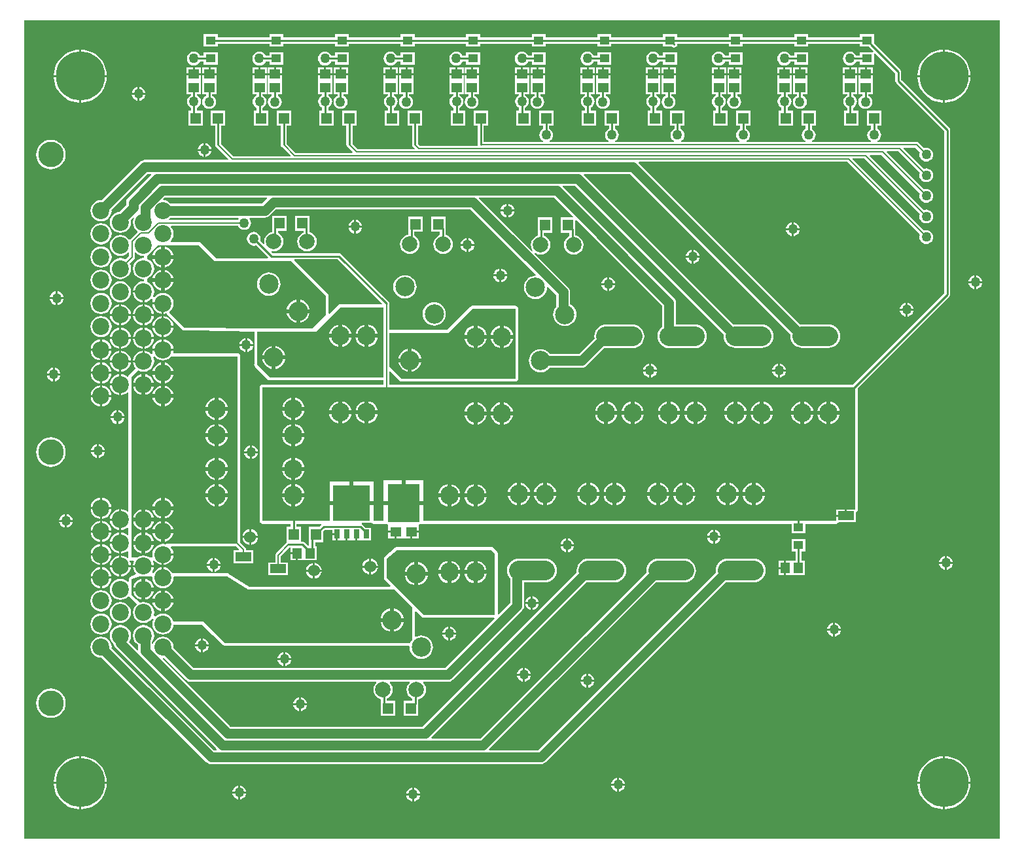
<source format=gbr>
%TF.GenerationSoftware,Altium Limited,Altium Designer,19.0.10 (269)*%
G04 Layer_Physical_Order=1*
G04 Layer_Color=255*
%FSLAX26Y26*%
%MOIN*%
%TF.FileFunction,Copper,L1,Top,Signal*%
%TF.Part,Single*%
G01*
G75*
%TA.AperFunction,SMDPad,CuDef*%
%ADD10R,0.080709X0.045276*%
%ADD11R,0.053150X0.057087*%
%ADD12R,0.051181X0.043307*%
%ADD13R,0.053150X0.045276*%
%ADD14R,0.045276X0.053150*%
%ADD15R,0.185039X0.181102*%
%ADD16R,0.027559X0.045276*%
%ADD17R,0.057087X0.051181*%
%ADD18R,0.163386X0.192913*%
%TA.AperFunction,Conductor*%
%ADD19C,0.050000*%
%ADD20C,0.010000*%
%ADD21C,0.008000*%
%ADD22C,0.100000*%
%TA.AperFunction,ComponentPad*%
%ADD23C,0.094488*%
%ADD24C,0.086614*%
%ADD25C,0.129921*%
%TA.AperFunction,ViaPad*%
%ADD26C,0.060000*%
%ADD27C,0.250000*%
%TA.AperFunction,ComponentPad*%
%ADD28C,0.098425*%
%ADD29C,0.078740*%
%TA.AperFunction,ViaPad*%
%ADD30C,0.050000*%
G36*
X4984707Y15293D02*
X15293D01*
Y4184707D01*
X4984707D01*
Y15293D01*
D02*
G37*
%LPC*%
G36*
X4342787Y4112929D02*
X4271606D01*
Y4096569D01*
X4008497D01*
Y4112929D01*
X3937316D01*
Y4096569D01*
X3674206D01*
Y4112929D01*
X3603025D01*
Y4096569D01*
X3339915D01*
Y4112929D01*
X3268734D01*
Y4096569D01*
X3005625D01*
Y4112929D01*
X2934444D01*
Y4096569D01*
X2671334D01*
Y4112929D01*
X2600153D01*
Y4096569D01*
X2337044D01*
Y4112929D01*
X2265863D01*
Y4096569D01*
X2002753D01*
Y4112929D01*
X1931572D01*
Y4096569D01*
X1668462D01*
Y4112929D01*
X1597281D01*
Y4096569D01*
X1334172D01*
Y4112929D01*
X1262991D01*
Y4096569D01*
X999881D01*
Y4112929D01*
X928700D01*
Y4049622D01*
X999881D01*
Y4065982D01*
X1262991D01*
Y4049622D01*
X1334172D01*
Y4065982D01*
X1597281D01*
Y4049622D01*
X1668462D01*
Y4065982D01*
X1931572D01*
Y4049622D01*
X2002753D01*
Y4065982D01*
X2265863D01*
Y4049622D01*
X2337044D01*
Y4065982D01*
X2600153D01*
Y4049622D01*
X2671334D01*
Y4065982D01*
X2934444D01*
Y4049622D01*
X3005625D01*
Y4065982D01*
X3268734D01*
Y4049622D01*
X3314473D01*
X3319063Y4046555D01*
X3324915Y4045391D01*
X3330768Y4046555D01*
X3335358Y4049622D01*
X3339915D01*
Y4059207D01*
X3340209Y4060685D01*
Y4064622D01*
X3341325Y4065982D01*
X3603025D01*
Y4049622D01*
X3674206D01*
Y4065982D01*
X3937316D01*
Y4049622D01*
X4008497D01*
Y4065982D01*
X4271606D01*
Y4049622D01*
X4317221D01*
X4339466Y4027378D01*
X4337394Y4022378D01*
X4271606D01*
Y4006018D01*
X4252079D01*
X4251510Y4007391D01*
X4245900Y4014702D01*
X4238589Y4020313D01*
X4230075Y4023839D01*
X4220938Y4025042D01*
X4211801Y4023839D01*
X4203287Y4020313D01*
X4195976Y4014702D01*
X4190366Y4007391D01*
X4186839Y3998877D01*
X4185636Y3989740D01*
X4186839Y3980603D01*
X4190366Y3972089D01*
X4195976Y3964778D01*
X4203287Y3959168D01*
X4211801Y3955641D01*
X4220938Y3954438D01*
X4230075Y3955641D01*
X4238589Y3959168D01*
X4245900Y3964778D01*
X4251510Y3972089D01*
X4252894Y3975430D01*
X4271606D01*
Y3959071D01*
X4342787D01*
Y4016985D01*
X4347787Y4019056D01*
X4451706Y3915137D01*
Y3876000D01*
X4452870Y3870147D01*
X4456186Y3865186D01*
X4701706Y3619665D01*
Y2795185D01*
X4235093Y2328572D01*
X1874274D01*
Y2393564D01*
X1878894Y2395477D01*
X1926186Y2348186D01*
X1931147Y2344870D01*
X1937000Y2343706D01*
X2516500D01*
X2522353Y2344870D01*
X2527314Y2348186D01*
X2530630Y2353147D01*
X2531794Y2359000D01*
Y2715000D01*
X2530630Y2720853D01*
X2527314Y2725814D01*
X2522353Y2729130D01*
X2516500Y2730294D01*
X2298500D01*
X2292647Y2729130D01*
X2287686Y2725814D01*
X2169165Y2607294D01*
X1874500D01*
X1874274Y2607479D01*
Y2734874D01*
X1875294Y2740000D01*
X1874130Y2745853D01*
X1870814Y2750814D01*
X1628814Y2992814D01*
X1623853Y2996130D01*
X1618000Y2997294D01*
X1279335D01*
X1272720Y3003909D01*
X1275055Y3008645D01*
X1286000Y3007204D01*
X1298888Y3008901D01*
X1310898Y3013875D01*
X1321211Y3021789D01*
X1329125Y3032102D01*
X1334100Y3044112D01*
X1335796Y3057000D01*
X1334100Y3069888D01*
X1329125Y3081898D01*
X1321211Y3092211D01*
X1310898Y3100125D01*
X1307648Y3101471D01*
Y3111457D01*
X1350504D01*
Y3188543D01*
X1277354D01*
Y3129903D01*
X1277061Y3128425D01*
Y3105619D01*
X1273112Y3105099D01*
X1261102Y3100125D01*
X1250789Y3092211D01*
X1242876Y3081898D01*
X1237901Y3069888D01*
X1236204Y3057000D01*
X1237645Y3046055D01*
X1232909Y3043719D01*
X1217123Y3059506D01*
X1218099Y3061863D01*
X1219302Y3071000D01*
X1218099Y3080137D01*
X1214572Y3088651D01*
X1208962Y3095962D01*
X1201651Y3101572D01*
X1193137Y3105099D01*
X1184000Y3106302D01*
X1174863Y3105099D01*
X1166349Y3101572D01*
X1159038Y3095962D01*
X1153428Y3088651D01*
X1149901Y3080137D01*
X1148698Y3071000D01*
X1149901Y3061863D01*
X1153428Y3053349D01*
X1159038Y3046038D01*
X1166349Y3040428D01*
X1174863Y3036901D01*
X1184000Y3035698D01*
X1193137Y3036901D01*
X1195494Y3037877D01*
X1256458Y2976913D01*
X1254544Y2972294D01*
X990335D01*
X912814Y3049814D01*
X907853Y3053130D01*
X902000Y3054294D01*
X760947D01*
X759542Y3059294D01*
X767430Y3069573D01*
X772801Y3082541D01*
X774633Y3096457D01*
X772801Y3110373D01*
X767430Y3123340D01*
X760409Y3132490D01*
X762875Y3137490D01*
X1103265D01*
X1104664Y3134113D01*
X1110274Y3126802D01*
X1117585Y3121191D01*
X1126099Y3117665D01*
X1135236Y3116462D01*
X1144373Y3117665D01*
X1152887Y3121191D01*
X1160198Y3126802D01*
X1165809Y3134113D01*
X1169335Y3142627D01*
X1170538Y3151764D01*
X1169335Y3160901D01*
X1165809Y3169415D01*
X1162087Y3174265D01*
X1164553Y3179265D01*
X1239881D01*
X1249017Y3180468D01*
X1257532Y3183994D01*
X1264843Y3189605D01*
X1297936Y3222698D01*
X2286236D01*
X2621408Y2887526D01*
X2619904Y2884347D01*
X2618857Y2883006D01*
X2607457Y2881883D01*
X2596296Y2878497D01*
X2586009Y2872999D01*
X2576993Y2865600D01*
X2569593Y2856583D01*
X2564095Y2846297D01*
X2560709Y2835135D01*
X2559566Y2823528D01*
X2560709Y2811920D01*
X2564095Y2800758D01*
X2569593Y2790472D01*
X2576993Y2781455D01*
X2586009Y2774056D01*
X2596296Y2768557D01*
X2607457Y2765172D01*
X2619065Y2764028D01*
X2630673Y2765172D01*
X2641834Y2768557D01*
X2652121Y2774056D01*
X2661137Y2781455D01*
X2668537Y2790472D01*
X2674035Y2800758D01*
X2677421Y2811920D01*
X2678544Y2823319D01*
X2679884Y2824366D01*
X2683064Y2825870D01*
X2724104Y2784830D01*
Y2724764D01*
X2719200Y2718788D01*
X2713701Y2708502D01*
X2710316Y2697340D01*
X2709172Y2685732D01*
X2710316Y2674125D01*
X2713701Y2662963D01*
X2719200Y2652676D01*
X2726599Y2643660D01*
X2735615Y2636261D01*
X2745902Y2630762D01*
X2757064Y2627376D01*
X2768671Y2626233D01*
X2780279Y2627376D01*
X2791441Y2630762D01*
X2801727Y2636261D01*
X2810744Y2643660D01*
X2818143Y2652676D01*
X2823641Y2662963D01*
X2827027Y2674125D01*
X2828170Y2685732D01*
X2827027Y2697340D01*
X2823641Y2708502D01*
X2818143Y2718788D01*
X2810744Y2727805D01*
X2801727Y2735204D01*
X2794708Y2738956D01*
Y2799453D01*
X2793505Y2808590D01*
X2789978Y2817104D01*
X2784368Y2824415D01*
X2612837Y2995946D01*
X2616141Y2999714D01*
X2619758Y2996938D01*
X2631767Y2991964D01*
X2644656Y2990267D01*
X2657544Y2991964D01*
X2669554Y2996938D01*
X2679867Y3004852D01*
X2687780Y3015165D01*
X2692755Y3027175D01*
X2694452Y3040063D01*
X2692755Y3052951D01*
X2687780Y3064961D01*
X2679867Y3075274D01*
X2669554Y3083188D01*
X2662239Y3086218D01*
Y3102457D01*
X2705095D01*
Y3179543D01*
X2631945D01*
Y3120903D01*
X2631651Y3119425D01*
Y3088114D01*
X2619758Y3083188D01*
X2609444Y3075274D01*
X2601531Y3064961D01*
X2596556Y3052951D01*
X2594860Y3040063D01*
X2596556Y3027175D01*
X2601531Y3015165D01*
X2604306Y3011548D01*
X2600539Y3008244D01*
X2330705Y3278079D01*
X2332618Y3282698D01*
X2711782D01*
X2810318Y3184163D01*
X2808404Y3179543D01*
X2748087D01*
Y3102457D01*
X2790942D01*
Y3083972D01*
X2789049Y3083188D01*
X2778736Y3075274D01*
X2770822Y3064961D01*
X2765848Y3052951D01*
X2764151Y3040063D01*
X2765848Y3027175D01*
X2770822Y3015165D01*
X2778736Y3004852D01*
X2789049Y2996938D01*
X2801059Y2991964D01*
X2813947Y2990267D01*
X2826835Y2991964D01*
X2838845Y2996938D01*
X2849158Y3004852D01*
X2857072Y3015165D01*
X2862046Y3027175D01*
X2863743Y3040063D01*
X2862046Y3052951D01*
X2857072Y3064961D01*
X2849158Y3075274D01*
X2838845Y3083188D01*
X2826835Y3088162D01*
X2821530Y3088861D01*
Y3119425D01*
X2821236Y3120903D01*
Y3166711D01*
X2825856Y3168625D01*
X3264059Y2730421D01*
Y2623291D01*
X3257164Y2617632D01*
X3249666Y2608495D01*
X3244094Y2598072D01*
X3240664Y2586762D01*
X3239505Y2575000D01*
X3240664Y2563238D01*
X3244094Y2551928D01*
X3249666Y2541505D01*
X3257164Y2532368D01*
X3266300Y2524870D01*
X3276723Y2519299D01*
X3288033Y2515868D01*
X3299795Y2514710D01*
X3432205D01*
X3443967Y2515868D01*
X3455277Y2519299D01*
X3465700Y2524870D01*
X3474836Y2532368D01*
X3482334Y2541505D01*
X3487906Y2551928D01*
X3491337Y2563238D01*
X3492495Y2575000D01*
X3491337Y2586762D01*
X3487906Y2598072D01*
X3482334Y2608495D01*
X3474836Y2617632D01*
X3465700Y2625130D01*
X3455277Y2630701D01*
X3443967Y2634132D01*
X3432205Y2635290D01*
X3334664D01*
Y2745043D01*
X3333461Y2754180D01*
X3329934Y2762694D01*
X3324324Y2770006D01*
X2756251Y3338079D01*
X2758164Y3342698D01*
X2820899D01*
X3578885Y2584712D01*
X3577956Y2575276D01*
X3579114Y2563514D01*
X3582545Y2552204D01*
X3588117Y2541780D01*
X3595614Y2532644D01*
X3604751Y2525146D01*
X3615174Y2519575D01*
X3626484Y2516144D01*
X3638246Y2514985D01*
X3772104D01*
X3783867Y2516144D01*
X3795177Y2519575D01*
X3805600Y2525146D01*
X3814736Y2532644D01*
X3822234Y2541780D01*
X3827805Y2552204D01*
X3831236Y2563514D01*
X3832395Y2575276D01*
X3831236Y2587038D01*
X3827805Y2598348D01*
X3822234Y2608771D01*
X3814736Y2617907D01*
X3805600Y2625405D01*
X3795177Y2630977D01*
X3783867Y2634407D01*
X3772104Y2635566D01*
X3638246D01*
X3628810Y2634637D01*
X2865368Y3398079D01*
X2867281Y3402698D01*
X3101206D01*
X3919018Y2584886D01*
X3918088Y2575450D01*
X3919247Y2563688D01*
X3922678Y2552378D01*
X3928249Y2541954D01*
X3935747Y2532818D01*
X3944883Y2525320D01*
X3955307Y2519749D01*
X3966617Y2516318D01*
X3978379Y2515159D01*
X4111755D01*
X4123517Y2516318D01*
X4134827Y2519749D01*
X4145251Y2525320D01*
X4154387Y2532818D01*
X4161885Y2541954D01*
X4167456Y2552378D01*
X4170887Y2563688D01*
X4172046Y2575450D01*
X4170887Y2587212D01*
X4167456Y2598522D01*
X4161885Y2608945D01*
X4154387Y2618081D01*
X4145251Y2625579D01*
X4134827Y2631151D01*
X4123517Y2634581D01*
X4111755Y2635740D01*
X3978379D01*
X3968942Y2634811D01*
X3145646Y3458106D01*
X3147560Y3462726D01*
X4207087D01*
X4577300Y3092514D01*
X4575901Y3089137D01*
X4574698Y3080000D01*
X4575901Y3070863D01*
X4579428Y3062349D01*
X4585038Y3055038D01*
X4592349Y3049428D01*
X4600863Y3045901D01*
X4610000Y3044698D01*
X4619137Y3045901D01*
X4627651Y3049428D01*
X4634962Y3055038D01*
X4640572Y3062349D01*
X4644099Y3070863D01*
X4645302Y3080000D01*
X4644099Y3089137D01*
X4640572Y3097651D01*
X4634962Y3104962D01*
X4627651Y3110572D01*
X4619137Y3114099D01*
X4610000Y3115302D01*
X4600863Y3114099D01*
X4597486Y3112700D01*
X4234081Y3476106D01*
X4235994Y3480726D01*
X4294087D01*
X4577300Y3197513D01*
X4575901Y3194137D01*
X4574698Y3185000D01*
X4575901Y3175863D01*
X4579428Y3167349D01*
X4585038Y3160038D01*
X4592349Y3154428D01*
X4600863Y3150901D01*
X4610000Y3149698D01*
X4619137Y3150901D01*
X4627651Y3154428D01*
X4634962Y3160038D01*
X4640572Y3167349D01*
X4644099Y3175863D01*
X4645302Y3185000D01*
X4644099Y3194137D01*
X4640572Y3202651D01*
X4634962Y3209962D01*
X4627651Y3215572D01*
X4619137Y3219099D01*
X4610000Y3220302D01*
X4600863Y3219099D01*
X4597487Y3217700D01*
X4321081Y3494106D01*
X4322994Y3498726D01*
X4381087D01*
X4577300Y3302514D01*
X4575901Y3299137D01*
X4574698Y3290000D01*
X4575901Y3280863D01*
X4579428Y3272349D01*
X4585038Y3265038D01*
X4592349Y3259428D01*
X4600863Y3255901D01*
X4610000Y3254698D01*
X4619137Y3255901D01*
X4627651Y3259428D01*
X4634962Y3265038D01*
X4640572Y3272349D01*
X4644099Y3280863D01*
X4645302Y3290000D01*
X4644099Y3299137D01*
X4640572Y3307651D01*
X4634962Y3314962D01*
X4627651Y3320572D01*
X4619137Y3324099D01*
X4610000Y3325302D01*
X4600863Y3324099D01*
X4597486Y3322700D01*
X4408081Y3512106D01*
X4409994Y3516726D01*
X4468087D01*
X4577300Y3407514D01*
X4575901Y3404137D01*
X4574698Y3395000D01*
X4575901Y3385863D01*
X4579428Y3377349D01*
X4585038Y3370038D01*
X4592349Y3364428D01*
X4600863Y3360901D01*
X4610000Y3359698D01*
X4619137Y3360901D01*
X4627651Y3364428D01*
X4634962Y3370038D01*
X4640572Y3377349D01*
X4644099Y3385863D01*
X4645302Y3395000D01*
X4644099Y3404137D01*
X4640572Y3412651D01*
X4634962Y3419962D01*
X4627651Y3425572D01*
X4619137Y3429099D01*
X4610000Y3430302D01*
X4600863Y3429099D01*
X4597486Y3427700D01*
X4494062Y3531124D01*
X4495976Y3535744D01*
X4554069D01*
X4577300Y3512514D01*
X4575901Y3509137D01*
X4574698Y3500000D01*
X4575901Y3490863D01*
X4579428Y3482349D01*
X4585038Y3475038D01*
X4592349Y3469428D01*
X4600863Y3465901D01*
X4610000Y3464698D01*
X4619137Y3465901D01*
X4627651Y3469428D01*
X4634962Y3475038D01*
X4640572Y3482349D01*
X4644099Y3490863D01*
X4645302Y3500000D01*
X4644099Y3509137D01*
X4640572Y3517651D01*
X4634962Y3524962D01*
X4627651Y3530572D01*
X4619137Y3534099D01*
X4610000Y3535302D01*
X4600863Y3534099D01*
X4597486Y3532700D01*
X4570075Y3560112D01*
X4565444Y3563206D01*
X4559982Y3564293D01*
X4559981Y3564293D01*
X4362775D01*
X4361781Y3569293D01*
X4362107Y3569428D01*
X4369418Y3575038D01*
X4375028Y3582349D01*
X4378555Y3590863D01*
X4379758Y3600000D01*
X4378555Y3609137D01*
X4375028Y3617651D01*
X4369418Y3624962D01*
X4362107Y3630572D01*
X4359750Y3631549D01*
Y3647457D01*
X4381842D01*
Y3724543D01*
X4308693D01*
Y3647457D01*
X4329162D01*
Y3631549D01*
X4326805Y3630572D01*
X4319493Y3624962D01*
X4313883Y3617651D01*
X4310357Y3609137D01*
X4309154Y3600000D01*
X4310357Y3590863D01*
X4313883Y3582349D01*
X4319493Y3575038D01*
X4326805Y3569428D01*
X4327131Y3569293D01*
X4326136Y3564293D01*
X4029296D01*
X4028302Y3569293D01*
X4028628Y3569428D01*
X4035939Y3575038D01*
X4041549Y3582349D01*
X4045076Y3590863D01*
X4046279Y3600000D01*
X4045076Y3609137D01*
X4041549Y3617651D01*
X4035939Y3624962D01*
X4028628Y3630572D01*
X4026271Y3631549D01*
Y3647457D01*
X4047552D01*
Y3724543D01*
X3974402D01*
Y3647457D01*
X3995683D01*
Y3631549D01*
X3993326Y3630572D01*
X3986015Y3624962D01*
X3980405Y3617651D01*
X3976878Y3609137D01*
X3975675Y3600000D01*
X3976878Y3590863D01*
X3980405Y3582349D01*
X3986015Y3575038D01*
X3993326Y3569428D01*
X3993652Y3569293D01*
X3992657Y3564293D01*
X3695006D01*
X3694011Y3569293D01*
X3694337Y3569428D01*
X3701649Y3575038D01*
X3707259Y3582349D01*
X3710785Y3590863D01*
X3711988Y3600000D01*
X3710785Y3609137D01*
X3707259Y3617651D01*
X3701649Y3624962D01*
X3694337Y3630572D01*
X3691980Y3631549D01*
Y3647457D01*
X3713261D01*
Y3724543D01*
X3640111D01*
Y3647457D01*
X3661392D01*
Y3631549D01*
X3659035Y3630572D01*
X3651724Y3624962D01*
X3646114Y3617651D01*
X3642587Y3609137D01*
X3641384Y3600000D01*
X3642587Y3590863D01*
X3646114Y3582349D01*
X3651724Y3575038D01*
X3659035Y3569428D01*
X3659361Y3569293D01*
X3658367Y3564293D01*
X3449762D01*
X3449671Y3564274D01*
X3360671D01*
X3359677Y3569274D01*
X3360047Y3569428D01*
X3367358Y3575038D01*
X3372968Y3582349D01*
X3376495Y3590863D01*
X3377698Y3600000D01*
X3376495Y3609137D01*
X3372968Y3617651D01*
X3367358Y3624962D01*
X3360047Y3630572D01*
X3357690Y3631549D01*
Y3647457D01*
X3378970D01*
Y3724543D01*
X3305821D01*
Y3647457D01*
X3327102D01*
Y3631549D01*
X3324745Y3630572D01*
X3317433Y3624962D01*
X3311823Y3617651D01*
X3308297Y3609137D01*
X3307094Y3600000D01*
X3308297Y3590863D01*
X3311823Y3582349D01*
X3317433Y3575038D01*
X3324745Y3569428D01*
X3325115Y3569274D01*
X3324120Y3564274D01*
X3026381D01*
X3025386Y3569274D01*
X3025756Y3569428D01*
X3033067Y3575038D01*
X3038677Y3582349D01*
X3042204Y3590863D01*
X3043407Y3600000D01*
X3042204Y3609137D01*
X3038677Y3617651D01*
X3033067Y3624962D01*
X3025756Y3630572D01*
X3023399Y3631549D01*
Y3647457D01*
X3044680D01*
Y3724543D01*
X2971530D01*
Y3647457D01*
X2992811D01*
Y3631549D01*
X2990454Y3630572D01*
X2983143Y3624962D01*
X2977533Y3617651D01*
X2974006Y3609137D01*
X2972803Y3600000D01*
X2974006Y3590863D01*
X2977533Y3582349D01*
X2983143Y3575038D01*
X2990454Y3569428D01*
X2990824Y3569274D01*
X2989830Y3564274D01*
X2692090D01*
X2691095Y3569274D01*
X2691465Y3569428D01*
X2698777Y3575038D01*
X2704387Y3582349D01*
X2707914Y3590863D01*
X2709117Y3600000D01*
X2707914Y3609137D01*
X2704387Y3617651D01*
X2698777Y3624962D01*
X2691465Y3630572D01*
X2689108Y3631549D01*
Y3647457D01*
X2710389D01*
Y3724543D01*
X2637240D01*
Y3647457D01*
X2658521D01*
Y3631549D01*
X2656164Y3630572D01*
X2648852Y3624962D01*
X2643242Y3617651D01*
X2639715Y3609137D01*
X2638512Y3600000D01*
X2639715Y3590863D01*
X2643242Y3582349D01*
X2648852Y3575038D01*
X2656164Y3569428D01*
X2656534Y3569274D01*
X2655539Y3564274D01*
X2354818D01*
Y3647457D01*
X2376099D01*
Y3724543D01*
X2302949D01*
Y3647457D01*
X2324230D01*
Y3550000D01*
X2324401Y3549139D01*
X2321229Y3545274D01*
X2030146D01*
X2020527Y3554893D01*
Y3647457D01*
X2041808D01*
Y3724543D01*
X1968659D01*
Y3647457D01*
X1989939D01*
Y3550000D01*
X1991104Y3544147D01*
X1994419Y3539186D01*
X1998764Y3536282D01*
X2003153Y3531894D01*
X2001239Y3527274D01*
X1713855D01*
X1686237Y3554893D01*
Y3647457D01*
X1707517D01*
Y3724543D01*
X1634368D01*
Y3647457D01*
X1655649D01*
Y3550000D01*
X1656813Y3544147D01*
X1660128Y3539186D01*
X1664473Y3536282D01*
X1686862Y3513894D01*
X1684948Y3509274D01*
X1397565D01*
X1351946Y3554893D01*
Y3647457D01*
X1373227D01*
Y3724543D01*
X1300077D01*
Y3647457D01*
X1321358D01*
Y3550000D01*
X1322522Y3544147D01*
X1325838Y3539186D01*
X1330183Y3536282D01*
X1370571Y3495894D01*
X1368658Y3491274D01*
X1081274D01*
X1017655Y3554893D01*
Y3647457D01*
X1038936D01*
Y3724543D01*
X965787D01*
Y3647457D01*
X987068D01*
Y3550000D01*
X988232Y3544147D01*
X991547Y3539186D01*
X995892Y3536282D01*
X1054253Y3477921D01*
X1052340Y3473302D01*
X629339D01*
X620202Y3472099D01*
X611688Y3468572D01*
X604376Y3462962D01*
X409301Y3267887D01*
X405906Y3268334D01*
X391990Y3266502D01*
X379022Y3261131D01*
X367886Y3252586D01*
X359342Y3241450D01*
X353971Y3228483D01*
X352138Y3214567D01*
X353971Y3200651D01*
X359342Y3187683D01*
X367886Y3176548D01*
X379022Y3168003D01*
X391990Y3162632D01*
X405906Y3160800D01*
X419821Y3162632D01*
X432789Y3168003D01*
X443925Y3176548D01*
X452469Y3187683D01*
X457841Y3200651D01*
X459673Y3214567D01*
X459226Y3217962D01*
X643961Y3402698D01*
X659772D01*
X661686Y3398079D01*
X544484Y3280877D01*
X538874Y3273566D01*
X535348Y3265052D01*
X534145Y3255915D01*
Y3245158D01*
X497346Y3208359D01*
X490415Y3207447D01*
X477447Y3202075D01*
X466312Y3193531D01*
X457767Y3182395D01*
X452396Y3169428D01*
X450564Y3155512D01*
X452396Y3141596D01*
X457767Y3128628D01*
X466312Y3117493D01*
X477447Y3108948D01*
X490415Y3103577D01*
X504331Y3101745D01*
X518247Y3103577D01*
X531214Y3108948D01*
X542350Y3117493D01*
X550894Y3128628D01*
X556266Y3141596D01*
X558098Y3155512D01*
X556498Y3167662D01*
X569924Y3181088D01*
X574163Y3178256D01*
X570506Y3169428D01*
X568674Y3155512D01*
X570506Y3141596D01*
X575877Y3128628D01*
X584422Y3117493D01*
X591572Y3112006D01*
X592007Y3105370D01*
X554472Y3067836D01*
X549451Y3067523D01*
X548064Y3067974D01*
X542350Y3075421D01*
X531214Y3083965D01*
X518247Y3089337D01*
X504331Y3091169D01*
X490415Y3089337D01*
X477447Y3083965D01*
X466312Y3075421D01*
X457767Y3064285D01*
X452396Y3051318D01*
X450564Y3037402D01*
X452396Y3023486D01*
X457767Y3010518D01*
X466312Y2999383D01*
X477447Y2990838D01*
X490415Y2985467D01*
X504331Y2983635D01*
X518247Y2985467D01*
X531214Y2990838D01*
X542350Y2999383D01*
X544089Y3001649D01*
X548824Y3000042D01*
Y2983971D01*
X530856Y2966003D01*
X518247Y2971226D01*
X504331Y2973058D01*
X490415Y2971226D01*
X477447Y2965855D01*
X466312Y2957310D01*
X457767Y2946175D01*
X452396Y2933207D01*
X450564Y2919291D01*
X452396Y2905375D01*
X457767Y2892408D01*
X466312Y2881272D01*
X477447Y2872728D01*
X490415Y2867356D01*
X504331Y2865524D01*
X518247Y2867356D01*
X531214Y2872728D01*
X542350Y2881272D01*
X550894Y2892408D01*
X556266Y2905375D01*
X558098Y2919291D01*
X556266Y2933207D01*
X551043Y2945816D01*
X573191Y2967965D01*
X573192Y2967965D01*
X576286Y2972596D01*
X577372Y2978059D01*
X577372Y2978059D01*
Y3000792D01*
X582107Y3002399D01*
X584422Y2999383D01*
X595557Y2990838D01*
X608525Y2985467D01*
X619997Y2983956D01*
X622854Y2982770D01*
X624706Y2978890D01*
Y2975045D01*
X622441Y2973058D01*
X608525Y2971226D01*
X595557Y2965855D01*
X584422Y2957310D01*
X575877Y2946175D01*
X570506Y2933207D01*
X568674Y2919291D01*
X570506Y2905375D01*
X575877Y2892408D01*
X584422Y2881272D01*
X595557Y2872728D01*
X608525Y2867356D01*
X622441Y2865524D01*
X624706Y2863537D01*
Y2856935D01*
X622441Y2854948D01*
X608525Y2853116D01*
X595557Y2847745D01*
X584422Y2839200D01*
X575877Y2828065D01*
X570506Y2815097D01*
X569332Y2806181D01*
X622441D01*
Y2801181D01*
X627441D01*
Y2748072D01*
X636357Y2749246D01*
X649324Y2754617D01*
X660460Y2763162D01*
X664442Y2763976D01*
X666600Y2762730D01*
X668672Y2761345D01*
X669133Y2756529D01*
X668931Y2756042D01*
X667757Y2747126D01*
X720866D01*
Y2742126D01*
X725866D01*
Y2689017D01*
X734782Y2690191D01*
X735269Y2690393D01*
X740085Y2689932D01*
X741471Y2687859D01*
X742717Y2685701D01*
X743119Y2685392D01*
X743401Y2684970D01*
X820186Y2608186D01*
X825147Y2604870D01*
X831000Y2603706D01*
X879882D01*
X1186647Y2599074D01*
X1186706Y2599000D01*
Y2434527D01*
X1185706Y2429500D01*
X1186870Y2423647D01*
X1190186Y2418686D01*
X1253686Y2355186D01*
X1258647Y2351870D01*
X1264500Y2350706D01*
X1844000D01*
X1845726Y2349290D01*
Y2328572D01*
X1228783D01*
X1222930Y2327408D01*
X1217968Y2324093D01*
X1214653Y2319131D01*
X1213489Y2313278D01*
X1213489Y1634278D01*
X1214653Y1628426D01*
X1217968Y1623464D01*
X1222930Y1620149D01*
X1228783Y1618984D01*
X1370927D01*
Y1602906D01*
X1349646D01*
Y1525819D01*
X1349646Y1525819D01*
X1349646D01*
X1349646Y1525819D01*
X1348365Y1521349D01*
X1347279Y1519724D01*
X1296907Y1469351D01*
X1293812Y1464720D01*
X1292726Y1459258D01*
X1292726Y1459257D01*
Y1422265D01*
X1256646D01*
Y1356990D01*
X1357354D01*
Y1422265D01*
X1321274D01*
Y1453345D01*
X1365205Y1497276D01*
X1370205Y1496307D01*
Y1474362D01*
X1402843D01*
Y1469362D01*
X1407843D01*
Y1432787D01*
X1435480D01*
X1435480Y1432787D01*
X1439103D01*
Y1432787D01*
X1440480Y1432787D01*
X1504378D01*
Y1505937D01*
X1496082D01*
Y1525819D01*
X1538937D01*
Y1581277D01*
X1546697Y1589036D01*
X1583143D01*
Y1571693D01*
X1606923D01*
Y1566693D01*
X1611923D01*
Y1534055D01*
X1630702D01*
Y1534055D01*
X1633144D01*
Y1534055D01*
X1651923D01*
Y1566693D01*
X1661923D01*
Y1534055D01*
X1680702D01*
Y1534055D01*
X1683144D01*
Y1534055D01*
X1701923D01*
Y1566693D01*
X1711923D01*
Y1534055D01*
X1730702D01*
X1730702Y1534055D01*
X1733144D01*
Y1534055D01*
X1735702Y1534055D01*
X1780702D01*
Y1599330D01*
X1754772D01*
X1738958Y1615145D01*
X1733996Y1618460D01*
X1733183Y1618622D01*
X1733676Y1623622D01*
X1783523D01*
X1783628Y1623464D01*
X1788590Y1620149D01*
X1794443Y1618984D01*
X1845227D01*
X1850227Y1619979D01*
X1855227Y1618543D01*
Y1618543D01*
X1865715D01*
X1868377Y1614646D01*
X1868377Y1613543D01*
Y1584055D01*
X1906920D01*
Y1579055D01*
X1911920D01*
Y1543465D01*
X1943377D01*
X1946920Y1543465D01*
X1950463Y1543465D01*
X1981920D01*
Y1579055D01*
X1986920D01*
Y1584055D01*
X2025463D01*
Y1613543D01*
X2025463Y1614646D01*
X2028124Y1618543D01*
X2038613D01*
X2038613Y1618543D01*
X2043613Y1619979D01*
X2048613Y1618984D01*
X3922718Y1618984D01*
Y1569417D01*
X3993899D01*
Y1618984D01*
X4149646D01*
X4155498Y1620149D01*
X4160460Y1623464D01*
X4163065Y1627362D01*
X4250354D01*
Y1678054D01*
X4252636Y1678508D01*
X4257597Y1681823D01*
X4260913Y1686785D01*
X4262077Y1692638D01*
Y2312299D01*
X4727814Y2778036D01*
X4731130Y2782998D01*
X4732294Y2788850D01*
Y3626000D01*
X4731130Y3631853D01*
X4727814Y3636814D01*
X4482294Y3882335D01*
Y3921472D01*
X4481130Y3927325D01*
X4477814Y3932287D01*
X4342787Y4067314D01*
Y4112929D01*
D02*
G37*
G36*
X3886647Y4025042D02*
X3877511Y4023839D01*
X3868996Y4020313D01*
X3861685Y4014702D01*
X3856075Y4007391D01*
X3852548Y3998877D01*
X3851345Y3989740D01*
X3852548Y3980603D01*
X3856075Y3972089D01*
X3861685Y3964778D01*
X3868996Y3959168D01*
X3877511Y3955641D01*
X3886647Y3954438D01*
X3895784Y3955641D01*
X3904298Y3959168D01*
X3911610Y3964778D01*
X3917220Y3972089D01*
X3918604Y3975430D01*
X3937316D01*
Y3959071D01*
X4008497D01*
Y4022378D01*
X3937316D01*
Y4006018D01*
X3917789D01*
X3917220Y4007391D01*
X3911610Y4014702D01*
X3904298Y4020313D01*
X3895784Y4023839D01*
X3886647Y4025042D01*
D02*
G37*
G36*
X3552357D02*
X3543220Y4023839D01*
X3534706Y4020313D01*
X3527394Y4014702D01*
X3521784Y4007391D01*
X3518258Y3998877D01*
X3517055Y3989740D01*
X3518258Y3980603D01*
X3521784Y3972089D01*
X3527394Y3964778D01*
X3534706Y3959168D01*
X3543220Y3955641D01*
X3552357Y3954438D01*
X3561494Y3955641D01*
X3570008Y3959168D01*
X3577319Y3964778D01*
X3582929Y3972089D01*
X3584313Y3975430D01*
X3603025D01*
Y3959071D01*
X3674206D01*
Y4022378D01*
X3603025D01*
Y4006018D01*
X3583498D01*
X3582929Y4007391D01*
X3577319Y4014702D01*
X3570008Y4020313D01*
X3561494Y4023839D01*
X3552357Y4025042D01*
D02*
G37*
G36*
X3218066D02*
X3208929Y4023839D01*
X3200415Y4020313D01*
X3193104Y4014702D01*
X3187494Y4007391D01*
X3183967Y3998877D01*
X3182764Y3989740D01*
X3183967Y3980603D01*
X3187494Y3972089D01*
X3193104Y3964778D01*
X3200415Y3959168D01*
X3208929Y3955641D01*
X3218066Y3954438D01*
X3227203Y3955641D01*
X3235717Y3959168D01*
X3243028Y3964778D01*
X3248639Y3972089D01*
X3250023Y3975430D01*
X3268734D01*
Y3959071D01*
X3339915D01*
Y4022378D01*
X3268734D01*
Y4006018D01*
X3249207D01*
X3248639Y4007391D01*
X3243028Y4014702D01*
X3235717Y4020313D01*
X3227203Y4023839D01*
X3218066Y4025042D01*
D02*
G37*
G36*
X2883776D02*
X2874639Y4023839D01*
X2866125Y4020313D01*
X2858813Y4014702D01*
X2853203Y4007391D01*
X2849677Y3998877D01*
X2848474Y3989740D01*
X2849677Y3980603D01*
X2853203Y3972089D01*
X2858813Y3964778D01*
X2866125Y3959168D01*
X2874639Y3955641D01*
X2883776Y3954438D01*
X2892912Y3955641D01*
X2901427Y3959168D01*
X2908738Y3964778D01*
X2914348Y3972089D01*
X2915732Y3975430D01*
X2934444D01*
Y3959071D01*
X3005625D01*
Y4022378D01*
X2934444D01*
Y4006018D01*
X2914917D01*
X2914348Y4007391D01*
X2908738Y4014702D01*
X2901427Y4020313D01*
X2892912Y4023839D01*
X2883776Y4025042D01*
D02*
G37*
G36*
X2549485D02*
X2540348Y4023839D01*
X2531834Y4020313D01*
X2524523Y4014702D01*
X2518913Y4007391D01*
X2515386Y3998877D01*
X2514183Y3989740D01*
X2515386Y3980603D01*
X2518913Y3972089D01*
X2524523Y3964778D01*
X2531834Y3959168D01*
X2540348Y3955641D01*
X2549485Y3954438D01*
X2558622Y3955641D01*
X2567136Y3959168D01*
X2574447Y3964778D01*
X2580057Y3972089D01*
X2581441Y3975430D01*
X2600153D01*
Y3959071D01*
X2671334D01*
Y4022378D01*
X2600153D01*
Y4006018D01*
X2580626D01*
X2580057Y4007391D01*
X2574447Y4014702D01*
X2567136Y4020313D01*
X2558622Y4023839D01*
X2549485Y4025042D01*
D02*
G37*
G36*
X2215194D02*
X2206058Y4023839D01*
X2197543Y4020313D01*
X2190232Y4014702D01*
X2184622Y4007391D01*
X2181095Y3998877D01*
X2179892Y3989740D01*
X2181095Y3980603D01*
X2184622Y3972089D01*
X2190232Y3964778D01*
X2197543Y3959168D01*
X2206058Y3955641D01*
X2215194Y3954438D01*
X2224331Y3955641D01*
X2232845Y3959168D01*
X2240157Y3964778D01*
X2245767Y3972089D01*
X2247151Y3975430D01*
X2265863D01*
Y3959071D01*
X2337044D01*
Y4022378D01*
X2265863D01*
Y4006018D01*
X2246336D01*
X2245767Y4007391D01*
X2240157Y4014702D01*
X2232845Y4020313D01*
X2224331Y4023839D01*
X2215194Y4025042D01*
D02*
G37*
G36*
X1880904D02*
X1871767Y4023839D01*
X1863253Y4020313D01*
X1855941Y4014702D01*
X1850331Y4007391D01*
X1846805Y3998877D01*
X1845602Y3989740D01*
X1846805Y3980603D01*
X1850331Y3972089D01*
X1855941Y3964778D01*
X1863253Y3959168D01*
X1871767Y3955641D01*
X1880904Y3954438D01*
X1890041Y3955641D01*
X1898555Y3959168D01*
X1905866Y3964778D01*
X1911476Y3972089D01*
X1912860Y3975430D01*
X1931572D01*
Y3959071D01*
X2002753D01*
Y4022378D01*
X1931572D01*
Y4006018D01*
X1912045D01*
X1911476Y4007391D01*
X1905866Y4014702D01*
X1898555Y4020313D01*
X1890041Y4023839D01*
X1880904Y4025042D01*
D02*
G37*
G36*
X1546613D02*
X1537476Y4023839D01*
X1528962Y4020313D01*
X1521651Y4014702D01*
X1516041Y4007391D01*
X1512514Y3998877D01*
X1511311Y3989740D01*
X1512514Y3980603D01*
X1516041Y3972089D01*
X1521651Y3964778D01*
X1528962Y3959168D01*
X1537476Y3955641D01*
X1546613Y3954438D01*
X1555750Y3955641D01*
X1564264Y3959168D01*
X1571575Y3964778D01*
X1577186Y3972089D01*
X1578570Y3975430D01*
X1597281D01*
Y3959071D01*
X1668462D01*
Y4022378D01*
X1597281D01*
Y4006018D01*
X1577754D01*
X1577186Y4007391D01*
X1571575Y4014702D01*
X1564264Y4020313D01*
X1555750Y4023839D01*
X1546613Y4025042D01*
D02*
G37*
G36*
X1212323D02*
X1203186Y4023839D01*
X1194672Y4020313D01*
X1187360Y4014702D01*
X1181750Y4007391D01*
X1178224Y3998877D01*
X1177021Y3989740D01*
X1178224Y3980603D01*
X1181750Y3972089D01*
X1187360Y3964778D01*
X1194672Y3959168D01*
X1203186Y3955641D01*
X1212323Y3954438D01*
X1221459Y3955641D01*
X1229974Y3959168D01*
X1237285Y3964778D01*
X1242895Y3972089D01*
X1244279Y3975430D01*
X1262991D01*
Y3959071D01*
X1334172D01*
Y4022378D01*
X1262991D01*
Y4006018D01*
X1243464D01*
X1242895Y4007391D01*
X1237285Y4014702D01*
X1229974Y4020313D01*
X1221459Y4023839D01*
X1212323Y4025042D01*
D02*
G37*
G36*
X878032D02*
X868895Y4023839D01*
X860381Y4020313D01*
X853070Y4014702D01*
X847460Y4007391D01*
X843933Y3998877D01*
X842730Y3989740D01*
X843933Y3980603D01*
X847460Y3972089D01*
X853070Y3964778D01*
X860381Y3959168D01*
X868895Y3955641D01*
X878032Y3954438D01*
X887169Y3955641D01*
X895683Y3959168D01*
X902994Y3964778D01*
X908604Y3972089D01*
X909988Y3975430D01*
X928700D01*
Y3959071D01*
X999881D01*
Y4022378D01*
X928700D01*
Y4006018D01*
X909173D01*
X908604Y4007391D01*
X902994Y4014702D01*
X895683Y4020313D01*
X887169Y4023839D01*
X878032Y4025042D01*
D02*
G37*
G36*
X2666336Y3942812D02*
X2634761D01*
Y3915174D01*
X2666336D01*
Y3942812D01*
D02*
G37*
G36*
X4003498D02*
X3971923D01*
Y3915174D01*
X4003498D01*
Y3942812D01*
D02*
G37*
G36*
X3334917D02*
X3303342D01*
Y3915174D01*
X3334917D01*
Y3942812D01*
D02*
G37*
G36*
X1997754D02*
X1966180D01*
Y3915174D01*
X1997754D01*
Y3942812D01*
D02*
G37*
G36*
X1663464D02*
X1631889D01*
Y3915174D01*
X1663464D01*
Y3942812D01*
D02*
G37*
G36*
X1329173D02*
X1297598D01*
Y3915174D01*
X1329173D01*
Y3942812D01*
D02*
G37*
G36*
X994883D02*
X963308D01*
Y3915174D01*
X994883D01*
Y3942812D01*
D02*
G37*
G36*
X3669207D02*
X3637632D01*
Y3915174D01*
X3669207D01*
Y3942812D01*
D02*
G37*
G36*
X3000626D02*
X2969051D01*
Y3915174D01*
X3000626D01*
Y3942812D01*
D02*
G37*
G36*
X2332045D02*
X2300470D01*
Y3915174D01*
X2332045D01*
Y3942812D01*
D02*
G37*
G36*
X4337788D02*
X4306213D01*
Y3915174D01*
X4337788D01*
Y3942812D01*
D02*
G37*
G36*
X3627632D02*
X3596058D01*
Y3915174D01*
X3627632D01*
Y3942812D01*
D02*
G37*
G36*
X2959051D02*
X2927477D01*
Y3915174D01*
X2959051D01*
Y3942812D01*
D02*
G37*
G36*
X2290470D02*
X2258895D01*
Y3915174D01*
X2290470D01*
Y3942812D01*
D02*
G37*
G36*
X4296213D02*
X4264639D01*
Y3915174D01*
X4296213D01*
Y3942812D01*
D02*
G37*
G36*
X1621889D02*
X1590314D01*
Y3915174D01*
X1621889D01*
Y3942812D01*
D02*
G37*
G36*
X1287598D02*
X1256024D01*
Y3915174D01*
X1287598D01*
Y3942812D01*
D02*
G37*
G36*
X953308D02*
X921733D01*
Y3915174D01*
X953308D01*
Y3942812D01*
D02*
G37*
G36*
X2624761D02*
X2593186D01*
Y3915174D01*
X2624761D01*
Y3942812D01*
D02*
G37*
G36*
X3961923D02*
X3930348D01*
Y3915174D01*
X3961923D01*
Y3942812D01*
D02*
G37*
G36*
X3293342D02*
X3261767D01*
Y3915174D01*
X3293342D01*
Y3942812D01*
D02*
G37*
G36*
X1956180D02*
X1924605D01*
Y3915174D01*
X1956180D01*
Y3942812D01*
D02*
G37*
G36*
X4258497Y3942811D02*
X4226923D01*
Y3915173D01*
X4258497D01*
Y3942811D01*
D02*
G37*
G36*
X2587044D02*
X2555469D01*
Y3915173D01*
X2587044D01*
Y3942811D01*
D02*
G37*
G36*
X3924206D02*
X3892632D01*
Y3915173D01*
X3924206D01*
Y3942811D01*
D02*
G37*
G36*
X2921335D02*
X2889760D01*
Y3915173D01*
X2921335D01*
Y3942811D01*
D02*
G37*
G36*
X2252753D02*
X2221179D01*
Y3915173D01*
X2252753D01*
Y3942811D01*
D02*
G37*
G36*
X1584172D02*
X1552597D01*
Y3915173D01*
X1584172D01*
Y3942811D01*
D02*
G37*
G36*
X1249882D02*
X1218307D01*
Y3915173D01*
X1249882D01*
Y3942811D01*
D02*
G37*
G36*
X3255625D02*
X3224050D01*
Y3915173D01*
X3255625D01*
Y3942811D01*
D02*
G37*
G36*
X1918463D02*
X1886888D01*
Y3915173D01*
X1918463D01*
Y3942811D01*
D02*
G37*
G36*
X915591D02*
X884016D01*
Y3915173D01*
X915591D01*
Y3942811D01*
D02*
G37*
G36*
X3589916D02*
X3558341D01*
Y3915173D01*
X3589916D01*
Y3942811D01*
D02*
G37*
G36*
X3548341D02*
X3516766D01*
Y3915173D01*
X3548341D01*
Y3942811D01*
D02*
G37*
G36*
X2545469D02*
X2513894D01*
Y3915173D01*
X2545469D01*
Y3942811D01*
D02*
G37*
G36*
X3882632D02*
X3851057D01*
Y3915173D01*
X3882632D01*
Y3942811D01*
D02*
G37*
G36*
X2879760D02*
X2848185D01*
Y3915173D01*
X2879760D01*
Y3942811D01*
D02*
G37*
G36*
X2211179D02*
X2179604D01*
Y3915173D01*
X2211179D01*
Y3942811D01*
D02*
G37*
G36*
X1542597D02*
X1511023D01*
Y3915173D01*
X1542597D01*
Y3942811D01*
D02*
G37*
G36*
X1208307D02*
X1176732D01*
Y3915173D01*
X1208307D01*
Y3942811D01*
D02*
G37*
G36*
X3214050D02*
X3182476D01*
Y3915173D01*
X3214050D01*
Y3942811D01*
D02*
G37*
G36*
X1876888D02*
X1845313D01*
Y3915173D01*
X1876888D01*
Y3942811D01*
D02*
G37*
G36*
X874016D02*
X842441D01*
Y3915173D01*
X874016D01*
Y3942811D01*
D02*
G37*
G36*
X4216923D02*
X4185347D01*
Y3915173D01*
X4216923D01*
Y3942811D01*
D02*
G37*
G36*
X4705000Y4035024D02*
Y3905000D01*
X4835024D01*
X4833750Y3921184D01*
X4828790Y3941846D01*
X4820658Y3961478D01*
X4809555Y3979596D01*
X4795755Y3995755D01*
X4779596Y4009555D01*
X4761478Y4020658D01*
X4741846Y4028790D01*
X4721184Y4033750D01*
X4705000Y4035024D01*
D02*
G37*
G36*
X4695000D02*
X4678816Y4033750D01*
X4658154Y4028790D01*
X4638522Y4020658D01*
X4620404Y4009555D01*
X4604245Y3995755D01*
X4590445Y3979596D01*
X4579342Y3961478D01*
X4571210Y3941846D01*
X4566250Y3921184D01*
X4564976Y3905000D01*
X4695000D01*
Y4035024D01*
D02*
G37*
G36*
X305000D02*
Y3905000D01*
X435024D01*
X433750Y3921184D01*
X428790Y3941846D01*
X420658Y3961478D01*
X409555Y3979596D01*
X395755Y3995755D01*
X379596Y4009555D01*
X361478Y4020658D01*
X341846Y4028790D01*
X321184Y4033750D01*
X305000Y4035024D01*
D02*
G37*
G36*
X295000D02*
X278816Y4033750D01*
X258154Y4028790D01*
X238522Y4020658D01*
X220404Y4009555D01*
X204245Y3995755D01*
X190445Y3979596D01*
X179342Y3961478D01*
X171210Y3941846D01*
X166250Y3921184D01*
X164976Y3905000D01*
X295000D01*
Y4035024D01*
D02*
G37*
G36*
X602000Y3844644D02*
Y3815000D01*
X631644D01*
X631099Y3819137D01*
X627572Y3827651D01*
X621962Y3834962D01*
X614651Y3840572D01*
X606137Y3844099D01*
X602000Y3844644D01*
D02*
G37*
G36*
X592000D02*
X587863Y3844099D01*
X579349Y3840572D01*
X572038Y3834962D01*
X566428Y3827651D01*
X562901Y3819137D01*
X562356Y3815000D01*
X592000D01*
Y3844644D01*
D02*
G37*
G36*
X631644Y3805000D02*
X602000D01*
Y3775356D01*
X606137Y3775901D01*
X614651Y3779428D01*
X621962Y3785038D01*
X627572Y3792349D01*
X631099Y3800863D01*
X631644Y3805000D01*
D02*
G37*
G36*
X592000D02*
X562356D01*
X562901Y3800863D01*
X566428Y3792349D01*
X572038Y3785038D01*
X579349Y3779428D01*
X587863Y3775901D01*
X592000Y3775356D01*
Y3805000D01*
D02*
G37*
G36*
X4835024Y3895000D02*
X4705000D01*
Y3764976D01*
X4721184Y3766250D01*
X4741846Y3771210D01*
X4761478Y3779342D01*
X4779596Y3790445D01*
X4795755Y3804245D01*
X4809555Y3820404D01*
X4820658Y3838522D01*
X4828790Y3858154D01*
X4833750Y3878816D01*
X4835024Y3895000D01*
D02*
G37*
G36*
X4695000D02*
X4564976D01*
X4566250Y3878816D01*
X4571210Y3858154D01*
X4579342Y3838522D01*
X4590445Y3820404D01*
X4604245Y3804245D01*
X4620404Y3790445D01*
X4638522Y3779342D01*
X4658154Y3771210D01*
X4678816Y3766250D01*
X4695000Y3764976D01*
Y3895000D01*
D02*
G37*
G36*
X435024D02*
X305000D01*
Y3764976D01*
X321184Y3766250D01*
X341846Y3771210D01*
X361478Y3779342D01*
X379596Y3790445D01*
X395755Y3804245D01*
X409555Y3820404D01*
X420658Y3838522D01*
X428790Y3858154D01*
X433750Y3878816D01*
X435024Y3895000D01*
D02*
G37*
G36*
X295000D02*
X164976D01*
X166250Y3878816D01*
X171210Y3858154D01*
X179342Y3838522D01*
X190445Y3820404D01*
X204245Y3804245D01*
X220404Y3790445D01*
X238522Y3779342D01*
X258154Y3771210D01*
X278816Y3766250D01*
X295000Y3764976D01*
Y3895000D01*
D02*
G37*
G36*
X4337788Y3905174D02*
X4301213D01*
X4264639D01*
Y3878914D01*
X4264639Y3877536D01*
Y3873914D01*
X4264639Y3872536D01*
Y3808639D01*
X4284384D01*
Y3800030D01*
X4282027Y3799054D01*
X4274716Y3793444D01*
X4269106Y3786133D01*
X4265579Y3777618D01*
X4264376Y3768482D01*
X4265579Y3759345D01*
X4269106Y3750831D01*
X4274716Y3743519D01*
X4282027Y3737909D01*
X4290541Y3734383D01*
X4299678Y3733180D01*
X4308815Y3734383D01*
X4317329Y3737909D01*
X4324641Y3743519D01*
X4330251Y3750831D01*
X4333777Y3759345D01*
X4334980Y3768482D01*
X4333777Y3777618D01*
X4330251Y3786133D01*
X4324641Y3793444D01*
X4317329Y3799054D01*
X4314972Y3800030D01*
Y3808639D01*
X4337788D01*
Y3872536D01*
X4337789Y3873914D01*
Y3877536D01*
X4337788Y3878914D01*
Y3905174D01*
D02*
G37*
G36*
X4003498D02*
X3966923D01*
X3930348D01*
Y3878914D01*
X3930348Y3877536D01*
Y3873914D01*
X3930348Y3872536D01*
Y3808639D01*
X3950094D01*
Y3800030D01*
X3947737Y3799054D01*
X3940425Y3793444D01*
X3934815Y3786133D01*
X3931289Y3777618D01*
X3930086Y3768482D01*
X3931289Y3759345D01*
X3934815Y3750831D01*
X3940425Y3743519D01*
X3947737Y3737909D01*
X3956251Y3734383D01*
X3965388Y3733180D01*
X3974524Y3734383D01*
X3983039Y3737909D01*
X3990350Y3743519D01*
X3995960Y3750831D01*
X3999487Y3759345D01*
X4000690Y3768482D01*
X3999487Y3777618D01*
X3995960Y3786133D01*
X3990350Y3793444D01*
X3983039Y3799054D01*
X3980682Y3800030D01*
Y3808639D01*
X4003498D01*
Y3872536D01*
X4003498Y3873914D01*
Y3877536D01*
X4003498Y3878914D01*
Y3905174D01*
D02*
G37*
G36*
X3669207D02*
X3632632D01*
X3596058D01*
Y3878914D01*
X3596058Y3877536D01*
Y3873914D01*
X3596058Y3872536D01*
Y3808639D01*
X3615803D01*
Y3800030D01*
X3613446Y3799054D01*
X3606135Y3793444D01*
X3600525Y3786133D01*
X3596998Y3777618D01*
X3595795Y3768482D01*
X3596998Y3759345D01*
X3600525Y3750831D01*
X3606135Y3743519D01*
X3613446Y3737909D01*
X3621960Y3734383D01*
X3631097Y3733180D01*
X3640234Y3734383D01*
X3648748Y3737909D01*
X3656059Y3743519D01*
X3661669Y3750831D01*
X3665196Y3759345D01*
X3666399Y3768482D01*
X3665196Y3777618D01*
X3661669Y3786133D01*
X3656059Y3793444D01*
X3648748Y3799054D01*
X3646391Y3800030D01*
Y3808639D01*
X3669207D01*
Y3872536D01*
X3669207Y3873914D01*
Y3877536D01*
X3669207Y3878914D01*
Y3905174D01*
D02*
G37*
G36*
X3334917D02*
X3298342D01*
X3261767D01*
Y3878914D01*
X3261767Y3877536D01*
Y3873914D01*
X3261767Y3872536D01*
Y3808639D01*
X3281512D01*
Y3800030D01*
X3279155Y3799054D01*
X3271844Y3793444D01*
X3266234Y3786133D01*
X3262707Y3777618D01*
X3261504Y3768482D01*
X3262707Y3759345D01*
X3266234Y3750831D01*
X3271844Y3743519D01*
X3279155Y3737909D01*
X3287670Y3734383D01*
X3296806Y3733180D01*
X3305943Y3734383D01*
X3314457Y3737909D01*
X3321769Y3743519D01*
X3327379Y3750831D01*
X3330905Y3759345D01*
X3332108Y3768482D01*
X3330905Y3777618D01*
X3327379Y3786133D01*
X3321769Y3793444D01*
X3314457Y3799054D01*
X3312100Y3800030D01*
Y3808639D01*
X3334917D01*
Y3872536D01*
X3334917Y3873914D01*
Y3877536D01*
X3334917Y3878914D01*
Y3905174D01*
D02*
G37*
G36*
X2964051Y3910174D02*
D01*
Y3905174D01*
X2927477D01*
Y3878914D01*
X2927476Y3877536D01*
Y3873914D01*
X2927477Y3872536D01*
Y3808639D01*
X2947222D01*
Y3800030D01*
X2944865Y3799054D01*
X2937553Y3793444D01*
X2931943Y3786133D01*
X2928417Y3777618D01*
X2927214Y3768482D01*
X2928417Y3759345D01*
X2931943Y3750831D01*
X2937553Y3743519D01*
X2944865Y3737909D01*
X2953379Y3734383D01*
X2962516Y3733180D01*
X2971653Y3734383D01*
X2980167Y3737909D01*
X2987478Y3743519D01*
X2993088Y3750831D01*
X2996615Y3759345D01*
X2997818Y3768482D01*
X2996615Y3777618D01*
X2993088Y3786133D01*
X2987478Y3793444D01*
X2980167Y3799054D01*
X2977810Y3800030D01*
Y3808639D01*
X3000626D01*
Y3872536D01*
X3000626Y3873914D01*
Y3877536D01*
X3000626Y3878914D01*
Y3905174D01*
X2964051D01*
Y3910174D01*
D02*
G37*
G36*
X2666336Y3905174D02*
X2629761D01*
X2593186D01*
Y3878914D01*
X2593186Y3877536D01*
Y3873914D01*
X2593186Y3872536D01*
Y3808639D01*
X2612931D01*
Y3800030D01*
X2610574Y3799054D01*
X2603263Y3793444D01*
X2597653Y3786133D01*
X2594126Y3777618D01*
X2592923Y3768482D01*
X2594126Y3759345D01*
X2597653Y3750831D01*
X2603263Y3743519D01*
X2610574Y3737909D01*
X2619088Y3734383D01*
X2628225Y3733180D01*
X2637362Y3734383D01*
X2645876Y3737909D01*
X2653188Y3743519D01*
X2658798Y3750831D01*
X2662324Y3759345D01*
X2663527Y3768482D01*
X2662324Y3777618D01*
X2658798Y3786133D01*
X2653188Y3793444D01*
X2645876Y3799054D01*
X2643519Y3800030D01*
Y3808639D01*
X2666336D01*
Y3872536D01*
X2666336Y3873914D01*
Y3877536D01*
X2666336Y3878914D01*
Y3905174D01*
D02*
G37*
G36*
X2332045D02*
X2295470D01*
X2258895D01*
Y3878914D01*
X2258895Y3877536D01*
Y3873914D01*
X2258895Y3872536D01*
Y3808639D01*
X2278641D01*
Y3800030D01*
X2276284Y3799054D01*
X2268972Y3793444D01*
X2263362Y3786133D01*
X2259836Y3777618D01*
X2258633Y3768482D01*
X2259836Y3759345D01*
X2263362Y3750831D01*
X2268972Y3743519D01*
X2276284Y3737909D01*
X2284798Y3734383D01*
X2293935Y3733180D01*
X2303071Y3734383D01*
X2311586Y3737909D01*
X2318897Y3743519D01*
X2324507Y3750831D01*
X2328034Y3759345D01*
X2329237Y3768482D01*
X2328034Y3777618D01*
X2324507Y3786133D01*
X2318897Y3793444D01*
X2311586Y3799054D01*
X2309229Y3800030D01*
Y3808639D01*
X2332045D01*
Y3872536D01*
X2332045Y3873914D01*
Y3877536D01*
X2332045Y3878914D01*
Y3905174D01*
D02*
G37*
G36*
X1997754D02*
X1961180D01*
X1924605D01*
Y3878914D01*
X1924605Y3877536D01*
Y3873914D01*
X1924605Y3872536D01*
Y3808639D01*
X1944350D01*
Y3800030D01*
X1941993Y3799054D01*
X1934682Y3793444D01*
X1929072Y3786133D01*
X1925545Y3777618D01*
X1924342Y3768482D01*
X1925545Y3759345D01*
X1929072Y3750831D01*
X1934682Y3743519D01*
X1941993Y3737909D01*
X1950507Y3734383D01*
X1959644Y3733180D01*
X1968781Y3734383D01*
X1977295Y3737909D01*
X1984606Y3743519D01*
X1990216Y3750831D01*
X1993743Y3759345D01*
X1994946Y3768482D01*
X1993743Y3777618D01*
X1990216Y3786133D01*
X1984606Y3793444D01*
X1977295Y3799054D01*
X1974938Y3800030D01*
Y3808639D01*
X1997754D01*
Y3872536D01*
X1997754Y3873914D01*
Y3877536D01*
X1997754Y3878914D01*
Y3905174D01*
D02*
G37*
G36*
X1663464D02*
X1626889D01*
X1590314D01*
Y3878914D01*
X1590314Y3877536D01*
Y3873914D01*
X1590314Y3872536D01*
Y3808639D01*
X1610060D01*
Y3800030D01*
X1607702Y3799054D01*
X1600391Y3793444D01*
X1594781Y3786133D01*
X1591254Y3777618D01*
X1590051Y3768482D01*
X1591254Y3759345D01*
X1594781Y3750831D01*
X1600391Y3743519D01*
X1607702Y3737909D01*
X1616217Y3734383D01*
X1625353Y3733180D01*
X1634490Y3734383D01*
X1643004Y3737909D01*
X1650316Y3743519D01*
X1655926Y3750831D01*
X1659453Y3759345D01*
X1660655Y3768482D01*
X1659453Y3777618D01*
X1655926Y3786133D01*
X1650316Y3793444D01*
X1643004Y3799054D01*
X1640647Y3800030D01*
Y3808639D01*
X1663464D01*
Y3872536D01*
X1663464Y3873914D01*
Y3877536D01*
X1663464Y3878914D01*
Y3905174D01*
D02*
G37*
G36*
X1329173D02*
X1292598D01*
X1256024D01*
Y3878914D01*
X1256023Y3877536D01*
Y3873914D01*
X1256024Y3872536D01*
Y3808639D01*
X1275769D01*
Y3800030D01*
X1273412Y3799054D01*
X1266101Y3793444D01*
X1260490Y3786133D01*
X1256964Y3777618D01*
X1255761Y3768482D01*
X1256964Y3759345D01*
X1260490Y3750831D01*
X1266101Y3743519D01*
X1273412Y3737909D01*
X1281926Y3734383D01*
X1291063Y3733180D01*
X1300200Y3734383D01*
X1308714Y3737909D01*
X1316025Y3743519D01*
X1321635Y3750831D01*
X1325162Y3759345D01*
X1326365Y3768482D01*
X1325162Y3777618D01*
X1321635Y3786133D01*
X1316025Y3793444D01*
X1308714Y3799054D01*
X1306357Y3800030D01*
Y3808639D01*
X1329173D01*
Y3872536D01*
X1329173Y3873914D01*
Y3877536D01*
X1329173Y3878914D01*
Y3905174D01*
D02*
G37*
G36*
X994883D02*
X958308D01*
X921733D01*
Y3878914D01*
X921733Y3877536D01*
Y3873914D01*
X921733Y3872536D01*
Y3808639D01*
X941478D01*
Y3800030D01*
X939121Y3799054D01*
X931810Y3793444D01*
X926200Y3786133D01*
X922673Y3777618D01*
X921470Y3768482D01*
X922673Y3759345D01*
X926200Y3750831D01*
X931810Y3743519D01*
X939121Y3737909D01*
X947635Y3734383D01*
X956772Y3733180D01*
X965909Y3734383D01*
X974423Y3737909D01*
X981735Y3743519D01*
X987345Y3750831D01*
X990871Y3759345D01*
X992074Y3768482D01*
X990871Y3777618D01*
X987345Y3786133D01*
X981735Y3793444D01*
X974423Y3799054D01*
X972066Y3800030D01*
Y3808639D01*
X994883D01*
Y3872536D01*
X994883Y3873914D01*
Y3877536D01*
X994883Y3878914D01*
Y3905174D01*
D02*
G37*
G36*
X4258497Y3905173D02*
X4221923D01*
X4185347D01*
Y3878914D01*
X4185347Y3877535D01*
Y3873913D01*
X4185347Y3872535D01*
Y3808638D01*
X4206628D01*
Y3802274D01*
X4204271Y3801298D01*
X4196960Y3795688D01*
X4191350Y3788377D01*
X4187823Y3779862D01*
X4186620Y3770726D01*
X4187823Y3761589D01*
X4191350Y3753075D01*
X4196960Y3745763D01*
X4204271Y3740153D01*
X4206628Y3739177D01*
Y3724543D01*
X4192551D01*
Y3647457D01*
X4265701D01*
Y3724543D01*
X4237216D01*
Y3739177D01*
X4239573Y3740153D01*
X4246885Y3745763D01*
X4252495Y3753075D01*
X4256021Y3761589D01*
X4257224Y3770726D01*
X4256021Y3779862D01*
X4252495Y3788377D01*
X4246885Y3795688D01*
X4239573Y3801298D01*
X4237216Y3802274D01*
Y3808638D01*
X4258497D01*
Y3872535D01*
X4258497Y3873913D01*
Y3877535D01*
X4258497Y3878914D01*
Y3905173D01*
D02*
G37*
G36*
X3924206D02*
X3887632D01*
X3851057D01*
Y3878914D01*
X3851057Y3877535D01*
Y3873913D01*
X3851057Y3872535D01*
Y3808638D01*
X3872338D01*
Y3802274D01*
X3869981Y3801298D01*
X3862669Y3795688D01*
X3857059Y3788377D01*
X3853532Y3779862D01*
X3852330Y3770726D01*
X3853532Y3761589D01*
X3857059Y3753075D01*
X3862669Y3745763D01*
X3869981Y3740153D01*
X3872338Y3739177D01*
Y3724543D01*
X3858260D01*
Y3647457D01*
X3931410D01*
Y3724543D01*
X3902925D01*
Y3739177D01*
X3905283Y3740153D01*
X3912594Y3745763D01*
X3918204Y3753075D01*
X3921731Y3761589D01*
X3922934Y3770726D01*
X3921731Y3779862D01*
X3918204Y3788377D01*
X3912594Y3795688D01*
X3905283Y3801298D01*
X3902925Y3802274D01*
Y3808638D01*
X3924206D01*
Y3872535D01*
X3924206Y3873913D01*
Y3877535D01*
X3924206Y3878914D01*
Y3905173D01*
D02*
G37*
G36*
X3589916D02*
X3553341D01*
X3516766D01*
Y3878914D01*
X3516766Y3877535D01*
Y3873913D01*
X3516766Y3872535D01*
Y3808638D01*
X3538047D01*
Y3802274D01*
X3535690Y3801298D01*
X3528379Y3795688D01*
X3522769Y3788377D01*
X3519242Y3779862D01*
X3518039Y3770726D01*
X3519242Y3761589D01*
X3522769Y3753075D01*
X3528379Y3745763D01*
X3535690Y3740153D01*
X3538047Y3739177D01*
Y3724543D01*
X3523970D01*
Y3647457D01*
X3597119D01*
Y3724543D01*
X3568635D01*
Y3739177D01*
X3570992Y3740153D01*
X3578303Y3745763D01*
X3583913Y3753075D01*
X3587440Y3761589D01*
X3588643Y3770726D01*
X3587440Y3779862D01*
X3583913Y3788377D01*
X3578303Y3795688D01*
X3570992Y3801298D01*
X3568635Y3802274D01*
Y3808638D01*
X3589916D01*
Y3872535D01*
X3589916Y3873913D01*
Y3877535D01*
X3589916Y3878914D01*
Y3905173D01*
D02*
G37*
G36*
X3255625D02*
X3219050D01*
X3182476D01*
Y3878914D01*
X3182476Y3877535D01*
Y3873913D01*
X3182476Y3872535D01*
Y3808638D01*
X3203756D01*
Y3802274D01*
X3201399Y3801298D01*
X3194088Y3795688D01*
X3188478Y3788377D01*
X3184951Y3779862D01*
X3183748Y3770726D01*
X3184951Y3761589D01*
X3188478Y3753075D01*
X3194088Y3745763D01*
X3201399Y3740153D01*
X3203756Y3739177D01*
Y3724543D01*
X3189679D01*
Y3647457D01*
X3262829D01*
Y3724543D01*
X3234344D01*
Y3739177D01*
X3236701Y3740153D01*
X3244013Y3745763D01*
X3249623Y3753075D01*
X3253149Y3761589D01*
X3254352Y3770726D01*
X3253149Y3779862D01*
X3249623Y3788377D01*
X3244013Y3795688D01*
X3236701Y3801298D01*
X3234344Y3802274D01*
Y3808638D01*
X3255625D01*
Y3872535D01*
X3255625Y3873913D01*
Y3877535D01*
X3255625Y3878914D01*
Y3905173D01*
D02*
G37*
G36*
X2921335D02*
X2884760D01*
X2848185D01*
Y3878914D01*
X2848185Y3877535D01*
Y3873913D01*
X2848185Y3872535D01*
Y3808638D01*
X2869466D01*
Y3802274D01*
X2867109Y3801298D01*
X2859798Y3795688D01*
X2854187Y3788377D01*
X2850661Y3779862D01*
X2849458Y3770726D01*
X2850661Y3761589D01*
X2854187Y3753075D01*
X2859798Y3745763D01*
X2867109Y3740153D01*
X2869466Y3739177D01*
Y3724543D01*
X2855389D01*
Y3647457D01*
X2928538D01*
Y3724543D01*
X2900054D01*
Y3739177D01*
X2902411Y3740153D01*
X2909722Y3745763D01*
X2915332Y3753075D01*
X2918859Y3761589D01*
X2920062Y3770726D01*
X2918859Y3779862D01*
X2915332Y3788377D01*
X2909722Y3795688D01*
X2902411Y3801298D01*
X2900054Y3802274D01*
Y3808638D01*
X2921335D01*
Y3872535D01*
X2921335Y3873913D01*
Y3877535D01*
X2921335Y3878914D01*
Y3905173D01*
D02*
G37*
G36*
X2587044D02*
X2550469D01*
X2513894D01*
Y3878914D01*
X2513894Y3877535D01*
Y3873913D01*
X2513894Y3872535D01*
Y3808638D01*
X2535175D01*
Y3802274D01*
X2532818Y3801298D01*
X2525507Y3795688D01*
X2519897Y3788377D01*
X2516370Y3779862D01*
X2515167Y3770726D01*
X2516370Y3761589D01*
X2519897Y3753075D01*
X2525507Y3745763D01*
X2532818Y3740153D01*
X2535175Y3739177D01*
Y3724543D01*
X2521098D01*
Y3647457D01*
X2594248D01*
Y3724543D01*
X2565763D01*
Y3739177D01*
X2568120Y3740153D01*
X2575432Y3745763D01*
X2581042Y3753075D01*
X2584568Y3761589D01*
X2585771Y3770726D01*
X2584568Y3779862D01*
X2581042Y3788377D01*
X2575432Y3795688D01*
X2568120Y3801298D01*
X2565763Y3802274D01*
Y3808638D01*
X2587044D01*
Y3872535D01*
X2587044Y3873913D01*
Y3877535D01*
X2587044Y3878914D01*
Y3905173D01*
D02*
G37*
G36*
X2252753D02*
X2216179D01*
X2179604D01*
Y3878914D01*
X2179604Y3877535D01*
Y3873913D01*
X2179604Y3872535D01*
Y3808638D01*
X2200885D01*
Y3802274D01*
X2198528Y3801298D01*
X2191216Y3795688D01*
X2185606Y3788377D01*
X2182079Y3779862D01*
X2180877Y3770726D01*
X2182079Y3761589D01*
X2185606Y3753075D01*
X2191216Y3745763D01*
X2198528Y3740153D01*
X2200885Y3739177D01*
Y3724543D01*
X2186807D01*
Y3647457D01*
X2259957D01*
Y3724543D01*
X2231472D01*
Y3739177D01*
X2233830Y3740153D01*
X2241141Y3745763D01*
X2246751Y3753075D01*
X2250278Y3761589D01*
X2251481Y3770726D01*
X2250278Y3779862D01*
X2246751Y3788377D01*
X2241141Y3795688D01*
X2233830Y3801298D01*
X2231472Y3802274D01*
Y3808638D01*
X2252753D01*
Y3872535D01*
X2252753Y3873913D01*
Y3877535D01*
X2252753Y3878914D01*
Y3905173D01*
D02*
G37*
G36*
X1918463D02*
X1881888D01*
X1845313D01*
Y3878914D01*
X1845313Y3877535D01*
Y3873913D01*
X1845313Y3872535D01*
Y3808638D01*
X1866594D01*
Y3802274D01*
X1864237Y3801298D01*
X1856926Y3795688D01*
X1851316Y3788377D01*
X1847789Y3779862D01*
X1846586Y3770726D01*
X1847789Y3761589D01*
X1851316Y3753075D01*
X1856926Y3745763D01*
X1864237Y3740153D01*
X1866594Y3739177D01*
Y3724543D01*
X1852517D01*
Y3647457D01*
X1925666D01*
Y3724543D01*
X1897182D01*
Y3739177D01*
X1899539Y3740153D01*
X1906850Y3745763D01*
X1912460Y3753075D01*
X1915987Y3761589D01*
X1917190Y3770726D01*
X1915987Y3779862D01*
X1912460Y3788377D01*
X1906850Y3795688D01*
X1899539Y3801298D01*
X1897182Y3802274D01*
Y3808638D01*
X1918463D01*
Y3872535D01*
X1918463Y3873913D01*
Y3877535D01*
X1918463Y3878914D01*
Y3905173D01*
D02*
G37*
G36*
X1584172D02*
X1547597D01*
X1511023D01*
Y3878914D01*
X1511023Y3877535D01*
Y3873913D01*
X1511023Y3872535D01*
Y3808638D01*
X1532303D01*
Y3802274D01*
X1529946Y3801298D01*
X1522635Y3795688D01*
X1517025Y3788377D01*
X1513498Y3779862D01*
X1512295Y3770726D01*
X1513498Y3761589D01*
X1517025Y3753075D01*
X1522635Y3745763D01*
X1529946Y3740153D01*
X1532303Y3739177D01*
Y3724543D01*
X1518226D01*
Y3647457D01*
X1591376D01*
Y3724543D01*
X1562891D01*
Y3739177D01*
X1565248Y3740153D01*
X1572560Y3745763D01*
X1578170Y3753075D01*
X1581697Y3761589D01*
X1582899Y3770726D01*
X1581697Y3779862D01*
X1578170Y3788377D01*
X1572560Y3795688D01*
X1565248Y3801298D01*
X1562891Y3802274D01*
Y3808638D01*
X1584172D01*
Y3872535D01*
X1584172Y3873913D01*
Y3877535D01*
X1584172Y3878914D01*
Y3905173D01*
D02*
G37*
G36*
X1213307Y3910173D02*
D01*
Y3905173D01*
X1176732D01*
Y3878914D01*
X1176732Y3877535D01*
Y3873913D01*
X1176732Y3872535D01*
Y3808638D01*
X1198013D01*
Y3802274D01*
X1195656Y3801298D01*
X1188344Y3795688D01*
X1182734Y3788377D01*
X1179208Y3779862D01*
X1178005Y3770726D01*
X1179208Y3761589D01*
X1182734Y3753075D01*
X1188344Y3745763D01*
X1195656Y3740153D01*
X1198013Y3739177D01*
Y3724543D01*
X1183936D01*
Y3647457D01*
X1257085D01*
Y3724543D01*
X1228601D01*
Y3739177D01*
X1230958Y3740153D01*
X1238269Y3745763D01*
X1243879Y3753075D01*
X1247406Y3761589D01*
X1248609Y3770726D01*
X1247406Y3779862D01*
X1243879Y3788377D01*
X1238269Y3795688D01*
X1230958Y3801298D01*
X1228601Y3802274D01*
Y3808638D01*
X1249882D01*
Y3872535D01*
X1249882Y3873913D01*
Y3877535D01*
X1249882Y3878914D01*
Y3905173D01*
X1213307D01*
Y3910173D01*
D02*
G37*
G36*
X915591Y3905173D02*
X879016D01*
X842441D01*
Y3878914D01*
X842441Y3877535D01*
Y3873913D01*
X842441Y3872535D01*
Y3808638D01*
X863722D01*
Y3802274D01*
X861365Y3801298D01*
X854054Y3795688D01*
X848444Y3788377D01*
X844917Y3779862D01*
X843714Y3770726D01*
X844917Y3761589D01*
X848444Y3753075D01*
X854054Y3745763D01*
X861365Y3740153D01*
X863722Y3739177D01*
Y3724543D01*
X849645D01*
Y3647457D01*
X922795D01*
Y3724543D01*
X894310D01*
Y3739177D01*
X896667Y3740153D01*
X903979Y3745763D01*
X909589Y3753075D01*
X913115Y3761589D01*
X914318Y3770726D01*
X913115Y3779862D01*
X909589Y3788377D01*
X903979Y3795688D01*
X896667Y3801298D01*
X894310Y3802274D01*
Y3808638D01*
X915591D01*
Y3872535D01*
X915591Y3873913D01*
Y3877535D01*
X915591Y3878914D01*
Y3905173D01*
D02*
G37*
G36*
X939000Y3558644D02*
Y3529000D01*
X968644D01*
X968099Y3533137D01*
X964572Y3541651D01*
X958962Y3548962D01*
X951651Y3554572D01*
X943137Y3558099D01*
X939000Y3558644D01*
D02*
G37*
G36*
X929000D02*
X924863Y3558099D01*
X916349Y3554572D01*
X909038Y3548962D01*
X903428Y3541651D01*
X899901Y3533137D01*
X899356Y3529000D01*
X929000D01*
Y3558644D01*
D02*
G37*
G36*
X968644Y3519000D02*
X939000D01*
Y3489356D01*
X943137Y3489901D01*
X951651Y3493428D01*
X958962Y3499038D01*
X964572Y3506349D01*
X968099Y3514863D01*
X968644Y3519000D01*
D02*
G37*
G36*
X929000D02*
X899356D01*
X899901Y3514863D01*
X903428Y3506349D01*
X909038Y3499038D01*
X916349Y3493428D01*
X924863Y3489901D01*
X929000Y3489356D01*
Y3519000D01*
D02*
G37*
G36*
X150000Y3575323D02*
X135305Y3573876D01*
X121175Y3569590D01*
X108153Y3562629D01*
X96738Y3553262D01*
X87371Y3541847D01*
X80410Y3528825D01*
X76124Y3514695D01*
X74677Y3500000D01*
X76124Y3485305D01*
X80410Y3471175D01*
X87371Y3458153D01*
X96738Y3446738D01*
X108153Y3437371D01*
X121175Y3430410D01*
X135305Y3426124D01*
X150000Y3424677D01*
X164695Y3426124D01*
X178825Y3430410D01*
X191847Y3437371D01*
X203262Y3446738D01*
X212629Y3458153D01*
X219590Y3471175D01*
X223876Y3485305D01*
X225323Y3500000D01*
X223876Y3514695D01*
X219590Y3528825D01*
X212629Y3541847D01*
X203262Y3553262D01*
X191847Y3562629D01*
X178825Y3569590D01*
X164695Y3573876D01*
X150000Y3575323D01*
D02*
G37*
G36*
X2481217Y3249211D02*
Y3219567D01*
X2510861D01*
X2510316Y3223704D01*
X2506789Y3232218D01*
X2501179Y3239529D01*
X2493868Y3245139D01*
X2485354Y3248666D01*
X2481217Y3249211D01*
D02*
G37*
G36*
X2471217D02*
X2467080Y3248666D01*
X2458566Y3245139D01*
X2451255Y3239529D01*
X2445645Y3232218D01*
X2442118Y3223704D01*
X2441573Y3219567D01*
X2471217D01*
Y3249211D01*
D02*
G37*
G36*
X2510861Y3209567D02*
X2481217D01*
Y3179923D01*
X2485354Y3180468D01*
X2493868Y3183994D01*
X2501179Y3189605D01*
X2506789Y3196916D01*
X2510316Y3205430D01*
X2510861Y3209567D01*
D02*
G37*
G36*
X2471217D02*
X2441573D01*
X2442118Y3205430D01*
X2445645Y3196916D01*
X2451255Y3189605D01*
X2458566Y3183994D01*
X2467080Y3180468D01*
X2471217Y3179923D01*
Y3209567D01*
D02*
G37*
G36*
X1706000Y3167644D02*
Y3138000D01*
X1735644D01*
X1735099Y3142137D01*
X1731572Y3150651D01*
X1725962Y3157962D01*
X1718651Y3163572D01*
X1710137Y3167099D01*
X1706000Y3167644D01*
D02*
G37*
G36*
X1696000D02*
X1691863Y3167099D01*
X1683349Y3163572D01*
X1676038Y3157962D01*
X1670428Y3150651D01*
X1666901Y3142137D01*
X1666356Y3138000D01*
X1696000D01*
Y3167644D01*
D02*
G37*
G36*
X3935000Y3154644D02*
Y3125000D01*
X3964644D01*
X3964099Y3129137D01*
X3960572Y3137651D01*
X3954962Y3144962D01*
X3947651Y3150572D01*
X3939137Y3154099D01*
X3935000Y3154644D01*
D02*
G37*
G36*
X3925000D02*
X3920863Y3154099D01*
X3912349Y3150572D01*
X3905038Y3144962D01*
X3899428Y3137651D01*
X3895901Y3129137D01*
X3895356Y3125000D01*
X3925000D01*
Y3154644D01*
D02*
G37*
G36*
X1735644Y3128000D02*
X1706000D01*
Y3098356D01*
X1710137Y3098901D01*
X1718651Y3102428D01*
X1725962Y3108038D01*
X1731572Y3115349D01*
X1735099Y3123863D01*
X1735644Y3128000D01*
D02*
G37*
G36*
X1696000D02*
X1666356D01*
X1666901Y3123863D01*
X1670428Y3115349D01*
X1676038Y3108038D01*
X1683349Y3102428D01*
X1691863Y3098901D01*
X1696000Y3098356D01*
Y3128000D01*
D02*
G37*
G36*
X3964644Y3115000D02*
X3935000D01*
Y3085356D01*
X3939137Y3085901D01*
X3947651Y3089428D01*
X3954962Y3095038D01*
X3960572Y3102349D01*
X3964099Y3110863D01*
X3964644Y3115000D01*
D02*
G37*
G36*
X3925000D02*
X3895356D01*
X3895901Y3110863D01*
X3899428Y3102349D01*
X3905038Y3095038D01*
X3912349Y3089428D01*
X3920863Y3085901D01*
X3925000Y3085356D01*
Y3115000D01*
D02*
G37*
G36*
X2277663Y3074644D02*
Y3045000D01*
X2307306D01*
X2306762Y3049137D01*
X2303235Y3057651D01*
X2297625Y3064962D01*
X2290314Y3070572D01*
X2281800Y3074099D01*
X2277663Y3074644D01*
D02*
G37*
G36*
X2267663D02*
X2263526Y3074099D01*
X2255012Y3070572D01*
X2247700Y3064962D01*
X2242090Y3057651D01*
X2238564Y3049137D01*
X2238019Y3045000D01*
X2267663D01*
Y3074644D01*
D02*
G37*
G36*
X405906Y3150224D02*
X391990Y3148392D01*
X379022Y3143020D01*
X367886Y3134476D01*
X359342Y3123340D01*
X353971Y3110373D01*
X352138Y3096457D01*
X353971Y3082541D01*
X359342Y3069573D01*
X367886Y3058438D01*
X379022Y3049893D01*
X391990Y3044522D01*
X405906Y3042690D01*
X419821Y3044522D01*
X432789Y3049893D01*
X443925Y3058438D01*
X452469Y3069573D01*
X457841Y3082541D01*
X459673Y3096457D01*
X457841Y3110373D01*
X452469Y3123340D01*
X443925Y3134476D01*
X432789Y3143020D01*
X419821Y3148392D01*
X405906Y3150224D01*
D02*
G37*
G36*
X1466646Y3188543D02*
X1393496D01*
Y3111457D01*
X1436352D01*
Y3102593D01*
X1430393Y3100125D01*
X1420080Y3092211D01*
X1412167Y3081898D01*
X1407192Y3069888D01*
X1405495Y3057000D01*
X1407192Y3044112D01*
X1412167Y3032102D01*
X1420080Y3021789D01*
X1430393Y3013875D01*
X1442403Y3008901D01*
X1455292Y3007204D01*
X1468180Y3008901D01*
X1480189Y3013875D01*
X1490503Y3021789D01*
X1498416Y3032102D01*
X1503391Y3044112D01*
X1505088Y3057000D01*
X1503391Y3069888D01*
X1498416Y3081898D01*
X1490503Y3092211D01*
X1480189Y3100125D01*
X1468180Y3105099D01*
X1466940Y3105263D01*
Y3128425D01*
X1466646Y3129903D01*
Y3188543D01*
D02*
G37*
G36*
X2307306Y3035000D02*
X2277663D01*
Y3005356D01*
X2281800Y3005901D01*
X2290314Y3009428D01*
X2297625Y3015038D01*
X2303235Y3022349D01*
X2306762Y3030863D01*
X2307306Y3035000D01*
D02*
G37*
G36*
X2267663D02*
X2238019D01*
X2238564Y3030863D01*
X2242090Y3022349D01*
X2247700Y3015038D01*
X2255012Y3009428D01*
X2263526Y3005901D01*
X2267663Y3005356D01*
Y3035000D01*
D02*
G37*
G36*
X2161646Y3184543D02*
X2088496D01*
Y3107457D01*
X2131352D01*
Y3089422D01*
X2123394Y3086125D01*
X2113081Y3078212D01*
X2105167Y3067899D01*
X2100193Y3055889D01*
X2098496Y3043001D01*
X2100193Y3030112D01*
X2105167Y3018103D01*
X2113081Y3007789D01*
X2123394Y2999876D01*
X2135404Y2994901D01*
X2148292Y2993204D01*
X2161180Y2994901D01*
X2173190Y2999876D01*
X2183503Y3007789D01*
X2191416Y3018103D01*
X2196391Y3030112D01*
X2198088Y3043001D01*
X2196391Y3055889D01*
X2191416Y3067899D01*
X2183503Y3078212D01*
X2173190Y3086125D01*
X2161940Y3090785D01*
Y3124425D01*
X2161646Y3125903D01*
Y3184543D01*
D02*
G37*
G36*
X2045504D02*
X1972354D01*
Y3125903D01*
X1972061Y3124425D01*
Y3091883D01*
X1966112Y3091100D01*
X1954102Y3086125D01*
X1943789Y3078212D01*
X1935876Y3067899D01*
X1930901Y3055889D01*
X1929204Y3043001D01*
X1930901Y3030112D01*
X1935876Y3018102D01*
X1943789Y3007789D01*
X1954102Y2999876D01*
X1966112Y2994901D01*
X1979001Y2993204D01*
X1991889Y2994901D01*
X2003899Y2999876D01*
X2014212Y3007789D01*
X2022125Y3018102D01*
X2027100Y3030112D01*
X2028797Y3043001D01*
X2027100Y3055889D01*
X2022125Y3067899D01*
X2014212Y3078212D01*
X2003899Y3086125D01*
X2002648Y3086643D01*
Y3107457D01*
X2045504D01*
Y3184543D01*
D02*
G37*
G36*
X3425000Y3014644D02*
Y2985000D01*
X3454644D01*
X3454099Y2989137D01*
X3450572Y2997651D01*
X3444962Y3004962D01*
X3437651Y3010572D01*
X3429137Y3014099D01*
X3425000Y3014644D01*
D02*
G37*
G36*
X3415000D02*
X3410863Y3014099D01*
X3402349Y3010572D01*
X3395038Y3004962D01*
X3389428Y2997651D01*
X3385901Y2989137D01*
X3385356Y2985000D01*
X3415000D01*
Y3014644D01*
D02*
G37*
G36*
X3454644Y2975000D02*
X3425000D01*
Y2945356D01*
X3429137Y2945901D01*
X3437651Y2949428D01*
X3444962Y2955038D01*
X3450572Y2962349D01*
X3454099Y2970863D01*
X3454644Y2975000D01*
D02*
G37*
G36*
X3415000D02*
X3385356D01*
X3385901Y2970863D01*
X3389428Y2962349D01*
X3395038Y2955038D01*
X3402349Y2949428D01*
X3410863Y2945901D01*
X3415000Y2945356D01*
Y2975000D01*
D02*
G37*
G36*
X405906Y3032114D02*
X391990Y3030282D01*
X379022Y3024910D01*
X367886Y3016366D01*
X359342Y3005230D01*
X353971Y2992262D01*
X352138Y2978347D01*
X353971Y2964431D01*
X359342Y2951463D01*
X367886Y2940327D01*
X379022Y2931783D01*
X391990Y2926412D01*
X405906Y2924579D01*
X419821Y2926412D01*
X432789Y2931783D01*
X443925Y2940327D01*
X452469Y2951463D01*
X457841Y2964431D01*
X459673Y2978347D01*
X457841Y2992262D01*
X452469Y3005230D01*
X443925Y3016366D01*
X432789Y3024910D01*
X419821Y3030282D01*
X405906Y3032114D01*
D02*
G37*
G36*
X2445000Y2919465D02*
Y2889821D01*
X2474644D01*
X2474099Y2893958D01*
X2470572Y2902472D01*
X2464962Y2909783D01*
X2457651Y2915393D01*
X2449137Y2918920D01*
X2445000Y2919465D01*
D02*
G37*
G36*
X2435000D02*
X2430863Y2918920D01*
X2422349Y2915393D01*
X2415038Y2909783D01*
X2409428Y2902472D01*
X2405901Y2893958D01*
X2405356Y2889821D01*
X2435000D01*
Y2919465D01*
D02*
G37*
G36*
X4865000Y2884644D02*
Y2855000D01*
X4894644D01*
X4894099Y2859137D01*
X4890572Y2867651D01*
X4884962Y2874962D01*
X4877651Y2880572D01*
X4869137Y2884099D01*
X4865000Y2884644D01*
D02*
G37*
G36*
X4855000D02*
X4850863Y2884099D01*
X4842349Y2880572D01*
X4835038Y2874962D01*
X4829428Y2867651D01*
X4825901Y2859137D01*
X4825356Y2855000D01*
X4855000D01*
Y2884644D01*
D02*
G37*
G36*
X2474644Y2879821D02*
X2445000D01*
Y2850177D01*
X2449137Y2850722D01*
X2457651Y2854249D01*
X2464962Y2859859D01*
X2470572Y2867170D01*
X2474099Y2875684D01*
X2474644Y2879821D01*
D02*
G37*
G36*
X2435000D02*
X2405356D01*
X2405901Y2875684D01*
X2409428Y2867170D01*
X2415038Y2859859D01*
X2422349Y2854249D01*
X2430863Y2850722D01*
X2435000Y2850177D01*
Y2879821D01*
D02*
G37*
G36*
X2995000Y2875108D02*
Y2845465D01*
X3024644D01*
X3024099Y2849601D01*
X3020572Y2858115D01*
X3014962Y2865427D01*
X3007651Y2871037D01*
X2999137Y2874564D01*
X2995000Y2875108D01*
D02*
G37*
G36*
X2985000D02*
X2980863Y2874564D01*
X2972349Y2871037D01*
X2965038Y2865427D01*
X2959428Y2858115D01*
X2955901Y2849601D01*
X2955356Y2845465D01*
X2985000D01*
Y2875108D01*
D02*
G37*
G36*
X4894644Y2845000D02*
X4865000D01*
Y2815356D01*
X4869137Y2815901D01*
X4877651Y2819428D01*
X4884962Y2825038D01*
X4890572Y2832349D01*
X4894099Y2840863D01*
X4894644Y2845000D01*
D02*
G37*
G36*
X4855000D02*
X4825356D01*
X4825901Y2840863D01*
X4829428Y2832349D01*
X4835038Y2825038D01*
X4842349Y2819428D01*
X4850863Y2815901D01*
X4855000Y2815356D01*
Y2845000D01*
D02*
G37*
G36*
X405906Y2914003D02*
X391990Y2912171D01*
X379022Y2906800D01*
X367886Y2898255D01*
X359342Y2887120D01*
X353971Y2874152D01*
X352138Y2860236D01*
X353971Y2846320D01*
X359342Y2833353D01*
X367886Y2822217D01*
X379022Y2813673D01*
X391990Y2808301D01*
X405906Y2806469D01*
X419821Y2808301D01*
X432789Y2813673D01*
X443925Y2822217D01*
X452469Y2833353D01*
X457841Y2846320D01*
X459673Y2860236D01*
X457841Y2874152D01*
X452469Y2887120D01*
X443925Y2898255D01*
X432789Y2906800D01*
X419821Y2912171D01*
X405906Y2914003D01*
D02*
G37*
G36*
X3024644Y2835465D02*
X2995000D01*
Y2805821D01*
X2999137Y2806365D01*
X3007651Y2809892D01*
X3014962Y2815502D01*
X3020572Y2822814D01*
X3024099Y2831328D01*
X3024644Y2835465D01*
D02*
G37*
G36*
X2985000D02*
X2955356D01*
X2955901Y2831328D01*
X2959428Y2822814D01*
X2965038Y2815502D01*
X2972349Y2809892D01*
X2980863Y2806365D01*
X2985000Y2805821D01*
Y2835465D01*
D02*
G37*
G36*
X185000Y2803653D02*
Y2774010D01*
X214644D01*
X214099Y2778146D01*
X210572Y2786660D01*
X204962Y2793972D01*
X197651Y2799582D01*
X189137Y2803109D01*
X185000Y2803653D01*
D02*
G37*
G36*
X175000D02*
X170863Y2803109D01*
X162349Y2799582D01*
X155038Y2793972D01*
X149428Y2786660D01*
X145901Y2778146D01*
X145356Y2774010D01*
X175000D01*
Y2803653D01*
D02*
G37*
G36*
X1953410Y2885964D02*
X1941802Y2884821D01*
X1930641Y2881435D01*
X1920354Y2875937D01*
X1911338Y2868537D01*
X1903938Y2859521D01*
X1898440Y2849234D01*
X1895054Y2838073D01*
X1893911Y2826465D01*
X1895054Y2814857D01*
X1898440Y2803696D01*
X1903938Y2793409D01*
X1911338Y2784393D01*
X1920354Y2776993D01*
X1930641Y2771495D01*
X1941802Y2768109D01*
X1953410Y2766966D01*
X1965018Y2768109D01*
X1976179Y2771495D01*
X1986466Y2776993D01*
X1995482Y2784393D01*
X2002882Y2793409D01*
X2008380Y2803696D01*
X2011766Y2814857D01*
X2012909Y2826465D01*
X2011766Y2838073D01*
X2008380Y2849234D01*
X2002882Y2859521D01*
X1995482Y2868537D01*
X1986466Y2875937D01*
X1976179Y2881435D01*
X1965018Y2884821D01*
X1953410Y2885964D01*
D02*
G37*
G36*
X617441Y2796181D02*
X569332D01*
X570506Y2787265D01*
X575877Y2774298D01*
X584422Y2763162D01*
X595557Y2754617D01*
X608525Y2749246D01*
X617441Y2748072D01*
Y2796181D01*
D02*
G37*
G36*
X504331Y2854948D02*
X490415Y2853116D01*
X477447Y2847745D01*
X466312Y2839200D01*
X457767Y2828065D01*
X452396Y2815097D01*
X450564Y2801181D01*
X452396Y2787265D01*
X457767Y2774298D01*
X466312Y2763162D01*
X477447Y2754617D01*
X490415Y2749246D01*
X504331Y2747414D01*
X518247Y2749246D01*
X531214Y2754617D01*
X542350Y2763162D01*
X550894Y2774298D01*
X556266Y2787265D01*
X558098Y2801181D01*
X556266Y2815097D01*
X550894Y2828065D01*
X542350Y2839200D01*
X531214Y2847745D01*
X518247Y2853116D01*
X504331Y2854948D01*
D02*
G37*
G36*
X214644Y2764010D02*
X185000D01*
Y2734366D01*
X189137Y2734910D01*
X197651Y2738437D01*
X204962Y2744047D01*
X210572Y2751358D01*
X214099Y2759873D01*
X214644Y2764010D01*
D02*
G37*
G36*
X175000D02*
X145356D01*
X145901Y2759873D01*
X149428Y2751358D01*
X155038Y2744047D01*
X162349Y2738437D01*
X170863Y2734910D01*
X175000Y2734366D01*
Y2764010D01*
D02*
G37*
G36*
X4515000Y2744644D02*
Y2715000D01*
X4544644D01*
X4544099Y2719137D01*
X4540572Y2727651D01*
X4534962Y2734962D01*
X4527651Y2740572D01*
X4519137Y2744099D01*
X4515000Y2744644D01*
D02*
G37*
G36*
X4505000D02*
X4500863Y2744099D01*
X4492349Y2740572D01*
X4485038Y2734962D01*
X4479428Y2727651D01*
X4475901Y2719137D01*
X4475356Y2715000D01*
X4505000D01*
Y2744644D01*
D02*
G37*
G36*
X715866Y2737126D02*
X667757D01*
X668931Y2728210D01*
X674302Y2715242D01*
X682847Y2704107D01*
X693982Y2695562D01*
X706950Y2690191D01*
X715866Y2689017D01*
Y2737126D01*
D02*
G37*
G36*
X405906Y2795893D02*
X391990Y2794061D01*
X379022Y2788690D01*
X367886Y2780145D01*
X359342Y2769010D01*
X353971Y2756042D01*
X352138Y2742126D01*
X353971Y2728210D01*
X359342Y2715242D01*
X367886Y2704107D01*
X379022Y2695562D01*
X391990Y2690191D01*
X405906Y2688359D01*
X419821Y2690191D01*
X432789Y2695562D01*
X443925Y2704107D01*
X452469Y2715242D01*
X457841Y2728210D01*
X459673Y2742126D01*
X457841Y2756042D01*
X452469Y2769010D01*
X443925Y2780145D01*
X432789Y2788690D01*
X419821Y2794061D01*
X405906Y2795893D01*
D02*
G37*
G36*
X627441Y2736180D02*
Y2688071D01*
X675550D01*
X674376Y2696987D01*
X669005Y2709954D01*
X660460Y2721090D01*
X649324Y2729635D01*
X636357Y2735006D01*
X627441Y2736180D01*
D02*
G37*
G36*
X509331D02*
Y2688071D01*
X557439D01*
X556266Y2696987D01*
X550894Y2709954D01*
X542350Y2721090D01*
X531214Y2729635D01*
X518247Y2735006D01*
X509331Y2736180D01*
D02*
G37*
G36*
X617441D02*
X608525Y2735006D01*
X595557Y2729635D01*
X584422Y2721090D01*
X575877Y2709954D01*
X570506Y2696987D01*
X569332Y2688071D01*
X617441D01*
Y2736180D01*
D02*
G37*
G36*
X499331D02*
X490415Y2735006D01*
X477447Y2729635D01*
X466312Y2721090D01*
X457767Y2709954D01*
X452396Y2696987D01*
X451222Y2688071D01*
X499331D01*
Y2736180D01*
D02*
G37*
G36*
X4544644Y2705000D02*
X4515000D01*
Y2675356D01*
X4519137Y2675901D01*
X4527651Y2679428D01*
X4534962Y2685038D01*
X4540572Y2692349D01*
X4544099Y2700863D01*
X4544644Y2705000D01*
D02*
G37*
G36*
X4505000D02*
X4475356D01*
X4475901Y2700863D01*
X4479428Y2692349D01*
X4485038Y2685038D01*
X4492349Y2679428D01*
X4500863Y2675901D01*
X4505000Y2675356D01*
Y2705000D01*
D02*
G37*
G36*
X675550Y2678071D02*
X627441D01*
Y2629962D01*
X636357Y2631136D01*
X649324Y2636507D01*
X660460Y2645052D01*
X669005Y2656187D01*
X674376Y2669155D01*
X675550Y2678071D01*
D02*
G37*
G36*
X557439D02*
X509331D01*
Y2629962D01*
X518247Y2631136D01*
X531214Y2636507D01*
X542350Y2645052D01*
X550894Y2656187D01*
X556266Y2669155D01*
X557439Y2678071D01*
D02*
G37*
G36*
X617441D02*
X569332D01*
X570506Y2669155D01*
X575877Y2656187D01*
X584422Y2645052D01*
X595557Y2636507D01*
X608525Y2631136D01*
X617441Y2629962D01*
Y2678071D01*
D02*
G37*
G36*
X499331D02*
X451222D01*
X452396Y2669155D01*
X457767Y2656187D01*
X466312Y2645052D01*
X477447Y2636507D01*
X490415Y2631136D01*
X499331Y2629962D01*
Y2678071D01*
D02*
G37*
G36*
X2103016Y2748169D02*
X2091409Y2747026D01*
X2080247Y2743640D01*
X2069960Y2738142D01*
X2060944Y2730742D01*
X2053544Y2721726D01*
X2048046Y2711439D01*
X2044660Y2700278D01*
X2043517Y2688670D01*
X2044660Y2677062D01*
X2048046Y2665901D01*
X2053544Y2655614D01*
X2060944Y2646598D01*
X2069960Y2639198D01*
X2080247Y2633700D01*
X2091409Y2630314D01*
X2103016Y2629171D01*
X2114624Y2630314D01*
X2125785Y2633700D01*
X2136072Y2639198D01*
X2145088Y2646598D01*
X2152488Y2655614D01*
X2157986Y2665901D01*
X2161372Y2677062D01*
X2162515Y2688670D01*
X2161372Y2700278D01*
X2157986Y2711439D01*
X2152488Y2721726D01*
X2145088Y2730742D01*
X2136072Y2738142D01*
X2125785Y2743640D01*
X2114624Y2747026D01*
X2103016Y2748169D01*
D02*
G37*
G36*
X725866Y2677124D02*
Y2629016D01*
X773975D01*
X772801Y2637932D01*
X767430Y2650899D01*
X758885Y2662035D01*
X747750Y2670579D01*
X734782Y2675951D01*
X725866Y2677124D01*
D02*
G37*
G36*
X715866D02*
X706950Y2675951D01*
X693983Y2670579D01*
X682847Y2662035D01*
X674302Y2650899D01*
X668931Y2637932D01*
X667757Y2629016D01*
X715866D01*
Y2677124D01*
D02*
G37*
G36*
X773975Y2619016D02*
X725866D01*
Y2570907D01*
X734782Y2572081D01*
X747750Y2577452D01*
X758885Y2585997D01*
X767430Y2597132D01*
X772801Y2610100D01*
X773975Y2619016D01*
D02*
G37*
G36*
X715866D02*
X667757D01*
X668931Y2610100D01*
X674302Y2597132D01*
X682847Y2585997D01*
X693983Y2577452D01*
X706950Y2572081D01*
X715866Y2570907D01*
Y2619016D01*
D02*
G37*
G36*
X405906Y2677783D02*
X391990Y2675951D01*
X379022Y2670579D01*
X367886Y2662035D01*
X359342Y2650899D01*
X353971Y2637932D01*
X352138Y2624016D01*
X353971Y2610100D01*
X359342Y2597132D01*
X367886Y2585997D01*
X379022Y2577452D01*
X391990Y2572081D01*
X405906Y2570249D01*
X419821Y2572081D01*
X432789Y2577452D01*
X443925Y2585997D01*
X452469Y2597132D01*
X457841Y2610100D01*
X459673Y2624016D01*
X457841Y2637932D01*
X452469Y2650899D01*
X443925Y2662035D01*
X432789Y2670579D01*
X419821Y2675951D01*
X405906Y2677783D01*
D02*
G37*
G36*
X627441Y2618069D02*
Y2569961D01*
X675550D01*
X674376Y2578876D01*
X669005Y2591844D01*
X660460Y2602980D01*
X649324Y2611524D01*
X636357Y2616896D01*
X627441Y2618069D01*
D02*
G37*
G36*
X509331D02*
Y2569961D01*
X557439D01*
X556266Y2578876D01*
X550894Y2591844D01*
X542350Y2602980D01*
X531214Y2611524D01*
X518247Y2616896D01*
X509331Y2618069D01*
D02*
G37*
G36*
X617441D02*
X608525Y2616896D01*
X595557Y2611524D01*
X584422Y2602980D01*
X575877Y2591844D01*
X570506Y2578876D01*
X569332Y2569961D01*
X617441D01*
Y2618069D01*
D02*
G37*
G36*
X499331D02*
X490415Y2616896D01*
X477447Y2611524D01*
X466312Y2602980D01*
X457767Y2591844D01*
X452396Y2578876D01*
X451222Y2569961D01*
X499331D01*
Y2618069D01*
D02*
G37*
G36*
X1151000Y2564644D02*
Y2535000D01*
X1180644D01*
X1180099Y2539137D01*
X1176572Y2547651D01*
X1170962Y2554962D01*
X1163651Y2560572D01*
X1155137Y2564099D01*
X1151000Y2564644D01*
D02*
G37*
G36*
X1141000D02*
X1136863Y2564099D01*
X1128349Y2560572D01*
X1121038Y2554962D01*
X1115428Y2547651D01*
X1111901Y2539137D01*
X1111356Y2535000D01*
X1141000D01*
Y2564644D01*
D02*
G37*
G36*
X3112929Y2634566D02*
X2979165D01*
X2967403Y2633407D01*
X2956093Y2629977D01*
X2945669Y2624405D01*
X2936533Y2616907D01*
X2929035Y2607771D01*
X2923464Y2597348D01*
X2920033Y2586038D01*
X2918875Y2574276D01*
X2919796Y2564925D01*
X2839684Y2484814D01*
X2692284D01*
X2686728Y2491584D01*
X2677711Y2498983D01*
X2667425Y2504482D01*
X2656263Y2507868D01*
X2644656Y2509011D01*
X2633048Y2507868D01*
X2621886Y2504482D01*
X2611600Y2498983D01*
X2602583Y2491584D01*
X2595184Y2482568D01*
X2589686Y2472281D01*
X2586300Y2461119D01*
X2585157Y2449512D01*
X2586300Y2437904D01*
X2589686Y2426742D01*
X2595184Y2416456D01*
X2602583Y2407440D01*
X2611600Y2400040D01*
X2621886Y2394542D01*
X2633048Y2391156D01*
X2644656Y2390013D01*
X2656263Y2391156D01*
X2667425Y2394542D01*
X2677711Y2400040D01*
X2686728Y2407440D01*
X2692284Y2414210D01*
X2854307D01*
X2863444Y2415413D01*
X2871958Y2418939D01*
X2879269Y2424550D01*
X2969643Y2514923D01*
X2979165Y2513985D01*
X3112929D01*
X3124691Y2515144D01*
X3136001Y2518575D01*
X3146425Y2524146D01*
X3155561Y2531644D01*
X3163059Y2540780D01*
X3168630Y2551204D01*
X3172061Y2562514D01*
X3173220Y2574276D01*
X3172061Y2586038D01*
X3168630Y2597348D01*
X3163059Y2607771D01*
X3155561Y2616907D01*
X3146425Y2624405D01*
X3136001Y2629977D01*
X3124691Y2633407D01*
X3112929Y2634566D01*
D02*
G37*
G36*
X675550Y2559961D02*
X627441D01*
Y2511852D01*
X636357Y2513026D01*
X649324Y2518397D01*
X660460Y2526941D01*
X669005Y2538077D01*
X674376Y2551045D01*
X675550Y2559961D01*
D02*
G37*
G36*
X557439D02*
X509331D01*
Y2511852D01*
X518247Y2513026D01*
X531214Y2518397D01*
X542350Y2526941D01*
X550894Y2538077D01*
X556266Y2551045D01*
X557439Y2559961D01*
D02*
G37*
G36*
X617441D02*
X569332D01*
X570506Y2551045D01*
X575877Y2538077D01*
X584422Y2526941D01*
X595557Y2518397D01*
X608525Y2513026D01*
X617441Y2511852D01*
Y2559961D01*
D02*
G37*
G36*
X499331D02*
X451222D01*
X452396Y2551045D01*
X457767Y2538077D01*
X466312Y2526941D01*
X477447Y2518397D01*
X490415Y2513026D01*
X499331Y2511852D01*
Y2559961D01*
D02*
G37*
G36*
X725866Y2559014D02*
Y2510906D01*
X773975D01*
X772801Y2519821D01*
X767430Y2532789D01*
X758885Y2543925D01*
X747750Y2552469D01*
X734782Y2557840D01*
X725866Y2559014D01*
D02*
G37*
G36*
X410905D02*
Y2510906D01*
X459014D01*
X457841Y2519821D01*
X452469Y2532789D01*
X443925Y2543925D01*
X432789Y2552469D01*
X419821Y2557840D01*
X410905Y2559014D01*
D02*
G37*
G36*
X715866D02*
X706950Y2557840D01*
X693983Y2552469D01*
X682847Y2543925D01*
X674302Y2532789D01*
X668931Y2519821D01*
X667757Y2510906D01*
X715866D01*
Y2559014D01*
D02*
G37*
G36*
X400905D02*
X391990Y2557840D01*
X379022Y2552469D01*
X367886Y2543925D01*
X359342Y2532789D01*
X353971Y2519821D01*
X352797Y2510906D01*
X400905D01*
Y2559014D01*
D02*
G37*
G36*
X1180644Y2525000D02*
X1151000D01*
Y2495356D01*
X1155137Y2495901D01*
X1163651Y2499428D01*
X1170962Y2505038D01*
X1176572Y2512349D01*
X1180099Y2520863D01*
X1180644Y2525000D01*
D02*
G37*
G36*
X1141000D02*
X1111356D01*
X1111901Y2520863D01*
X1115428Y2512349D01*
X1121038Y2505038D01*
X1128349Y2499428D01*
X1136863Y2495901D01*
X1141000Y2495356D01*
Y2525000D01*
D02*
G37*
G36*
X773975Y2500906D02*
X720866D01*
X667757D01*
X668931Y2491990D01*
X669235Y2491255D01*
X668505Y2486931D01*
X666414Y2485001D01*
X665726Y2484716D01*
X660540Y2484867D01*
X659394Y2485688D01*
X649324Y2493414D01*
X636357Y2498785D01*
X627441Y2499959D01*
Y2446850D01*
X622441D01*
Y2441850D01*
X569332D01*
X570506Y2432934D01*
X575877Y2419967D01*
X583024Y2410653D01*
X549186Y2376814D01*
X545870Y2371853D01*
X545581Y2370401D01*
X540102Y2368484D01*
X531214Y2375304D01*
X518247Y2380675D01*
X509331Y2381849D01*
Y2328740D01*
Y2275631D01*
X518247Y2276805D01*
X531214Y2282177D01*
X539706Y2288692D01*
X544706Y2286227D01*
Y1682277D01*
X539706Y1679812D01*
X531214Y1686328D01*
X518247Y1691699D01*
X509331Y1692873D01*
Y1639764D01*
Y1586655D01*
X518247Y1587829D01*
X531214Y1593200D01*
X539706Y1599716D01*
X544706Y1597250D01*
Y1564167D01*
X539706Y1561701D01*
X531214Y1568217D01*
X518247Y1573589D01*
X509331Y1574762D01*
Y1521654D01*
Y1468545D01*
X518247Y1469719D01*
X531214Y1475090D01*
X539706Y1481606D01*
X544706Y1479140D01*
Y1447000D01*
X544927Y1445887D01*
X540390Y1443066D01*
X531214Y1450107D01*
X518247Y1455478D01*
X509331Y1456652D01*
Y1408543D01*
X557439D01*
X556266Y1417459D01*
X551625Y1428662D01*
X552515Y1430147D01*
X555192Y1432662D01*
X560000Y1431706D01*
X570995D01*
X574336Y1426706D01*
X570506Y1417459D01*
X569332Y1408543D01*
X622441D01*
X675550D01*
X674376Y1417459D01*
X670149Y1427664D01*
X669996Y1428928D01*
X669991Y1429164D01*
X669991Y1429176D01*
X672178Y1432590D01*
X677131Y1432028D01*
X682847Y1424579D01*
X693983Y1416035D01*
X706950Y1410664D01*
X715866Y1409490D01*
Y1462599D01*
X720866D01*
Y1467599D01*
X773975D01*
X772801Y1476514D01*
X767430Y1489482D01*
X761119Y1497706D01*
X763585Y1502706D01*
X1094107Y1502706D01*
X1107773Y1489041D01*
X1105859Y1484421D01*
X1079646D01*
Y1419146D01*
X1180354D01*
Y1484421D01*
X1148107D01*
X1144274Y1487000D01*
X1143188Y1492463D01*
X1140093Y1497093D01*
X1140093Y1497094D01*
X1115294Y1521893D01*
Y2472000D01*
X1114130Y2477853D01*
X1110814Y2482814D01*
X1105853Y2486130D01*
X1100000Y2487294D01*
X775356D01*
X772918Y2490943D01*
X772841Y2492294D01*
X773975Y2500906D01*
D02*
G37*
G36*
X400905D02*
X352797D01*
X353971Y2491990D01*
X359342Y2479022D01*
X367886Y2467886D01*
X379022Y2459342D01*
X391990Y2453970D01*
X400905Y2452797D01*
Y2500906D01*
D02*
G37*
G36*
X459014D02*
X410905D01*
Y2452797D01*
X419821Y2453970D01*
X432789Y2459342D01*
X443925Y2467886D01*
X452469Y2479022D01*
X457841Y2491990D01*
X459014Y2500906D01*
D02*
G37*
G36*
X509331Y2499959D02*
Y2451850D01*
X557439D01*
X556266Y2460766D01*
X550894Y2473734D01*
X542350Y2484869D01*
X531214Y2493414D01*
X518247Y2498785D01*
X509331Y2499959D01*
D02*
G37*
G36*
X617441D02*
X608525Y2498785D01*
X595557Y2493414D01*
X584422Y2484869D01*
X575877Y2473734D01*
X570506Y2460766D01*
X569332Y2451850D01*
X617441D01*
Y2499959D01*
D02*
G37*
G36*
X499331D02*
X490415Y2498785D01*
X477447Y2493414D01*
X466312Y2484869D01*
X457767Y2473734D01*
X452396Y2460766D01*
X451222Y2451850D01*
X499331D01*
Y2499959D01*
D02*
G37*
G36*
X3865000Y2434644D02*
Y2405000D01*
X3894644D01*
X3894099Y2409137D01*
X3890572Y2417651D01*
X3884962Y2424962D01*
X3877651Y2430572D01*
X3869137Y2434099D01*
X3865000Y2434644D01*
D02*
G37*
G36*
X3855000D02*
X3850863Y2434099D01*
X3842349Y2430572D01*
X3835038Y2424962D01*
X3829428Y2417651D01*
X3825901Y2409137D01*
X3825356Y2405000D01*
X3855000D01*
Y2434644D01*
D02*
G37*
G36*
X3207201D02*
Y2405000D01*
X3236845D01*
X3236300Y2409137D01*
X3232773Y2417651D01*
X3227163Y2424962D01*
X3219852Y2430572D01*
X3211338Y2434099D01*
X3207201Y2434644D01*
D02*
G37*
G36*
X3197201D02*
X3193064Y2434099D01*
X3184550Y2430572D01*
X3177239Y2424962D01*
X3171629Y2417651D01*
X3168102Y2409137D01*
X3167557Y2405000D01*
X3197201D01*
Y2434644D01*
D02*
G37*
G36*
X557439Y2441850D02*
X509331D01*
Y2393742D01*
X518247Y2394915D01*
X531214Y2400287D01*
X542350Y2408831D01*
X550894Y2419967D01*
X556266Y2432934D01*
X557439Y2441850D01*
D02*
G37*
G36*
X499331D02*
X451222D01*
X452396Y2432934D01*
X457767Y2419967D01*
X466312Y2408831D01*
X477447Y2400287D01*
X490415Y2394915D01*
X499331Y2393742D01*
Y2441850D01*
D02*
G37*
G36*
X410906Y2440904D02*
Y2392795D01*
X459014D01*
X457841Y2401711D01*
X452469Y2414679D01*
X443925Y2425814D01*
X432789Y2434359D01*
X419821Y2439730D01*
X410906Y2440904D01*
D02*
G37*
G36*
X400906D02*
X391990Y2439730D01*
X379022Y2434359D01*
X367886Y2425814D01*
X359342Y2414679D01*
X353971Y2401711D01*
X352797Y2392795D01*
X400906D01*
Y2440904D01*
D02*
G37*
G36*
X169695Y2414644D02*
Y2385000D01*
X199339D01*
X198794Y2389137D01*
X195267Y2397651D01*
X189657Y2404962D01*
X182346Y2410572D01*
X173832Y2414099D01*
X169695Y2414644D01*
D02*
G37*
G36*
X159695D02*
X155558Y2414099D01*
X147044Y2410572D01*
X139732Y2404962D01*
X134122Y2397651D01*
X130596Y2389137D01*
X130051Y2385000D01*
X159695D01*
Y2414644D01*
D02*
G37*
G36*
X3894644Y2395000D02*
X3865000D01*
Y2365356D01*
X3869137Y2365901D01*
X3877651Y2369428D01*
X3884962Y2375038D01*
X3890572Y2382349D01*
X3894099Y2390863D01*
X3894644Y2395000D01*
D02*
G37*
G36*
X3855000D02*
X3825356D01*
X3825901Y2390863D01*
X3829428Y2382349D01*
X3835038Y2375038D01*
X3842349Y2369428D01*
X3850863Y2365901D01*
X3855000Y2365356D01*
Y2395000D01*
D02*
G37*
G36*
X3236845D02*
X3207201D01*
Y2365356D01*
X3211338Y2365901D01*
X3219852Y2369428D01*
X3227163Y2375038D01*
X3232773Y2382349D01*
X3236300Y2390863D01*
X3236845Y2395000D01*
D02*
G37*
G36*
X3197201D02*
X3167557D01*
X3168102Y2390863D01*
X3171629Y2382349D01*
X3177239Y2375038D01*
X3184550Y2369428D01*
X3193064Y2365901D01*
X3197201Y2365356D01*
Y2395000D01*
D02*
G37*
G36*
X199339Y2375000D02*
X169695D01*
Y2345356D01*
X173832Y2345901D01*
X182346Y2349428D01*
X189657Y2355038D01*
X195267Y2362349D01*
X198794Y2370863D01*
X199339Y2375000D01*
D02*
G37*
G36*
X159695D02*
X130051D01*
X130596Y2370863D01*
X134122Y2362349D01*
X139732Y2355038D01*
X147044Y2349428D01*
X155558Y2345901D01*
X159695Y2345356D01*
Y2375000D01*
D02*
G37*
G36*
X459014Y2382795D02*
X410906D01*
Y2334686D01*
X419821Y2335860D01*
X432789Y2341232D01*
X443925Y2349776D01*
X452469Y2360912D01*
X457841Y2373879D01*
X459014Y2382795D01*
D02*
G37*
G36*
X400906D02*
X352797D01*
X353971Y2373879D01*
X359342Y2360912D01*
X367886Y2349776D01*
X379022Y2341232D01*
X391990Y2335860D01*
X400906Y2334686D01*
Y2382795D01*
D02*
G37*
G36*
X499331Y2381849D02*
X490415Y2380675D01*
X477447Y2375304D01*
X466312Y2366759D01*
X457767Y2355624D01*
X452396Y2342656D01*
X451222Y2333740D01*
X499331D01*
Y2381849D01*
D02*
G37*
G36*
Y2323740D02*
X451222D01*
X452396Y2314824D01*
X457767Y2301857D01*
X466312Y2290721D01*
X477447Y2282177D01*
X490415Y2276805D01*
X499331Y2275631D01*
Y2323740D01*
D02*
G37*
G36*
X410906Y2322794D02*
Y2274685D01*
X459014D01*
X457841Y2283601D01*
X452469Y2296568D01*
X443925Y2307704D01*
X432789Y2316249D01*
X419821Y2321620D01*
X410906Y2322794D01*
D02*
G37*
G36*
X400906D02*
X391990Y2321620D01*
X379022Y2316249D01*
X367886Y2307704D01*
X359342Y2296568D01*
X353971Y2283601D01*
X352797Y2274685D01*
X400906D01*
Y2322794D01*
D02*
G37*
G36*
X459014Y2264685D02*
X410906D01*
Y2216576D01*
X419821Y2217750D01*
X432789Y2223121D01*
X443925Y2231666D01*
X452469Y2242802D01*
X457841Y2255769D01*
X459014Y2264685D01*
D02*
G37*
G36*
X400906D02*
X352797D01*
X353971Y2255769D01*
X359342Y2242802D01*
X367886Y2231666D01*
X379022Y2223121D01*
X391990Y2217750D01*
X400906Y2216576D01*
Y2264685D01*
D02*
G37*
G36*
X495000Y2197596D02*
Y2167952D01*
X524644D01*
X524099Y2172089D01*
X520572Y2180604D01*
X514962Y2187915D01*
X507651Y2193525D01*
X499137Y2197052D01*
X495000Y2197596D01*
D02*
G37*
G36*
X485000D02*
X480863Y2197052D01*
X472349Y2193525D01*
X465038Y2187915D01*
X459428Y2180604D01*
X455901Y2172089D01*
X455356Y2167952D01*
X485000D01*
Y2197596D01*
D02*
G37*
G36*
X524644Y2157952D02*
X495000D01*
Y2128309D01*
X499137Y2128853D01*
X507651Y2132380D01*
X514962Y2137990D01*
X520572Y2145302D01*
X524099Y2153816D01*
X524644Y2157952D01*
D02*
G37*
G36*
X485000D02*
X455356D01*
X455901Y2153816D01*
X459428Y2145302D01*
X465038Y2137990D01*
X472349Y2132380D01*
X480863Y2128853D01*
X485000Y2128309D01*
Y2157952D01*
D02*
G37*
G36*
X395000Y2024644D02*
Y1995000D01*
X424644D01*
X424099Y1999137D01*
X420572Y2007651D01*
X414962Y2014962D01*
X407651Y2020572D01*
X399137Y2024099D01*
X395000Y2024644D01*
D02*
G37*
G36*
X385000D02*
X380863Y2024099D01*
X372349Y2020572D01*
X365038Y2014962D01*
X359428Y2007651D01*
X355901Y1999137D01*
X355356Y1995000D01*
X385000D01*
Y2024644D01*
D02*
G37*
G36*
X1175000Y2018896D02*
Y1989252D01*
X1204644D01*
X1204099Y1993389D01*
X1200572Y2001903D01*
X1194962Y2009214D01*
X1187651Y2014824D01*
X1179137Y2018351D01*
X1175000Y2018896D01*
D02*
G37*
G36*
X1165000D02*
X1160863Y2018351D01*
X1152349Y2014824D01*
X1145038Y2009214D01*
X1139428Y2001903D01*
X1135901Y1993389D01*
X1135356Y1989252D01*
X1165000D01*
Y2018896D01*
D02*
G37*
G36*
X424644Y1985000D02*
X395000D01*
Y1955356D01*
X399137Y1955901D01*
X407651Y1959428D01*
X414962Y1965038D01*
X420572Y1972349D01*
X424099Y1980863D01*
X424644Y1985000D01*
D02*
G37*
G36*
X385000D02*
X355356D01*
X355901Y1980863D01*
X359428Y1972349D01*
X365038Y1965038D01*
X372349Y1959428D01*
X380863Y1955901D01*
X385000Y1955356D01*
Y1985000D01*
D02*
G37*
G36*
X1204644Y1979252D02*
X1175000D01*
Y1949608D01*
X1179137Y1950153D01*
X1187651Y1953680D01*
X1194962Y1959290D01*
X1200572Y1966601D01*
X1204099Y1975115D01*
X1204644Y1979252D01*
D02*
G37*
G36*
X1165000D02*
X1135356D01*
X1135901Y1975115D01*
X1139428Y1966601D01*
X1145038Y1959290D01*
X1152349Y1953680D01*
X1160863Y1950153D01*
X1165000Y1949608D01*
Y1979252D01*
D02*
G37*
G36*
X150000Y2059575D02*
X135305Y2058128D01*
X121175Y2053842D01*
X108153Y2046881D01*
X96738Y2037514D01*
X87371Y2026099D01*
X80410Y2013077D01*
X76124Y1998947D01*
X74677Y1984252D01*
X76124Y1969557D01*
X80410Y1955427D01*
X87371Y1942405D01*
X96738Y1930990D01*
X108153Y1921623D01*
X121175Y1914662D01*
X135305Y1910376D01*
X150000Y1908929D01*
X164695Y1910376D01*
X178825Y1914662D01*
X191847Y1921623D01*
X203262Y1930990D01*
X212629Y1942405D01*
X219590Y1955427D01*
X223876Y1969557D01*
X225323Y1984252D01*
X223876Y1998947D01*
X219590Y2013077D01*
X212629Y2026099D01*
X203262Y2037514D01*
X191847Y2046881D01*
X178825Y2053842D01*
X164695Y2058128D01*
X150000Y2059575D01*
D02*
G37*
G36*
X410906Y1751928D02*
Y1703819D01*
X459014D01*
X457841Y1712735D01*
X452469Y1725702D01*
X443925Y1736838D01*
X432789Y1745383D01*
X419821Y1750754D01*
X410906Y1751928D01*
D02*
G37*
G36*
X400906D02*
X391990Y1750754D01*
X379022Y1745383D01*
X367886Y1736838D01*
X359342Y1725702D01*
X353971Y1712735D01*
X352797Y1703819D01*
X400906D01*
Y1751928D01*
D02*
G37*
G36*
X459014Y1693819D02*
X410906D01*
Y1645710D01*
X419821Y1646884D01*
X432789Y1652255D01*
X443925Y1660800D01*
X452469Y1671935D01*
X457841Y1684903D01*
X459014Y1693819D01*
D02*
G37*
G36*
X400906D02*
X352797D01*
X353971Y1684903D01*
X359342Y1671935D01*
X367886Y1660800D01*
X379022Y1652255D01*
X391990Y1646884D01*
X400906Y1645710D01*
Y1693819D01*
D02*
G37*
G36*
X499331Y1692873D02*
X490415Y1691699D01*
X477447Y1686328D01*
X466312Y1677783D01*
X457767Y1666647D01*
X452396Y1653680D01*
X451222Y1644764D01*
X499331D01*
Y1692873D01*
D02*
G37*
G36*
X232000Y1668922D02*
Y1639278D01*
X261644D01*
X261099Y1643415D01*
X257572Y1651929D01*
X251962Y1659241D01*
X244651Y1664851D01*
X236137Y1668377D01*
X232000Y1668922D01*
D02*
G37*
G36*
X222000D02*
X217863Y1668377D01*
X209349Y1664851D01*
X202038Y1659241D01*
X196428Y1651929D01*
X192901Y1643415D01*
X192356Y1639278D01*
X222000D01*
Y1668922D01*
D02*
G37*
G36*
X261644Y1629278D02*
X232000D01*
Y1599634D01*
X236137Y1600179D01*
X244651Y1603706D01*
X251962Y1609316D01*
X257572Y1616627D01*
X261099Y1625141D01*
X261644Y1629278D01*
D02*
G37*
G36*
X222000D02*
X192356D01*
X192901Y1625141D01*
X196428Y1616627D01*
X202038Y1609316D01*
X209349Y1603706D01*
X217863Y1600179D01*
X222000Y1599634D01*
Y1629278D01*
D02*
G37*
G36*
X499331Y1634764D02*
X451222D01*
X452396Y1625848D01*
X457767Y1612880D01*
X466312Y1601745D01*
X477447Y1593200D01*
X490415Y1587829D01*
X499331Y1586655D01*
Y1634764D01*
D02*
G37*
G36*
X410906Y1633818D02*
Y1585709D01*
X459014D01*
X457841Y1594625D01*
X452469Y1607592D01*
X443925Y1618728D01*
X432789Y1627272D01*
X419821Y1632644D01*
X410906Y1633818D01*
D02*
G37*
G36*
X400906D02*
X391990Y1632644D01*
X379022Y1627272D01*
X367886Y1618728D01*
X359342Y1607592D01*
X353971Y1594625D01*
X352797Y1585709D01*
X400906D01*
Y1633818D01*
D02*
G37*
G36*
X3533000Y1587644D02*
Y1558000D01*
X3562644D01*
X3562099Y1562137D01*
X3558572Y1570651D01*
X3552962Y1577962D01*
X3545651Y1583572D01*
X3537137Y1587099D01*
X3533000Y1587644D01*
D02*
G37*
G36*
X3523000D02*
X3518863Y1587099D01*
X3510349Y1583572D01*
X3503038Y1577962D01*
X3497428Y1570651D01*
X3493901Y1562137D01*
X3493356Y1558000D01*
X3523000D01*
Y1587644D01*
D02*
G37*
G36*
X1171000Y1591687D02*
Y1557000D01*
X1205687D01*
X1204970Y1562442D01*
X1200940Y1572173D01*
X1194528Y1580528D01*
X1186173Y1586940D01*
X1176442Y1590970D01*
X1171000Y1591687D01*
D02*
G37*
G36*
X1161000D02*
X1155558Y1590970D01*
X1145827Y1586940D01*
X1137472Y1580528D01*
X1131060Y1572173D01*
X1127030Y1562442D01*
X1126313Y1557000D01*
X1161000D01*
Y1591687D01*
D02*
G37*
G36*
X2025463Y1574055D02*
X1991920D01*
Y1543465D01*
X2025463D01*
Y1574055D01*
D02*
G37*
G36*
X1901920D02*
X1868377D01*
Y1543465D01*
X1901920D01*
Y1574055D01*
D02*
G37*
G36*
X1601923Y1561693D02*
X1583143D01*
Y1534055D01*
X1601923D01*
Y1561693D01*
D02*
G37*
G36*
X459014Y1575709D02*
X410906D01*
Y1527600D01*
X419821Y1528774D01*
X432789Y1534145D01*
X443925Y1542690D01*
X452469Y1553825D01*
X457841Y1566793D01*
X459014Y1575709D01*
D02*
G37*
G36*
X400906D02*
X352797D01*
X353971Y1566793D01*
X359342Y1553825D01*
X367886Y1542690D01*
X379022Y1534145D01*
X391990Y1528774D01*
X400906Y1527600D01*
Y1575709D01*
D02*
G37*
G36*
X499331Y1574762D02*
X490415Y1573589D01*
X477447Y1568217D01*
X466312Y1559673D01*
X457767Y1548537D01*
X452396Y1535570D01*
X451222Y1526654D01*
X499331D01*
Y1574762D01*
D02*
G37*
G36*
X3562644Y1548000D02*
X3533000D01*
Y1518356D01*
X3537137Y1518901D01*
X3545651Y1522428D01*
X3552962Y1528038D01*
X3558572Y1535349D01*
X3562099Y1543863D01*
X3562644Y1548000D01*
D02*
G37*
G36*
X3523000D02*
X3493356D01*
X3493901Y1543863D01*
X3497428Y1535349D01*
X3503038Y1528038D01*
X3510349Y1522428D01*
X3518863Y1518901D01*
X3523000Y1518356D01*
Y1548000D01*
D02*
G37*
G36*
X2785726Y1544644D02*
Y1515000D01*
X2815370D01*
X2814825Y1519137D01*
X2811299Y1527651D01*
X2805689Y1534962D01*
X2798377Y1540572D01*
X2789863Y1544099D01*
X2785726Y1544644D01*
D02*
G37*
G36*
X2775726D02*
X2771590Y1544099D01*
X2763075Y1540572D01*
X2755764Y1534962D01*
X2750154Y1527651D01*
X2746627Y1519137D01*
X2746083Y1515000D01*
X2775726D01*
Y1544644D01*
D02*
G37*
G36*
X1205687Y1547000D02*
X1171000D01*
Y1512313D01*
X1176442Y1513030D01*
X1186173Y1517060D01*
X1194528Y1523472D01*
X1200940Y1531827D01*
X1204970Y1541558D01*
X1205687Y1547000D01*
D02*
G37*
G36*
X1161000D02*
X1126313D01*
X1127030Y1541558D01*
X1131060Y1531827D01*
X1137472Y1523472D01*
X1145827Y1517060D01*
X1155558Y1513030D01*
X1161000Y1512313D01*
Y1547000D01*
D02*
G37*
G36*
X2815370Y1505000D02*
X2785726D01*
Y1475356D01*
X2789863Y1475901D01*
X2798377Y1479428D01*
X2805689Y1485038D01*
X2811299Y1492349D01*
X2814825Y1500863D01*
X2815370Y1505000D01*
D02*
G37*
G36*
X2775726D02*
X2746083D01*
X2746627Y1500863D01*
X2750154Y1492349D01*
X2755764Y1485038D01*
X2763075Y1479428D01*
X2771590Y1475901D01*
X2775726Y1475356D01*
Y1505000D01*
D02*
G37*
G36*
X499331Y1516654D02*
X451222D01*
X452396Y1507738D01*
X457767Y1494770D01*
X466312Y1483634D01*
X477447Y1475090D01*
X490415Y1469719D01*
X499331Y1468545D01*
Y1516654D01*
D02*
G37*
G36*
X410906Y1515707D02*
Y1467599D01*
X459014D01*
X457841Y1476514D01*
X452469Y1489482D01*
X443925Y1500618D01*
X432789Y1509162D01*
X419821Y1514534D01*
X410906Y1515707D01*
D02*
G37*
G36*
X400906D02*
X391990Y1514534D01*
X379022Y1509162D01*
X367886Y1500618D01*
X359342Y1489482D01*
X353971Y1476514D01*
X352797Y1467599D01*
X400906D01*
Y1515707D01*
D02*
G37*
G36*
X1397843Y1464362D02*
X1370205D01*
Y1432787D01*
X1397843D01*
Y1464362D01*
D02*
G37*
G36*
X3993899Y1542173D02*
X3922718D01*
Y1478866D01*
X3943014D01*
Y1429575D01*
X3927048D01*
X3925670Y1429575D01*
X3922048D01*
X3920670Y1429575D01*
X3894410D01*
Y1393000D01*
Y1356425D01*
X3920670D01*
X3922048Y1356425D01*
X3925670D01*
X3927048Y1356425D01*
X3990946D01*
Y1429575D01*
X3973602D01*
Y1478866D01*
X3993899D01*
Y1542173D01*
D02*
G37*
G36*
X4715000Y1454644D02*
Y1425000D01*
X4744644D01*
X4744099Y1429137D01*
X4740572Y1437651D01*
X4734962Y1444962D01*
X4727651Y1450572D01*
X4719137Y1454099D01*
X4715000Y1454644D01*
D02*
G37*
G36*
X4705000D02*
X4700863Y1454099D01*
X4692349Y1450572D01*
X4685038Y1444962D01*
X4679428Y1437651D01*
X4675901Y1429137D01*
X4675356Y1425000D01*
X4705000D01*
Y1454644D01*
D02*
G37*
G36*
X985000Y1444644D02*
Y1415000D01*
X1014644D01*
X1014099Y1419137D01*
X1010572Y1427651D01*
X1004962Y1434962D01*
X997651Y1440572D01*
X989137Y1444099D01*
X985000Y1444644D01*
D02*
G37*
G36*
X975000D02*
X970863Y1444099D01*
X962349Y1440572D01*
X955038Y1434962D01*
X949428Y1427651D01*
X945901Y1419137D01*
X945356Y1415000D01*
X975000D01*
Y1444644D01*
D02*
G37*
G36*
X773975Y1457599D02*
X725866D01*
Y1409490D01*
X734782Y1410664D01*
X747750Y1416035D01*
X758885Y1424579D01*
X767430Y1435715D01*
X772801Y1448683D01*
X773975Y1457599D01*
D02*
G37*
G36*
X459014D02*
X410906D01*
Y1409490D01*
X419821Y1410664D01*
X432789Y1416035D01*
X443925Y1424579D01*
X452469Y1435715D01*
X457841Y1448683D01*
X459014Y1457599D01*
D02*
G37*
G36*
X400906D02*
X352797D01*
X353971Y1448683D01*
X359342Y1435715D01*
X367886Y1424579D01*
X379022Y1416035D01*
X391990Y1410664D01*
X400906Y1409490D01*
Y1457599D01*
D02*
G37*
G36*
X499331Y1456652D02*
X490415Y1455478D01*
X477447Y1450107D01*
X466312Y1441562D01*
X457767Y1430427D01*
X452396Y1417459D01*
X451222Y1408543D01*
X499331D01*
Y1456652D01*
D02*
G37*
G36*
X1782000Y1440687D02*
Y1406000D01*
X1816687D01*
X1815970Y1411442D01*
X1811940Y1421173D01*
X1805528Y1429528D01*
X1797173Y1435940D01*
X1787442Y1439970D01*
X1782000Y1440687D01*
D02*
G37*
G36*
X1772000D02*
X1766558Y1439970D01*
X1756827Y1435940D01*
X1748472Y1429528D01*
X1742060Y1421173D01*
X1738030Y1411442D01*
X1737313Y1406000D01*
X1772000D01*
Y1440687D01*
D02*
G37*
G36*
X3884410Y1429575D02*
X3856773D01*
Y1398000D01*
X3884410D01*
Y1429575D01*
D02*
G37*
G36*
X4744644Y1415000D02*
X4715000D01*
Y1385356D01*
X4719137Y1385901D01*
X4727651Y1389428D01*
X4734962Y1395038D01*
X4740572Y1402349D01*
X4744099Y1410863D01*
X4744644Y1415000D01*
D02*
G37*
G36*
X4705000D02*
X4675356D01*
X4675901Y1410863D01*
X4679428Y1402349D01*
X4685038Y1395038D01*
X4692349Y1389428D01*
X4700863Y1385901D01*
X4705000Y1385356D01*
Y1415000D01*
D02*
G37*
G36*
X1495000Y1419687D02*
Y1385000D01*
X1529687D01*
X1528970Y1390442D01*
X1524940Y1400173D01*
X1518528Y1408528D01*
X1510173Y1414940D01*
X1500442Y1418970D01*
X1495000Y1419687D01*
D02*
G37*
G36*
X1485000D02*
X1479558Y1418970D01*
X1469827Y1414940D01*
X1461472Y1408528D01*
X1455060Y1400173D01*
X1451030Y1390442D01*
X1450313Y1385000D01*
X1485000D01*
Y1419687D01*
D02*
G37*
G36*
X1014644Y1405000D02*
X985000D01*
Y1375356D01*
X989137Y1375901D01*
X997651Y1379428D01*
X1004962Y1385038D01*
X1010572Y1392349D01*
X1014099Y1400863D01*
X1014644Y1405000D01*
D02*
G37*
G36*
X975000D02*
X945356D01*
X945901Y1400863D01*
X949428Y1392349D01*
X955038Y1385038D01*
X962349Y1379428D01*
X970863Y1375901D01*
X975000Y1375356D01*
Y1405000D01*
D02*
G37*
G36*
X1816687Y1396000D02*
X1782000D01*
Y1361313D01*
X1787442Y1362030D01*
X1797173Y1366060D01*
X1805528Y1372472D01*
X1811940Y1380827D01*
X1815970Y1390558D01*
X1816687Y1396000D01*
D02*
G37*
G36*
X1772000D02*
X1737313D01*
X1738030Y1390558D01*
X1742060Y1380827D01*
X1748472Y1372472D01*
X1756827Y1366060D01*
X1766558Y1362030D01*
X1772000Y1361313D01*
Y1396000D01*
D02*
G37*
G36*
X3884410Y1388000D02*
X3856773D01*
Y1356425D01*
X3884410D01*
Y1388000D01*
D02*
G37*
G36*
X557439Y1398543D02*
X509331D01*
Y1350435D01*
X518247Y1351608D01*
X531214Y1356980D01*
X542350Y1365524D01*
X550894Y1376660D01*
X556266Y1389627D01*
X557439Y1398543D01*
D02*
G37*
G36*
X499331D02*
X451222D01*
X452396Y1389627D01*
X457767Y1376660D01*
X466312Y1365524D01*
X477447Y1356980D01*
X490415Y1351608D01*
X499331Y1350435D01*
Y1398543D01*
D02*
G37*
G36*
X410906Y1397597D02*
Y1349488D01*
X459014D01*
X457841Y1358404D01*
X452469Y1371372D01*
X443925Y1382507D01*
X432789Y1391052D01*
X419821Y1396423D01*
X410906Y1397597D01*
D02*
G37*
G36*
X400906D02*
X391990Y1396423D01*
X379022Y1391052D01*
X367886Y1382507D01*
X359342Y1371372D01*
X353971Y1358404D01*
X352797Y1349488D01*
X400906D01*
Y1397597D01*
D02*
G37*
G36*
X1529687Y1375000D02*
X1495000D01*
Y1340313D01*
X1500442Y1341030D01*
X1510173Y1345060D01*
X1518528Y1351472D01*
X1524940Y1359827D01*
X1528970Y1369558D01*
X1529687Y1375000D01*
D02*
G37*
G36*
X1485000D02*
X1450313D01*
X1451030Y1369558D01*
X1455060Y1359827D01*
X1461472Y1351472D01*
X1469827Y1345060D01*
X1479558Y1341030D01*
X1485000Y1340313D01*
Y1375000D01*
D02*
G37*
G36*
X2394000Y1501294D02*
X1914000D01*
X1911603Y1500817D01*
X1909179Y1500514D01*
X1908695Y1500239D01*
X1908147Y1500130D01*
X1906116Y1498773D01*
X1903992Y1497565D01*
X1851992Y1452565D01*
X1851649Y1452124D01*
X1851186Y1451814D01*
X1849829Y1449784D01*
X1848328Y1447855D01*
X1848180Y1447316D01*
X1847870Y1446853D01*
X1847394Y1444456D01*
X1846746Y1442101D01*
X1846815Y1441547D01*
X1846706Y1441000D01*
X1846706Y1343000D01*
X1847870Y1337147D01*
X1851186Y1332186D01*
X1879458Y1303913D01*
X1877544Y1299294D01*
X1160386Y1299294D01*
X1055306Y1364969D01*
X1054113Y1365421D01*
X1053053Y1366130D01*
X1051350Y1366468D01*
X1049726Y1367084D01*
X1048451Y1367045D01*
X1047200Y1367294D01*
X777436D01*
X776938Y1367195D01*
X776435Y1367261D01*
X774028Y1366616D01*
X771583Y1366130D01*
X768144Y1369647D01*
X767430Y1371372D01*
X758885Y1382507D01*
X747750Y1391052D01*
X734782Y1396423D01*
X725866Y1397597D01*
Y1344488D01*
X715866D01*
Y1397597D01*
X706950Y1396423D01*
X693982Y1391052D01*
X682847Y1382507D01*
X674302Y1371372D01*
X673588Y1369647D01*
X672225Y1368253D01*
X669082Y1368855D01*
X667124Y1374209D01*
X669005Y1376660D01*
X674376Y1389627D01*
X675550Y1398543D01*
X622441D01*
X569332D01*
X570506Y1389627D01*
X575877Y1376660D01*
X583232Y1367075D01*
X582460Y1361323D01*
X556057Y1350187D01*
X553625Y1348540D01*
X551186Y1346910D01*
X551158Y1346868D01*
X551116Y1346840D01*
X549505Y1344394D01*
X547870Y1341948D01*
X547861Y1341899D01*
X547833Y1341857D01*
X547279Y1338977D01*
X546706Y1336095D01*
Y1325146D01*
X541706Y1323946D01*
X531214Y1331997D01*
X518247Y1337368D01*
X504331Y1339200D01*
X490415Y1337368D01*
X477447Y1331997D01*
X466312Y1323452D01*
X457767Y1312317D01*
X452396Y1299349D01*
X450564Y1285433D01*
X452396Y1271517D01*
X457767Y1258550D01*
X466312Y1247414D01*
X477447Y1238869D01*
X490415Y1233498D01*
X504331Y1231666D01*
X518247Y1233498D01*
X531214Y1238869D01*
X542350Y1247414D01*
X543238Y1248572D01*
X544501Y1248814D01*
X549189Y1248113D01*
X549720Y1247392D01*
X551186Y1245199D01*
X551484Y1245000D01*
X551697Y1244711D01*
X587224Y1212326D01*
X587013Y1207330D01*
X584422Y1205342D01*
X575877Y1194206D01*
X570506Y1181239D01*
X568674Y1167323D01*
X570506Y1153407D01*
X575877Y1140439D01*
X584422Y1129304D01*
X595557Y1120759D01*
X608525Y1115388D01*
X622441Y1113556D01*
X636357Y1115388D01*
X649324Y1120759D01*
X660460Y1129304D01*
X665091Y1135339D01*
X670267Y1135686D01*
X673240Y1132585D01*
X668931Y1122184D01*
X667099Y1108268D01*
X668931Y1094352D01*
X674302Y1081384D01*
X682847Y1070249D01*
X693983Y1061704D01*
X706950Y1056333D01*
X720866Y1054501D01*
X734782Y1056333D01*
X747750Y1061704D01*
X758885Y1070249D01*
X767430Y1081384D01*
X772801Y1094352D01*
X774296Y1105706D01*
X916962Y1105706D01*
X1028109Y1000874D01*
X1030452Y999406D01*
X1032750Y997870D01*
X1032972Y997826D01*
X1033165Y997705D01*
X1035890Y997246D01*
X1038602Y996706D01*
X1974906D01*
X1978263Y993001D01*
X1978021Y990535D01*
X1979164Y978928D01*
X1982550Y967766D01*
X1988048Y957480D01*
X1995447Y948463D01*
X2004464Y941064D01*
X2014750Y935566D01*
X2025912Y932180D01*
X2037520Y931036D01*
X2049127Y932180D01*
X2060289Y935566D01*
X2070575Y941064D01*
X2079592Y948463D01*
X2086991Y957480D01*
X2092490Y967766D01*
X2095875Y978928D01*
X2097019Y990535D01*
X2095875Y1002143D01*
X2092490Y1013305D01*
X2086991Y1023591D01*
X2079592Y1032608D01*
X2070575Y1040007D01*
X2060289Y1045505D01*
X2049127Y1048891D01*
X2037520Y1050035D01*
X2025912Y1048891D01*
X2014750Y1045505D01*
X2009583Y1042743D01*
X2005294Y1045314D01*
Y1171544D01*
X2009913Y1173458D01*
X2038186Y1145186D01*
X2043147Y1141870D01*
X2049000Y1140706D01*
X2407610Y1140706D01*
X2409681Y1135706D01*
X2159277Y885302D01*
X875646D01*
X774186Y986762D01*
X774633Y990158D01*
X772801Y1004073D01*
X767430Y1017041D01*
X758885Y1028177D01*
X747750Y1036721D01*
X734782Y1042092D01*
X720866Y1043925D01*
X706950Y1042092D01*
X693983Y1036721D01*
X682847Y1028177D01*
X674302Y1017041D01*
X669749Y1006047D01*
X664749Y1007042D01*
Y1016783D01*
X669005Y1022329D01*
X674376Y1035297D01*
X676208Y1049213D01*
X674376Y1063129D01*
X669005Y1076096D01*
X660460Y1087232D01*
X649324Y1095776D01*
X636357Y1101148D01*
X622441Y1102980D01*
X608525Y1101148D01*
X595557Y1095776D01*
X584422Y1087232D01*
X575877Y1076096D01*
X570506Y1063129D01*
X568674Y1049213D01*
X570506Y1035297D01*
X575877Y1022329D01*
X584422Y1011193D01*
X594145Y1003733D01*
Y977741D01*
X589525Y975827D01*
X547477Y1017875D01*
X550894Y1022329D01*
X556266Y1035297D01*
X558098Y1049213D01*
X556266Y1063129D01*
X550894Y1076096D01*
X542350Y1087232D01*
X531214Y1095776D01*
X518247Y1101148D01*
X504331Y1102980D01*
X490415Y1101148D01*
X477447Y1095776D01*
X466312Y1087232D01*
X457767Y1076096D01*
X452396Y1063129D01*
X450564Y1049213D01*
X452396Y1035297D01*
X457767Y1022329D01*
X466312Y1011193D01*
X469320Y1008885D01*
X470232Y1001960D01*
X473758Y993446D01*
X479368Y986135D01*
X995582Y469921D01*
X993668Y465302D01*
X980686D01*
X459226Y986762D01*
X459673Y990158D01*
X457841Y1004073D01*
X452469Y1017041D01*
X443925Y1028177D01*
X432789Y1036721D01*
X419821Y1042092D01*
X405906Y1043925D01*
X391990Y1042092D01*
X379022Y1036721D01*
X367886Y1028177D01*
X359342Y1017041D01*
X353971Y1004073D01*
X352138Y990158D01*
X353971Y976242D01*
X359342Y963274D01*
X367886Y952138D01*
X379022Y943594D01*
X391990Y938222D01*
X405906Y936390D01*
X409301Y936837D01*
X941101Y405038D01*
X948412Y399428D01*
X956926Y395901D01*
X966063Y394698D01*
X2646480D01*
X2655617Y395901D01*
X2664131Y399428D01*
X2671442Y405038D01*
X3587942Y1321537D01*
X3597378Y1320608D01*
X3730755D01*
X3742517Y1321767D01*
X3753827Y1325197D01*
X3764251Y1330769D01*
X3773387Y1338267D01*
X3780885Y1347403D01*
X3786456Y1357826D01*
X3789887Y1369136D01*
X3791045Y1380898D01*
X3789887Y1392660D01*
X3786456Y1403970D01*
X3780885Y1414394D01*
X3773387Y1423530D01*
X3764251Y1431028D01*
X3753827Y1436599D01*
X3742517Y1440030D01*
X3730755Y1441189D01*
X3597378D01*
X3585616Y1440030D01*
X3574306Y1436599D01*
X3563883Y1431028D01*
X3554747Y1423530D01*
X3547249Y1414394D01*
X3541677Y1403970D01*
X3538247Y1392660D01*
X3537088Y1380898D01*
X3538017Y1371462D01*
X2631857Y465302D01*
X2384339D01*
X2382425Y469921D01*
X3233592Y1321088D01*
X3243028Y1320159D01*
X3376320D01*
X3388082Y1321317D01*
X3399392Y1324748D01*
X3409816Y1330319D01*
X3418952Y1337817D01*
X3426450Y1346953D01*
X3432021Y1357377D01*
X3435452Y1368687D01*
X3436610Y1380449D01*
X3435452Y1392211D01*
X3432021Y1403521D01*
X3426450Y1413944D01*
X3418952Y1423081D01*
X3409816Y1430578D01*
X3399392Y1436150D01*
X3388082Y1439581D01*
X3376320Y1440739D01*
X3243028D01*
X3231266Y1439581D01*
X3219956Y1436150D01*
X3209532Y1430578D01*
X3200396Y1423081D01*
X3192898Y1413944D01*
X3187327Y1403521D01*
X3183896Y1392211D01*
X3182738Y1380449D01*
X3183667Y1371013D01*
X2337957Y525302D01*
X2089573D01*
X2087659Y529921D01*
X2879276Y1321537D01*
X2888712Y1320608D01*
X3022088D01*
X3033851Y1321767D01*
X3045160Y1325197D01*
X3055584Y1330769D01*
X3064720Y1338267D01*
X3072218Y1347403D01*
X3077789Y1357826D01*
X3081220Y1369136D01*
X3082379Y1380898D01*
X3081220Y1392660D01*
X3077789Y1403970D01*
X3072218Y1414394D01*
X3064720Y1423530D01*
X3055584Y1431028D01*
X3045160Y1436599D01*
X3033851Y1440030D01*
X3022088Y1441189D01*
X2888712D01*
X2876950Y1440030D01*
X2865640Y1436599D01*
X2855216Y1431028D01*
X2846080Y1423530D01*
X2838582Y1414394D01*
X2833011Y1403970D01*
X2829580Y1392660D01*
X2828421Y1380898D01*
X2829351Y1371462D01*
X2043191Y585302D01*
X1064903D01*
X719590Y930615D01*
X721640Y935554D01*
X725060Y936039D01*
X836061Y825038D01*
X843373Y819428D01*
X851887Y815901D01*
X861024Y814698D01*
X1806800D01*
X1808407Y809963D01*
X1807427Y809211D01*
X1799513Y798898D01*
X1794538Y786888D01*
X1792842Y774000D01*
X1794538Y761112D01*
X1799513Y749102D01*
X1807427Y738789D01*
X1817740Y730875D01*
X1829749Y725901D01*
X1831651Y725650D01*
Y700575D01*
X1831945Y699097D01*
Y640457D01*
X1905094D01*
Y717543D01*
X1862239D01*
Y728681D01*
X1867536Y730875D01*
X1877849Y738789D01*
X1885762Y749102D01*
X1890737Y761112D01*
X1892434Y774000D01*
X1890737Y786888D01*
X1885762Y798898D01*
X1877849Y809211D01*
X1876869Y809963D01*
X1878476Y814698D01*
X1976091D01*
X1977698Y809963D01*
X1976718Y809211D01*
X1968804Y798898D01*
X1963830Y786888D01*
X1962133Y774000D01*
X1963830Y761112D01*
X1968804Y749102D01*
X1976718Y738789D01*
X1987031Y730875D01*
X1990942Y729255D01*
Y717543D01*
X1948087D01*
Y640457D01*
X2021236D01*
Y699097D01*
X2021530Y700575D01*
Y725468D01*
X2024817Y725901D01*
X2036827Y730875D01*
X2047140Y738789D01*
X2055054Y749102D01*
X2060028Y761112D01*
X2061725Y774000D01*
X2060028Y786888D01*
X2055054Y798898D01*
X2047140Y809211D01*
X2046160Y809963D01*
X2047767Y814698D01*
X2173899D01*
X2183036Y815901D01*
X2191550Y819428D01*
X2198862Y825038D01*
X2550293Y1176469D01*
X2555903Y1183780D01*
X2559430Y1192294D01*
X2560633Y1201431D01*
Y1320916D01*
X2667448D01*
X2679210Y1322074D01*
X2690520Y1325505D01*
X2700943Y1331076D01*
X2710079Y1338574D01*
X2717577Y1347710D01*
X2723148Y1358134D01*
X2726579Y1369444D01*
X2727738Y1381206D01*
X2726579Y1392968D01*
X2723148Y1404278D01*
X2717577Y1414701D01*
X2710079Y1423838D01*
X2700943Y1431336D01*
X2690520Y1436907D01*
X2679210Y1440338D01*
X2667448Y1441496D01*
X2534552D01*
X2522790Y1440338D01*
X2511480Y1436907D01*
X2501057Y1431336D01*
X2491921Y1423838D01*
X2484423Y1414701D01*
X2478851Y1404278D01*
X2475421Y1392968D01*
X2474262Y1381206D01*
X2475421Y1369444D01*
X2478851Y1358134D01*
X2484423Y1347710D01*
X2490029Y1340880D01*
Y1216054D01*
X2431294Y1157319D01*
X2426294Y1159390D01*
Y1469000D01*
X2425130Y1474853D01*
X2421814Y1479814D01*
X2404814Y1496814D01*
X2399853Y1500130D01*
X2394000Y1501294D01*
D02*
G37*
G36*
X459014Y1339488D02*
X410906D01*
Y1291379D01*
X419821Y1292553D01*
X432789Y1297925D01*
X443925Y1306469D01*
X452469Y1317605D01*
X457841Y1330572D01*
X459014Y1339488D01*
D02*
G37*
G36*
X400906D02*
X352797D01*
X353971Y1330572D01*
X359342Y1317605D01*
X367886Y1306469D01*
X379022Y1297925D01*
X391990Y1292553D01*
X400906Y1291379D01*
Y1339488D01*
D02*
G37*
G36*
X2606000Y1249644D02*
Y1220000D01*
X2635644D01*
X2635099Y1224137D01*
X2631572Y1232651D01*
X2625962Y1239962D01*
X2618651Y1245572D01*
X2610137Y1249099D01*
X2606000Y1249644D01*
D02*
G37*
G36*
X2596000D02*
X2591863Y1249099D01*
X2583349Y1245572D01*
X2576038Y1239962D01*
X2570428Y1232651D01*
X2566901Y1224137D01*
X2566356Y1220000D01*
X2596000D01*
Y1249644D01*
D02*
G37*
G36*
X2635644Y1210000D02*
X2606000D01*
Y1180356D01*
X2610137Y1180901D01*
X2618651Y1184428D01*
X2625962Y1190038D01*
X2631572Y1197349D01*
X2635099Y1205863D01*
X2635644Y1210000D01*
D02*
G37*
G36*
X2596000D02*
X2566356D01*
X2566901Y1205863D01*
X2570428Y1197349D01*
X2576038Y1190038D01*
X2583349Y1184428D01*
X2591863Y1180901D01*
X2596000Y1180356D01*
Y1210000D01*
D02*
G37*
G36*
X405906Y1280145D02*
X391990Y1278313D01*
X379022Y1272942D01*
X367886Y1264397D01*
X359342Y1253262D01*
X353971Y1240294D01*
X352138Y1226378D01*
X353971Y1212462D01*
X359342Y1199495D01*
X367886Y1188359D01*
X379022Y1179814D01*
X391990Y1174443D01*
X405906Y1172611D01*
X419821Y1174443D01*
X432789Y1179814D01*
X443925Y1188359D01*
X452469Y1199495D01*
X457841Y1212462D01*
X459673Y1226378D01*
X457841Y1240294D01*
X452469Y1253262D01*
X443925Y1264397D01*
X432789Y1272942D01*
X419821Y1278313D01*
X405906Y1280145D01*
D02*
G37*
G36*
X504331Y1221090D02*
X490415Y1219258D01*
X477447Y1213887D01*
X466312Y1205342D01*
X457767Y1194206D01*
X452396Y1181239D01*
X450564Y1167323D01*
X452396Y1153407D01*
X457767Y1140439D01*
X466312Y1129304D01*
X477447Y1120759D01*
X490415Y1115388D01*
X504331Y1113556D01*
X518247Y1115388D01*
X531214Y1120759D01*
X542350Y1129304D01*
X550894Y1140439D01*
X556266Y1153407D01*
X558098Y1167323D01*
X556266Y1181239D01*
X550894Y1194206D01*
X542350Y1205342D01*
X531214Y1213887D01*
X518247Y1219258D01*
X504331Y1221090D01*
D02*
G37*
G36*
X4145000Y1114644D02*
Y1085000D01*
X4174644D01*
X4174099Y1089137D01*
X4170572Y1097651D01*
X4164962Y1104962D01*
X4157651Y1110572D01*
X4149137Y1114099D01*
X4145000Y1114644D01*
D02*
G37*
G36*
X4135000D02*
X4130863Y1114099D01*
X4122349Y1110572D01*
X4115038Y1104962D01*
X4109428Y1097651D01*
X4105901Y1089137D01*
X4105356Y1085000D01*
X4135000D01*
Y1114644D01*
D02*
G37*
G36*
X2185000Y1094644D02*
Y1065000D01*
X2214644D01*
X2214099Y1069137D01*
X2210572Y1077651D01*
X2204962Y1084962D01*
X2197651Y1090572D01*
X2189137Y1094099D01*
X2185000Y1094644D01*
D02*
G37*
G36*
X2175000D02*
X2170863Y1094099D01*
X2162349Y1090572D01*
X2155038Y1084962D01*
X2149428Y1077651D01*
X2145901Y1069137D01*
X2145356Y1065000D01*
X2175000D01*
Y1094644D01*
D02*
G37*
G36*
X405906Y1162035D02*
X391990Y1160203D01*
X379022Y1154831D01*
X367886Y1146287D01*
X359342Y1135151D01*
X353971Y1122184D01*
X352138Y1108268D01*
X353971Y1094352D01*
X359342Y1081384D01*
X367886Y1070249D01*
X379022Y1061704D01*
X391990Y1056333D01*
X405906Y1054501D01*
X419821Y1056333D01*
X432789Y1061704D01*
X443925Y1070249D01*
X452469Y1081384D01*
X457841Y1094352D01*
X459673Y1108268D01*
X457841Y1122184D01*
X452469Y1135151D01*
X443925Y1146287D01*
X432789Y1154831D01*
X419821Y1160203D01*
X405906Y1162035D01*
D02*
G37*
G36*
X4174644Y1075000D02*
X4145000D01*
Y1045356D01*
X4149137Y1045901D01*
X4157651Y1049428D01*
X4164962Y1055038D01*
X4170572Y1062349D01*
X4174099Y1070863D01*
X4174644Y1075000D01*
D02*
G37*
G36*
X4135000D02*
X4105356D01*
X4105901Y1070863D01*
X4109428Y1062349D01*
X4115038Y1055038D01*
X4122349Y1049428D01*
X4130863Y1045901D01*
X4135000Y1045356D01*
Y1075000D01*
D02*
G37*
G36*
X2214644Y1055000D02*
X2185000D01*
Y1025356D01*
X2189137Y1025901D01*
X2197651Y1029428D01*
X2204962Y1035038D01*
X2210572Y1042349D01*
X2214099Y1050863D01*
X2214644Y1055000D01*
D02*
G37*
G36*
X2175000D02*
X2145356D01*
X2145901Y1050863D01*
X2149428Y1042349D01*
X2155038Y1035038D01*
X2162349Y1029428D01*
X2170863Y1025901D01*
X2175000Y1025356D01*
Y1055000D01*
D02*
G37*
G36*
X925000Y1034644D02*
Y1005000D01*
X954644D01*
X954099Y1009137D01*
X950572Y1017651D01*
X944962Y1024962D01*
X937651Y1030572D01*
X929137Y1034099D01*
X925000Y1034644D01*
D02*
G37*
G36*
X915000D02*
X910863Y1034099D01*
X902349Y1030572D01*
X895038Y1024962D01*
X889428Y1017651D01*
X885901Y1009137D01*
X885356Y1005000D01*
X915000D01*
Y1034644D01*
D02*
G37*
G36*
X954644Y995000D02*
X925000D01*
Y965356D01*
X929137Y965901D01*
X937651Y969428D01*
X944962Y975038D01*
X950572Y982349D01*
X954099Y990863D01*
X954644Y995000D01*
D02*
G37*
G36*
X915000D02*
X885356D01*
X885901Y990863D01*
X889428Y982349D01*
X895038Y975038D01*
X902349Y969428D01*
X910863Y965901D01*
X915000Y965356D01*
Y995000D01*
D02*
G37*
G36*
X1345000Y964644D02*
Y935000D01*
X1374644D01*
X1374099Y939137D01*
X1370572Y947651D01*
X1364962Y954962D01*
X1357651Y960572D01*
X1349137Y964099D01*
X1345000Y964644D01*
D02*
G37*
G36*
X1335000D02*
X1330863Y964099D01*
X1322349Y960572D01*
X1315038Y954962D01*
X1309428Y947651D01*
X1305901Y939137D01*
X1305356Y935000D01*
X1335000D01*
Y964644D01*
D02*
G37*
G36*
X1374644Y925000D02*
X1345000D01*
Y895356D01*
X1349137Y895901D01*
X1357651Y899428D01*
X1364962Y905038D01*
X1370572Y912349D01*
X1374099Y920863D01*
X1374644Y925000D01*
D02*
G37*
G36*
X1335000D02*
X1305356D01*
X1305901Y920863D01*
X1309428Y912349D01*
X1315038Y905038D01*
X1322349Y899428D01*
X1330863Y895901D01*
X1335000Y895356D01*
Y925000D01*
D02*
G37*
G36*
X2565000Y884644D02*
Y855000D01*
X2594644D01*
X2594099Y859137D01*
X2590572Y867651D01*
X2584962Y874962D01*
X2577651Y880572D01*
X2569137Y884099D01*
X2565000Y884644D01*
D02*
G37*
G36*
X2555000D02*
X2550863Y884099D01*
X2542349Y880572D01*
X2535038Y874962D01*
X2529428Y867651D01*
X2525901Y859137D01*
X2525356Y855000D01*
X2555000D01*
Y884644D01*
D02*
G37*
G36*
X2888776Y854644D02*
Y825000D01*
X2918419D01*
X2917875Y829137D01*
X2914348Y837651D01*
X2908738Y844962D01*
X2901427Y850572D01*
X2892912Y854099D01*
X2888776Y854644D01*
D02*
G37*
G36*
X2878776D02*
X2874639Y854099D01*
X2866125Y850572D01*
X2858813Y844962D01*
X2853203Y837651D01*
X2849677Y829137D01*
X2849132Y825000D01*
X2878776D01*
Y854644D01*
D02*
G37*
G36*
X2594644Y845000D02*
X2565000D01*
Y815356D01*
X2569137Y815901D01*
X2577651Y819428D01*
X2584962Y825038D01*
X2590572Y832349D01*
X2594099Y840863D01*
X2594644Y845000D01*
D02*
G37*
G36*
X2555000D02*
X2525356D01*
X2525901Y840863D01*
X2529428Y832349D01*
X2535038Y825038D01*
X2542349Y819428D01*
X2550863Y815901D01*
X2555000Y815356D01*
Y845000D01*
D02*
G37*
G36*
X2918419Y815000D02*
X2888776D01*
Y785356D01*
X2892912Y785901D01*
X2901427Y789428D01*
X2908738Y795038D01*
X2914348Y802349D01*
X2917875Y810863D01*
X2918419Y815000D01*
D02*
G37*
G36*
X2878776D02*
X2849132D01*
X2849677Y810863D01*
X2853203Y802349D01*
X2858813Y795038D01*
X2866125Y789428D01*
X2874639Y785901D01*
X2878776Y785356D01*
Y815000D01*
D02*
G37*
G36*
X1425000Y734644D02*
Y705000D01*
X1454644D01*
X1454099Y709137D01*
X1450572Y717651D01*
X1444962Y724962D01*
X1437651Y730572D01*
X1429137Y734099D01*
X1425000Y734644D01*
D02*
G37*
G36*
X1415000D02*
X1410863Y734099D01*
X1402349Y730572D01*
X1395038Y724962D01*
X1389428Y717651D01*
X1385901Y709137D01*
X1385356Y705000D01*
X1415000D01*
Y734644D01*
D02*
G37*
G36*
X1454644Y695000D02*
X1425000D01*
Y665356D01*
X1429137Y665901D01*
X1437651Y669428D01*
X1444962Y675038D01*
X1450572Y682349D01*
X1454099Y690863D01*
X1454644Y695000D01*
D02*
G37*
G36*
X1415000D02*
X1385356D01*
X1385901Y690863D01*
X1389428Y682349D01*
X1395038Y675038D01*
X1402349Y669428D01*
X1410863Y665901D01*
X1415000Y665356D01*
Y695000D01*
D02*
G37*
G36*
X150000Y780048D02*
X135305Y778600D01*
X121175Y774314D01*
X108153Y767353D01*
X96738Y757986D01*
X87371Y746572D01*
X80410Y733549D01*
X76124Y719419D01*
X74677Y704724D01*
X76124Y690030D01*
X80410Y675899D01*
X87371Y662877D01*
X96738Y651463D01*
X108153Y642095D01*
X121175Y635135D01*
X135305Y630848D01*
X150000Y629401D01*
X164695Y630848D01*
X178825Y635135D01*
X191847Y642095D01*
X203262Y651463D01*
X212629Y662877D01*
X219590Y675899D01*
X223876Y690030D01*
X225323Y704724D01*
X223876Y719419D01*
X219590Y733549D01*
X212629Y746572D01*
X203262Y757986D01*
X191847Y767353D01*
X178825Y774314D01*
X164695Y778600D01*
X150000Y780048D01*
D02*
G37*
G36*
X4705000Y435024D02*
Y305000D01*
X4835024D01*
X4833750Y321184D01*
X4828790Y341846D01*
X4820658Y361478D01*
X4809555Y379596D01*
X4795755Y395755D01*
X4779596Y409555D01*
X4761478Y420658D01*
X4741846Y428790D01*
X4721184Y433750D01*
X4705000Y435024D01*
D02*
G37*
G36*
X4695000D02*
X4678816Y433750D01*
X4658154Y428790D01*
X4638522Y420658D01*
X4620404Y409555D01*
X4604245Y395755D01*
X4590445Y379596D01*
X4579342Y361478D01*
X4571210Y341846D01*
X4566250Y321184D01*
X4564976Y305000D01*
X4695000D01*
Y435024D01*
D02*
G37*
G36*
X305000D02*
Y305000D01*
X435024D01*
X433750Y321184D01*
X428790Y341846D01*
X420658Y361478D01*
X409555Y379596D01*
X395755Y395755D01*
X379596Y409555D01*
X361478Y420658D01*
X341846Y428790D01*
X321184Y433750D01*
X305000Y435024D01*
D02*
G37*
G36*
X295000D02*
X278816Y433750D01*
X258154Y428790D01*
X238522Y420658D01*
X220404Y409555D01*
X204245Y395755D01*
X190445Y379596D01*
X179342Y361478D01*
X171210Y341846D01*
X166250Y321184D01*
X164976Y305000D01*
X295000D01*
Y435024D01*
D02*
G37*
G36*
X3045000Y324644D02*
Y295000D01*
X3074644D01*
X3074099Y299137D01*
X3070572Y307651D01*
X3064962Y314962D01*
X3057651Y320572D01*
X3049137Y324099D01*
X3045000Y324644D01*
D02*
G37*
G36*
X3035000D02*
X3030863Y324099D01*
X3022349Y320572D01*
X3015038Y314962D01*
X3009428Y307651D01*
X3005901Y299137D01*
X3005356Y295000D01*
X3035000D01*
Y324644D01*
D02*
G37*
G36*
X3074644Y285000D02*
X3045000D01*
Y255356D01*
X3049137Y255901D01*
X3057651Y259428D01*
X3064962Y265038D01*
X3070572Y272349D01*
X3074099Y280863D01*
X3074644Y285000D01*
D02*
G37*
G36*
X3035000D02*
X3005356D01*
X3005901Y280863D01*
X3009428Y272349D01*
X3015038Y265038D01*
X3022349Y259428D01*
X3030863Y255901D01*
X3035000Y255356D01*
Y285000D01*
D02*
G37*
G36*
X1115000Y284644D02*
Y255000D01*
X1144644D01*
X1144099Y259137D01*
X1140572Y267651D01*
X1134962Y274962D01*
X1127651Y280572D01*
X1119137Y284099D01*
X1115000Y284644D01*
D02*
G37*
G36*
X1105000D02*
X1100863Y284099D01*
X1092349Y280572D01*
X1085038Y274962D01*
X1079428Y267651D01*
X1075901Y259137D01*
X1075356Y255000D01*
X1105000D01*
Y284644D01*
D02*
G37*
G36*
X2000969Y274644D02*
Y245000D01*
X2030612D01*
X2030068Y249137D01*
X2026541Y257651D01*
X2020931Y264962D01*
X2013620Y270572D01*
X2005105Y274099D01*
X2000969Y274644D01*
D02*
G37*
G36*
X1990969D02*
X1986832Y274099D01*
X1978318Y270572D01*
X1971006Y264962D01*
X1965396Y257651D01*
X1961870Y249137D01*
X1961325Y245000D01*
X1990969D01*
Y274644D01*
D02*
G37*
G36*
X1144644Y245000D02*
X1115000D01*
Y215356D01*
X1119137Y215901D01*
X1127651Y219428D01*
X1134962Y225038D01*
X1140572Y232349D01*
X1144099Y240863D01*
X1144644Y245000D01*
D02*
G37*
G36*
X1105000D02*
X1075356D01*
X1075901Y240863D01*
X1079428Y232349D01*
X1085038Y225038D01*
X1092349Y219428D01*
X1100863Y215901D01*
X1105000Y215356D01*
Y245000D01*
D02*
G37*
G36*
X2030612Y235000D02*
X2000969D01*
Y205356D01*
X2005105Y205901D01*
X2013620Y209428D01*
X2020931Y215038D01*
X2026541Y222349D01*
X2030068Y230863D01*
X2030612Y235000D01*
D02*
G37*
G36*
X1990969D02*
X1961325D01*
X1961870Y230863D01*
X1965396Y222349D01*
X1971006Y215038D01*
X1978318Y209428D01*
X1986832Y205901D01*
X1990969Y205356D01*
Y235000D01*
D02*
G37*
G36*
X4835024Y295000D02*
X4705000D01*
Y164976D01*
X4721184Y166250D01*
X4741846Y171210D01*
X4761478Y179342D01*
X4779596Y190445D01*
X4795755Y204245D01*
X4809555Y220404D01*
X4820658Y238522D01*
X4828790Y258154D01*
X4833750Y278816D01*
X4835024Y295000D01*
D02*
G37*
G36*
X4695000D02*
X4564976D01*
X4566250Y278816D01*
X4571210Y258154D01*
X4579342Y238522D01*
X4590445Y220404D01*
X4604245Y204245D01*
X4620404Y190445D01*
X4638522Y179342D01*
X4658154Y171210D01*
X4678816Y166250D01*
X4695000Y164976D01*
Y295000D01*
D02*
G37*
G36*
X435024D02*
X305000D01*
Y164976D01*
X321184Y166250D01*
X341846Y171210D01*
X361478Y179342D01*
X379596Y190445D01*
X395755Y204245D01*
X409555Y220404D01*
X420658Y238522D01*
X428790Y258154D01*
X433750Y278816D01*
X435024Y295000D01*
D02*
G37*
G36*
X295000D02*
X164976D01*
X166250Y278816D01*
X171210Y258154D01*
X179342Y238522D01*
X190445Y220404D01*
X204245Y204245D01*
X220404Y190445D01*
X238522Y179342D01*
X258154Y171210D01*
X278816Y166250D01*
X295000Y164976D01*
Y295000D01*
D02*
G37*
%LPD*%
G36*
X1253468Y3278079D02*
X1225258Y3249869D01*
X760970D01*
X758885Y3252586D01*
X747750Y3261131D01*
X734782Y3266502D01*
X723383Y3268003D01*
X721591Y3273282D01*
X731007Y3282698D01*
X1251554D01*
X1253468Y3278079D01*
D02*
G37*
G36*
X1108385Y3174265D02*
X1104664Y3169415D01*
X1103265Y3166038D01*
X753402D01*
X751705Y3171038D01*
X758885Y3176548D01*
X760970Y3179265D01*
X1105920D01*
X1108385Y3174265D01*
D02*
G37*
G36*
X1836458Y2741913D02*
X1834544Y2737294D01*
X1626000D01*
X1620147Y2736130D01*
X1615186Y2732814D01*
X1570294Y2687923D01*
X1565294Y2689994D01*
Y2781000D01*
X1564130Y2786853D01*
X1560814Y2791814D01*
X1390542Y2962087D01*
X1392456Y2966706D01*
X1611665D01*
X1836458Y2741913D01*
D02*
G37*
G36*
X984000Y2957000D02*
X1374000D01*
X1550000Y2781000D01*
Y2684000D01*
X1480294Y2614294D01*
X1202000D01*
X1201270Y2614149D01*
X880000Y2619000D01*
X831000D01*
X754215Y2695785D01*
X754542Y2700774D01*
X758885Y2704107D01*
X767430Y2715242D01*
X772801Y2728210D01*
X774633Y2742126D01*
X772801Y2756042D01*
X767430Y2769010D01*
X758885Y2780145D01*
X747750Y2788690D01*
X734782Y2794061D01*
X720866Y2795893D01*
X706950Y2794061D01*
X693982Y2788690D01*
X682847Y2780145D01*
X679514Y2775802D01*
X674525Y2775475D01*
X670966Y2779034D01*
X674376Y2787265D01*
X676208Y2801181D01*
X674376Y2815097D01*
X669005Y2828065D01*
X660460Y2839200D01*
X649324Y2847745D01*
X640000Y2851607D01*
Y2868865D01*
X649324Y2872728D01*
X660460Y2881272D01*
X669005Y2892408D01*
X674376Y2905375D01*
X676208Y2919291D01*
X674376Y2933207D01*
X669005Y2946175D01*
X660460Y2957310D01*
X649324Y2965855D01*
X640000Y2969717D01*
Y2982000D01*
X648494Y2990494D01*
X649324Y2990838D01*
X660460Y2999383D01*
X669005Y3010518D01*
X669348Y3011348D01*
X697000Y3039000D01*
X902000D01*
X984000Y2957000D01*
D02*
G37*
G36*
X1844000Y2366000D02*
X1264500D01*
X1201000Y2429500D01*
X1202000Y2430500D01*
Y2599000D01*
X1503000D01*
X1626000Y2722000D01*
X1844000D01*
Y2366000D01*
D02*
G37*
G36*
X2516500Y2359000D02*
X1937000D01*
X1874274Y2421726D01*
Y2423274D01*
X1874500Y2423500D01*
Y2592000D01*
X2175500D01*
X2298500Y2715000D01*
X2516500D01*
Y2359000D01*
D02*
G37*
G36*
X4246783Y1692638D02*
X4205000D01*
Y1660000D01*
X4200000D01*
Y1655000D01*
X4149646D01*
Y1634278D01*
X2048613Y1634278D01*
Y1715000D01*
X1946920D01*
X1845227D01*
Y1634278D01*
X1794443D01*
Y1714173D01*
X1681923D01*
Y1724173D01*
D01*
Y1714173D01*
X1569403D01*
Y1634278D01*
X1228783D01*
X1228783Y2313278D01*
X4246783D01*
Y1692638D01*
D02*
G37*
G36*
X1526883Y1618566D02*
X1528387Y1613984D01*
X1517308Y1602906D01*
X1465788D01*
Y1544265D01*
X1465494Y1542787D01*
Y1506511D01*
X1460494Y1506175D01*
X1442599Y1524069D01*
X1437638Y1527384D01*
X1431785Y1528549D01*
X1422795D01*
Y1602906D01*
X1401515D01*
Y1618984D01*
X1526557D01*
X1526883Y1618566D01*
D02*
G37*
%LPC*%
G36*
X730866Y3030797D02*
Y2988346D01*
X773317D01*
X772801Y2992262D01*
X767430Y3005230D01*
X758885Y3016366D01*
X747750Y3024910D01*
X734782Y3030282D01*
X730866Y3030797D01*
D02*
G37*
G36*
X710866Y3030797D02*
X706950Y3030282D01*
X693983Y3024910D01*
X682847Y3016366D01*
X674302Y3005230D01*
X668931Y2992262D01*
X668415Y2988346D01*
X710866D01*
Y3030797D01*
D02*
G37*
G36*
X773317Y2968346D02*
X730866D01*
Y2925896D01*
X734782Y2926412D01*
X747750Y2931783D01*
X758885Y2940327D01*
X767430Y2951463D01*
X772801Y2964431D01*
X773317Y2968346D01*
D02*
G37*
G36*
X710866D02*
X668416D01*
X668931Y2964431D01*
X674302Y2951463D01*
X682847Y2940327D01*
X693983Y2931783D01*
X706950Y2926412D01*
X710866Y2925896D01*
Y2968346D01*
D02*
G37*
G36*
X730866Y2912687D02*
Y2870236D01*
X773317D01*
X772801Y2874152D01*
X767430Y2887120D01*
X758885Y2898255D01*
X747750Y2906800D01*
X734782Y2912171D01*
X730866Y2912687D01*
D02*
G37*
G36*
X710866D02*
X706950Y2912171D01*
X693982Y2906800D01*
X682847Y2898255D01*
X674302Y2887120D01*
X668931Y2874152D01*
X668416Y2870236D01*
X710866D01*
Y2912687D01*
D02*
G37*
G36*
X773317Y2850236D02*
X730866D01*
Y2807786D01*
X734782Y2808301D01*
X747750Y2813673D01*
X758885Y2822217D01*
X767430Y2833353D01*
X772801Y2846320D01*
X773317Y2850236D01*
D02*
G37*
G36*
X710866D02*
X668416D01*
X668931Y2846320D01*
X674302Y2833353D01*
X682847Y2822217D01*
X693982Y2813673D01*
X706950Y2808301D01*
X710866Y2807786D01*
Y2850236D01*
D02*
G37*
G36*
X1260410Y2899964D02*
X1248802Y2898820D01*
X1237640Y2895434D01*
X1227354Y2889936D01*
X1218337Y2882537D01*
X1210938Y2873520D01*
X1205440Y2863234D01*
X1202054Y2852072D01*
X1200910Y2840465D01*
X1202054Y2828857D01*
X1205440Y2817695D01*
X1210938Y2807409D01*
X1218337Y2798392D01*
X1227354Y2790993D01*
X1237640Y2785494D01*
X1248802Y2782109D01*
X1260410Y2780965D01*
X1272017Y2782109D01*
X1283179Y2785494D01*
X1293466Y2790993D01*
X1302482Y2798392D01*
X1309881Y2807409D01*
X1315380Y2817695D01*
X1318765Y2828857D01*
X1319909Y2840465D01*
X1318765Y2852072D01*
X1315380Y2863234D01*
X1309881Y2873520D01*
X1302482Y2882537D01*
X1293466Y2889936D01*
X1283179Y2895434D01*
X1272017Y2898820D01*
X1260410Y2899964D01*
D02*
G37*
G36*
X1420016Y2761184D02*
Y2712669D01*
X1468530D01*
X1468372Y2714277D01*
X1464986Y2725439D01*
X1459488Y2735725D01*
X1452088Y2744742D01*
X1443072Y2752141D01*
X1432785Y2757639D01*
X1421624Y2761025D01*
X1420016Y2761184D01*
D02*
G37*
G36*
X1400016Y2761183D02*
X1398408Y2761025D01*
X1387247Y2757639D01*
X1376960Y2752141D01*
X1367944Y2744742D01*
X1360544Y2735725D01*
X1355046Y2725439D01*
X1351660Y2714277D01*
X1351502Y2712669D01*
X1400016D01*
Y2761183D01*
D02*
G37*
G36*
Y2692669D02*
X1351502D01*
X1351660Y2691062D01*
X1355046Y2679900D01*
X1360544Y2669613D01*
X1367944Y2660597D01*
X1376960Y2653198D01*
X1387247Y2647699D01*
X1398408Y2644314D01*
X1400016Y2644155D01*
Y2692669D01*
D02*
G37*
G36*
X1468530D02*
X1420016D01*
Y2644155D01*
X1421624Y2644314D01*
X1432785Y2647699D01*
X1443072Y2653198D01*
X1452088Y2660597D01*
X1459488Y2669613D01*
X1464986Y2679900D01*
X1468372Y2691062D01*
X1468530Y2692669D01*
D02*
G37*
G36*
X1768701Y2633179D02*
Y2586757D01*
X1815123D01*
X1814472Y2591701D01*
X1808704Y2605626D01*
X1799528Y2617584D01*
X1787570Y2626760D01*
X1773645Y2632528D01*
X1768701Y2633179D01*
D02*
G37*
G36*
X1634843D02*
Y2586757D01*
X1681265D01*
X1680614Y2591701D01*
X1674846Y2605626D01*
X1665670Y2617584D01*
X1653712Y2626760D01*
X1639787Y2632528D01*
X1634843Y2633179D01*
D02*
G37*
G36*
X1748701D02*
X1743758Y2632528D01*
X1729832Y2626760D01*
X1717874Y2617584D01*
X1708699Y2605626D01*
X1702931Y2591701D01*
X1702280Y2586757D01*
X1748701D01*
Y2633179D01*
D02*
G37*
G36*
X1614843D02*
X1609899Y2632528D01*
X1595974Y2626760D01*
X1584016Y2617584D01*
X1574840Y2605626D01*
X1569072Y2591701D01*
X1568421Y2586757D01*
X1614843D01*
Y2633179D01*
D02*
G37*
G36*
X1815123Y2566757D02*
X1768701D01*
Y2520336D01*
X1773645Y2520986D01*
X1787570Y2526755D01*
X1799528Y2535930D01*
X1808704Y2547888D01*
X1814472Y2561814D01*
X1815123Y2566757D01*
D02*
G37*
G36*
X1681265D02*
X1634843D01*
Y2520336D01*
X1639787Y2520986D01*
X1653712Y2526755D01*
X1665670Y2535930D01*
X1674846Y2547888D01*
X1680614Y2561814D01*
X1681265Y2566757D01*
D02*
G37*
G36*
X1748701D02*
X1702280D01*
X1702931Y2561814D01*
X1708699Y2547888D01*
X1717874Y2535930D01*
X1729832Y2526755D01*
X1743758Y2520986D01*
X1748701Y2520336D01*
Y2566757D01*
D02*
G37*
G36*
X1614843D02*
X1568421D01*
X1569072Y2561814D01*
X1574840Y2547888D01*
X1584016Y2535930D01*
X1595974Y2526755D01*
X1609899Y2520986D01*
X1614843Y2520336D01*
Y2566757D01*
D02*
G37*
G36*
X1296000Y2524963D02*
Y2476449D01*
X1344514D01*
X1344356Y2478057D01*
X1340970Y2489218D01*
X1335472Y2499505D01*
X1328072Y2508521D01*
X1319056Y2515921D01*
X1308770Y2521419D01*
X1297608Y2524805D01*
X1296000Y2524963D01*
D02*
G37*
G36*
X1276000D02*
X1274392Y2524805D01*
X1263231Y2521419D01*
X1252944Y2515921D01*
X1243928Y2508521D01*
X1236528Y2499505D01*
X1231030Y2489218D01*
X1227644Y2478057D01*
X1227486Y2476449D01*
X1276000D01*
Y2524963D01*
D02*
G37*
G36*
X1344514Y2456449D02*
X1296000D01*
Y2407935D01*
X1297608Y2408093D01*
X1308770Y2411479D01*
X1319056Y2416977D01*
X1328072Y2424377D01*
X1335472Y2433393D01*
X1340970Y2443680D01*
X1344356Y2454841D01*
X1344514Y2456449D01*
D02*
G37*
G36*
X1276000D02*
X1227486D01*
X1227644Y2454841D01*
X1231030Y2443680D01*
X1236528Y2433393D01*
X1243928Y2424377D01*
X1252944Y2416977D01*
X1263231Y2411479D01*
X1274392Y2408093D01*
X1276000Y2407935D01*
Y2456449D01*
D02*
G37*
G36*
X2457348Y2628697D02*
Y2582276D01*
X2503770D01*
X2503119Y2587219D01*
X2497351Y2601145D01*
X2488175Y2613103D01*
X2476217Y2622278D01*
X2462292Y2628046D01*
X2457348Y2628697D01*
D02*
G37*
G36*
X2437348D02*
X2432404Y2628046D01*
X2418479Y2622278D01*
X2406521Y2613103D01*
X2397345Y2601145D01*
X2391577Y2587219D01*
X2390926Y2582276D01*
X2437348D01*
Y2628697D01*
D02*
G37*
G36*
X2323490D02*
Y2582276D01*
X2369911D01*
X2369260Y2587219D01*
X2363492Y2601145D01*
X2354317Y2613103D01*
X2342359Y2622278D01*
X2328433Y2628046D01*
X2323490Y2628697D01*
D02*
G37*
G36*
X2303490Y2628697D02*
X2298546Y2628046D01*
X2284621Y2622278D01*
X2272663Y2613103D01*
X2263487Y2601145D01*
X2257719Y2587219D01*
X2257068Y2582276D01*
X2303490D01*
Y2628697D01*
D02*
G37*
G36*
Y2562276D02*
X2257068D01*
X2257719Y2557332D01*
X2263487Y2543407D01*
X2272663Y2531449D01*
X2284621Y2522273D01*
X2298546Y2516505D01*
X2303490Y2515854D01*
Y2562276D01*
D02*
G37*
G36*
X2503770Y2562276D02*
X2457348D01*
Y2515854D01*
X2462292Y2516505D01*
X2476217Y2522273D01*
X2488175Y2531449D01*
X2497351Y2543407D01*
X2503119Y2557332D01*
X2503770Y2562276D01*
D02*
G37*
G36*
X2437348D02*
X2390926D01*
X2391577Y2557332D01*
X2397345Y2543407D01*
X2406521Y2531449D01*
X2418479Y2522273D01*
X2432404Y2516505D01*
X2437348Y2515854D01*
Y2562276D01*
D02*
G37*
G36*
X2369911Y2562276D02*
X2323490D01*
Y2515854D01*
X2328433Y2516505D01*
X2342359Y2522273D01*
X2354317Y2531449D01*
X2363492Y2543407D01*
X2369260Y2557332D01*
X2369911Y2562276D01*
D02*
G37*
G36*
X1989000Y2510964D02*
Y2462450D01*
X2037515D01*
X2037356Y2464057D01*
X2033970Y2475219D01*
X2028472Y2485505D01*
X2021073Y2494522D01*
X2012056Y2501921D01*
X2001770Y2507419D01*
X1990608Y2510805D01*
X1989000Y2510964D01*
D02*
G37*
G36*
X1969000Y2510963D02*
X1967393Y2510805D01*
X1956231Y2507419D01*
X1945945Y2501921D01*
X1936928Y2494522D01*
X1929529Y2485505D01*
X1924031Y2475219D01*
X1920645Y2464057D01*
X1920486Y2462450D01*
X1969000D01*
Y2510963D01*
D02*
G37*
G36*
Y2442450D02*
X1920486D01*
X1920645Y2440842D01*
X1924031Y2429680D01*
X1929529Y2419394D01*
X1936928Y2410377D01*
X1945945Y2402978D01*
X1956231Y2397479D01*
X1967393Y2394094D01*
X1969000Y2393935D01*
Y2442450D01*
D02*
G37*
G36*
X2037515D02*
X1989000D01*
Y2393935D01*
X1990608Y2394094D01*
X2001770Y2397479D01*
X2012056Y2402978D01*
X2021073Y2410377D01*
X2028472Y2419394D01*
X2033970Y2429680D01*
X2037356Y2440842D01*
X2037515Y2442450D01*
D02*
G37*
G36*
X1395551Y2260201D02*
Y2213780D01*
X1441973D01*
X1441322Y2218723D01*
X1435554Y2232649D01*
X1426378Y2244606D01*
X1414420Y2253782D01*
X1400495Y2259550D01*
X1395551Y2260201D01*
D02*
G37*
G36*
X1375551D02*
X1370608Y2259550D01*
X1356682Y2253782D01*
X1344724Y2244606D01*
X1335549Y2232649D01*
X1329781Y2218723D01*
X1329130Y2213780D01*
X1375551D01*
Y2260201D01*
D02*
G37*
G36*
X1634843Y2242628D02*
Y2196206D01*
X1681265D01*
X1680614Y2201150D01*
X1674846Y2215075D01*
X1665670Y2227033D01*
X1653712Y2236209D01*
X1639787Y2241977D01*
X1634843Y2242628D01*
D02*
G37*
G36*
X1768701D02*
Y2196206D01*
X1815123D01*
X1814472Y2201150D01*
X1808704Y2215075D01*
X1799528Y2227033D01*
X1787570Y2236209D01*
X1773645Y2241977D01*
X1768701Y2242628D01*
D02*
G37*
G36*
X1614843D02*
X1609899Y2241977D01*
X1595974Y2236209D01*
X1584016Y2227033D01*
X1574840Y2215075D01*
X1569072Y2201150D01*
X1568421Y2196206D01*
X1614843D01*
Y2242628D01*
D02*
G37*
G36*
X1748701D02*
X1743758Y2241977D01*
X1729832Y2236209D01*
X1717874Y2227033D01*
X1708699Y2215075D01*
X1702931Y2201150D01*
X1702280Y2196206D01*
X1748701D01*
Y2242628D01*
D02*
G37*
G36*
X4122237Y2241320D02*
Y2194898D01*
X4168658D01*
X4168008Y2199842D01*
X4162240Y2213767D01*
X4153064Y2225725D01*
X4141106Y2234901D01*
X4127181Y2240669D01*
X4122237Y2241320D01*
D02*
G37*
G36*
X4102237Y2241320D02*
X4097293Y2240669D01*
X4083368Y2234901D01*
X4071410Y2225725D01*
X4062234Y2213767D01*
X4056466Y2199842D01*
X4055815Y2194898D01*
X4102237D01*
Y2241320D01*
D02*
G37*
G36*
X3988378Y2241320D02*
Y2194898D01*
X4034800D01*
X4034149Y2199842D01*
X4028381Y2213767D01*
X4019206Y2225725D01*
X4007248Y2234901D01*
X3993322Y2240669D01*
X3988378Y2241320D01*
D02*
G37*
G36*
X3968378Y2241320D02*
X3963435Y2240669D01*
X3949510Y2234901D01*
X3937552Y2225725D01*
X3928376Y2213767D01*
X3922608Y2199842D01*
X3921957Y2194898D01*
X3968378D01*
Y2241320D01*
D02*
G37*
G36*
X3782104Y2241146D02*
Y2194724D01*
X3828526D01*
X3827875Y2199668D01*
X3822107Y2213593D01*
X3812931Y2225551D01*
X3800973Y2234727D01*
X3787048Y2240495D01*
X3782104Y2241146D01*
D02*
G37*
G36*
X3762104D02*
X3757161Y2240495D01*
X3743235Y2234727D01*
X3731277Y2225551D01*
X3722102Y2213593D01*
X3716334Y2199668D01*
X3715683Y2194724D01*
X3762104D01*
Y2241146D01*
D02*
G37*
G36*
X3648246D02*
Y2194724D01*
X3694668D01*
X3694017Y2199668D01*
X3688249Y2213593D01*
X3679073Y2225551D01*
X3667115Y2234727D01*
X3653190Y2240495D01*
X3648246Y2241146D01*
D02*
G37*
G36*
X3628246Y2241146D02*
X3623302Y2240495D01*
X3609377Y2234727D01*
X3597419Y2225551D01*
X3588243Y2213593D01*
X3582475Y2199668D01*
X3581825Y2194724D01*
X3628246D01*
Y2241146D01*
D02*
G37*
G36*
X3443220Y2240870D02*
Y2194449D01*
X3489641D01*
X3488990Y2199392D01*
X3483222Y2213318D01*
X3474047Y2225276D01*
X3462089Y2234452D01*
X3448164Y2240220D01*
X3443220Y2240870D01*
D02*
G37*
G36*
X3423220Y2240870D02*
X3418276Y2240220D01*
X3404351Y2234452D01*
X3392393Y2225276D01*
X3383217Y2213318D01*
X3377449Y2199392D01*
X3376798Y2194449D01*
X3423220D01*
Y2240870D01*
D02*
G37*
G36*
X3309362Y2240870D02*
Y2194449D01*
X3355783D01*
X3355132Y2199392D01*
X3349364Y2213318D01*
X3340189Y2225276D01*
X3328231Y2234452D01*
X3314305Y2240220D01*
X3309362Y2240870D01*
D02*
G37*
G36*
X3289362Y2240870D02*
X3284418Y2240220D01*
X3270492Y2234452D01*
X3258535Y2225276D01*
X3249359Y2213318D01*
X3243591Y2199392D01*
X3242940Y2194449D01*
X3289362D01*
Y2240870D01*
D02*
G37*
G36*
X3123023Y2240146D02*
Y2193724D01*
X3169445D01*
X3168794Y2198668D01*
X3163026Y2212593D01*
X3153850Y2224551D01*
X3141892Y2233727D01*
X3127967Y2239495D01*
X3123023Y2240146D01*
D02*
G37*
G36*
X3103023D02*
X3098079Y2239495D01*
X3084154Y2233727D01*
X3072196Y2224551D01*
X3063021Y2212593D01*
X3057253Y2198668D01*
X3056602Y2193724D01*
X3103023D01*
Y2240146D01*
D02*
G37*
G36*
X2989165D02*
Y2193724D01*
X3035586D01*
X3034936Y2198668D01*
X3029168Y2212593D01*
X3019992Y2224551D01*
X3008034Y2233727D01*
X2994109Y2239495D01*
X2989165Y2240146D01*
D02*
G37*
G36*
X2969165Y2240146D02*
X2964221Y2239495D01*
X2950296Y2233727D01*
X2938338Y2224551D01*
X2929162Y2212593D01*
X2923394Y2198668D01*
X2922743Y2193724D01*
X2969165D01*
Y2240146D01*
D02*
G37*
G36*
X2457348Y2238146D02*
Y2191724D01*
X2503770D01*
X2503119Y2196668D01*
X2497351Y2210593D01*
X2488175Y2222551D01*
X2476217Y2231727D01*
X2462292Y2237495D01*
X2457348Y2238146D01*
D02*
G37*
G36*
X2437348D02*
X2432404Y2237495D01*
X2418479Y2231727D01*
X2406521Y2222551D01*
X2397345Y2210593D01*
X2391577Y2196668D01*
X2390926Y2191724D01*
X2437348D01*
Y2238146D01*
D02*
G37*
G36*
X2323490D02*
Y2191724D01*
X2369911D01*
X2369260Y2196668D01*
X2363492Y2210593D01*
X2354317Y2222551D01*
X2342359Y2231727D01*
X2328433Y2237495D01*
X2323490Y2238146D01*
D02*
G37*
G36*
X2303490Y2238146D02*
X2298546Y2237495D01*
X2284621Y2231727D01*
X2272663Y2222551D01*
X2263487Y2210593D01*
X2257719Y2196668D01*
X2257068Y2191724D01*
X2303490D01*
Y2238146D01*
D02*
G37*
G36*
X1441973Y2193780D02*
X1395551D01*
Y2147358D01*
X1400495Y2148009D01*
X1414420Y2153777D01*
X1426378Y2162952D01*
X1435554Y2174910D01*
X1441322Y2188836D01*
X1441973Y2193780D01*
D02*
G37*
G36*
X1375551D02*
X1329130D01*
X1329781Y2188836D01*
X1335549Y2174910D01*
X1344724Y2162952D01*
X1356682Y2153777D01*
X1370608Y2148009D01*
X1375551Y2147358D01*
Y2193780D01*
D02*
G37*
G36*
X1815123Y2176206D02*
X1768701D01*
Y2129784D01*
X1773645Y2130435D01*
X1787570Y2136203D01*
X1799528Y2145379D01*
X1808704Y2157337D01*
X1814472Y2171262D01*
X1815123Y2176206D01*
D02*
G37*
G36*
X1681265D02*
X1634843D01*
Y2129784D01*
X1639787Y2130435D01*
X1653712Y2136203D01*
X1665670Y2145379D01*
X1674846Y2157337D01*
X1680614Y2171262D01*
X1681265Y2176206D01*
D02*
G37*
G36*
X1748701D02*
X1702280D01*
X1702931Y2171262D01*
X1708699Y2157337D01*
X1717874Y2145379D01*
X1729832Y2136203D01*
X1743758Y2130435D01*
X1748701Y2129784D01*
Y2176206D01*
D02*
G37*
G36*
X1614843D02*
X1568421D01*
X1569072Y2171262D01*
X1574840Y2157337D01*
X1584016Y2145379D01*
X1595974Y2136203D01*
X1609899Y2130435D01*
X1614843Y2129784D01*
Y2176206D01*
D02*
G37*
G36*
X3968378Y2174898D02*
X3921957D01*
X3922608Y2169955D01*
X3928376Y2156029D01*
X3937552Y2144071D01*
X3949510Y2134896D01*
X3963435Y2129128D01*
X3968378Y2128477D01*
Y2174898D01*
D02*
G37*
G36*
X4102237Y2174898D02*
X4055815D01*
X4056466Y2169955D01*
X4062234Y2156029D01*
X4071410Y2144071D01*
X4083368Y2134896D01*
X4097293Y2129128D01*
X4102237Y2128477D01*
Y2174898D01*
D02*
G37*
G36*
X4168658D02*
X4122237D01*
Y2128477D01*
X4127181Y2129128D01*
X4141106Y2134896D01*
X4153064Y2144071D01*
X4162240Y2156029D01*
X4168008Y2169955D01*
X4168658Y2174898D01*
D02*
G37*
G36*
X4034800Y2174898D02*
X3988378D01*
Y2128477D01*
X3993322Y2129128D01*
X4007248Y2134896D01*
X4019206Y2144071D01*
X4028381Y2156029D01*
X4034149Y2169955D01*
X4034800Y2174898D01*
D02*
G37*
G36*
X3628246Y2174724D02*
X3581825D01*
X3582475Y2169781D01*
X3588243Y2155855D01*
X3597419Y2143897D01*
X3609377Y2134722D01*
X3623302Y2128954D01*
X3628246Y2128303D01*
Y2174724D01*
D02*
G37*
G36*
X3828526Y2174724D02*
X3782104D01*
Y2128303D01*
X3787048Y2128954D01*
X3800973Y2134722D01*
X3812931Y2143897D01*
X3822107Y2155855D01*
X3827875Y2169781D01*
X3828526Y2174724D01*
D02*
G37*
G36*
X3762104D02*
X3715683D01*
X3716334Y2169781D01*
X3722102Y2155855D01*
X3731277Y2143897D01*
X3743235Y2134722D01*
X3757161Y2128954D01*
X3762104Y2128303D01*
Y2174724D01*
D02*
G37*
G36*
X3694668Y2174724D02*
X3648246D01*
Y2128303D01*
X3653190Y2128954D01*
X3667115Y2134722D01*
X3679073Y2143897D01*
X3688249Y2155855D01*
X3694017Y2169781D01*
X3694668Y2174724D01*
D02*
G37*
G36*
X3489641Y2174449D02*
X3443220D01*
Y2128027D01*
X3448164Y2128678D01*
X3462089Y2134446D01*
X3474047Y2143622D01*
X3483222Y2155580D01*
X3488990Y2169505D01*
X3489641Y2174449D01*
D02*
G37*
G36*
X3355783Y2174449D02*
X3309362D01*
Y2128027D01*
X3314305Y2128678D01*
X3328231Y2134446D01*
X3340189Y2143622D01*
X3349364Y2155580D01*
X3355132Y2169505D01*
X3355783Y2174449D01*
D02*
G37*
G36*
X3289362D02*
X3242940D01*
X3243591Y2169505D01*
X3249359Y2155580D01*
X3258535Y2143622D01*
X3270492Y2134446D01*
X3284418Y2128678D01*
X3289362Y2128027D01*
Y2174449D01*
D02*
G37*
G36*
X3423220Y2174449D02*
X3376798D01*
X3377449Y2169505D01*
X3383217Y2155580D01*
X3392393Y2143622D01*
X3404351Y2134446D01*
X3418276Y2128678D01*
X3423220Y2128027D01*
Y2174449D01*
D02*
G37*
G36*
X2969165Y2173724D02*
X2922743D01*
X2923394Y2168781D01*
X2929162Y2154855D01*
X2938338Y2142897D01*
X2950296Y2133722D01*
X2964221Y2127954D01*
X2969165Y2127303D01*
Y2173724D01*
D02*
G37*
G36*
X3169445Y2173724D02*
X3123023D01*
Y2127303D01*
X3127967Y2127954D01*
X3141892Y2133722D01*
X3153850Y2142897D01*
X3163026Y2154855D01*
X3168794Y2168781D01*
X3169445Y2173724D01*
D02*
G37*
G36*
X3103023D02*
X3056602D01*
X3057253Y2168781D01*
X3063021Y2154855D01*
X3072196Y2142897D01*
X3084154Y2133722D01*
X3098079Y2127954D01*
X3103023Y2127303D01*
Y2173724D01*
D02*
G37*
G36*
X3035586Y2173724D02*
X2989165D01*
Y2127303D01*
X2994109Y2127954D01*
X3008034Y2133722D01*
X3019992Y2142897D01*
X3029168Y2154855D01*
X3034936Y2168781D01*
X3035586Y2173724D01*
D02*
G37*
G36*
X2303490Y2171724D02*
X2257068D01*
X2257719Y2166781D01*
X2263487Y2152855D01*
X2272663Y2140897D01*
X2284621Y2131722D01*
X2298546Y2125954D01*
X2303490Y2125303D01*
Y2171724D01*
D02*
G37*
G36*
X2503770Y2171724D02*
X2457348D01*
Y2125303D01*
X2462292Y2125954D01*
X2476217Y2131722D01*
X2488175Y2140897D01*
X2497351Y2152855D01*
X2503119Y2166781D01*
X2503770Y2171724D01*
D02*
G37*
G36*
X2437348D02*
X2390926D01*
X2391577Y2166781D01*
X2397345Y2152855D01*
X2406521Y2140897D01*
X2418479Y2131722D01*
X2432404Y2125954D01*
X2437348Y2125303D01*
Y2171724D01*
D02*
G37*
G36*
X2369911Y2171724D02*
X2323490D01*
Y2125303D01*
X2328433Y2125954D01*
X2342359Y2131722D01*
X2354317Y2140897D01*
X2363492Y2152855D01*
X2369260Y2166781D01*
X2369911Y2171724D01*
D02*
G37*
G36*
X1395551Y2126343D02*
Y2079921D01*
X1441973D01*
X1441322Y2084865D01*
X1435554Y2098790D01*
X1426378Y2110748D01*
X1414420Y2119924D01*
X1400495Y2125692D01*
X1395551Y2126343D01*
D02*
G37*
G36*
X1375551D02*
X1370608Y2125692D01*
X1356682Y2119924D01*
X1344724Y2110748D01*
X1335549Y2098790D01*
X1329781Y2084865D01*
X1329130Y2079921D01*
X1375551D01*
Y2126343D01*
D02*
G37*
G36*
X1441973Y2059921D02*
X1395551D01*
Y2013500D01*
X1400495Y2014150D01*
X1414420Y2019918D01*
X1426378Y2029094D01*
X1435554Y2041052D01*
X1441322Y2054977D01*
X1441973Y2059921D01*
D02*
G37*
G36*
X1375551D02*
X1329130D01*
X1329781Y2054977D01*
X1335549Y2041052D01*
X1344724Y2029094D01*
X1356682Y2019918D01*
X1370608Y2014150D01*
X1375551Y2013500D01*
Y2059921D01*
D02*
G37*
G36*
X1395551Y1955280D02*
Y1908858D01*
X1441973D01*
X1441322Y1913802D01*
X1435554Y1927727D01*
X1426378Y1939685D01*
X1414420Y1948861D01*
X1400495Y1954629D01*
X1395551Y1955280D01*
D02*
G37*
G36*
X1375551D02*
X1370608Y1954629D01*
X1356682Y1948861D01*
X1344724Y1939685D01*
X1335549Y1927727D01*
X1329781Y1913802D01*
X1329130Y1908858D01*
X1375551D01*
Y1955280D01*
D02*
G37*
G36*
X1441973Y1888858D02*
X1395551D01*
Y1842437D01*
X1400495Y1843088D01*
X1414420Y1848856D01*
X1426378Y1858031D01*
X1435554Y1869989D01*
X1441322Y1883915D01*
X1441973Y1888858D01*
D02*
G37*
G36*
X1375551D02*
X1329130D01*
X1329781Y1883915D01*
X1335549Y1869989D01*
X1344724Y1858031D01*
X1356682Y1848856D01*
X1370608Y1843088D01*
X1375551Y1842437D01*
Y1888858D01*
D02*
G37*
G36*
X2677701Y1828179D02*
Y1781757D01*
X2724123D01*
X2723472Y1786701D01*
X2717704Y1800626D01*
X2708528Y1812584D01*
X2696570Y1821760D01*
X2682645Y1827528D01*
X2677701Y1828179D01*
D02*
G37*
G36*
X2657701Y1828179D02*
X2652758Y1827528D01*
X2638832Y1821760D01*
X2626874Y1812584D01*
X2617699Y1800626D01*
X2611931Y1786701D01*
X2611280Y1781757D01*
X2657701D01*
Y1828179D01*
D02*
G37*
G36*
X2543843Y1828179D02*
Y1781757D01*
X2590265D01*
X2589614Y1786701D01*
X2583846Y1800626D01*
X2574670Y1812584D01*
X2562712Y1821760D01*
X2548787Y1827528D01*
X2543843Y1828179D01*
D02*
G37*
G36*
X2523843D02*
X2518899Y1827528D01*
X2504974Y1821760D01*
X2493016Y1812584D01*
X2483840Y1800626D01*
X2478072Y1786701D01*
X2477421Y1781757D01*
X2523843D01*
Y1828179D01*
D02*
G37*
G36*
X3032570Y1827871D02*
Y1781450D01*
X3078992D01*
X3078341Y1786393D01*
X3072573Y1800319D01*
X3063397Y1812277D01*
X3051439Y1821452D01*
X3037514Y1827220D01*
X3032570Y1827871D01*
D02*
G37*
G36*
X3012570Y1827871D02*
X3007626Y1827220D01*
X2993701Y1821452D01*
X2981743Y1812277D01*
X2972567Y1800319D01*
X2966799Y1786393D01*
X2966149Y1781450D01*
X3012570D01*
Y1827871D01*
D02*
G37*
G36*
X3607378Y1827871D02*
Y1781450D01*
X3653800D01*
X3653149Y1786393D01*
X3647381Y1800319D01*
X3638205Y1812277D01*
X3626247Y1821452D01*
X3612322Y1827220D01*
X3607378Y1827871D01*
D02*
G37*
G36*
X2898712D02*
Y1781450D01*
X2945133D01*
X2944483Y1786393D01*
X2938715Y1800319D01*
X2929539Y1812277D01*
X2917581Y1821452D01*
X2903655Y1827220D01*
X2898712Y1827871D01*
D02*
G37*
G36*
X2878712D02*
X2873768Y1827220D01*
X2859843Y1821452D01*
X2847885Y1812277D01*
X2838709Y1800319D01*
X2832941Y1786393D01*
X2832290Y1781450D01*
X2878712D01*
Y1827871D01*
D02*
G37*
G36*
X3587378D02*
X3582435Y1827220D01*
X3568509Y1821452D01*
X3556551Y1812277D01*
X3547376Y1800319D01*
X3541608Y1786393D01*
X3540957Y1781450D01*
X3587378D01*
Y1827871D01*
D02*
G37*
G36*
X3741237Y1827871D02*
Y1781449D01*
X3787658D01*
X3787007Y1786393D01*
X3781239Y1800319D01*
X3772064Y1812277D01*
X3760106Y1821452D01*
X3746180Y1827220D01*
X3741237Y1827871D01*
D02*
G37*
G36*
X3721237Y1827871D02*
X3716293Y1827220D01*
X3702368Y1821452D01*
X3690410Y1812277D01*
X3681234Y1800319D01*
X3675466Y1786393D01*
X3674815Y1781449D01*
X3721237D01*
Y1827871D01*
D02*
G37*
G36*
X3253028Y1827422D02*
Y1781000D01*
X3299450D01*
X3298799Y1785944D01*
X3293031Y1799869D01*
X3283855Y1811827D01*
X3271897Y1821003D01*
X3257972Y1826771D01*
X3253028Y1827422D01*
D02*
G37*
G36*
X3233028D02*
X3228084Y1826771D01*
X3214159Y1821003D01*
X3202201Y1811827D01*
X3193025Y1799869D01*
X3187257Y1785944D01*
X3186606Y1781000D01*
X3233028D01*
Y1827422D01*
D02*
G37*
G36*
X3386886Y1827421D02*
Y1781000D01*
X3433308D01*
X3432657Y1785944D01*
X3426889Y1799869D01*
X3417713Y1811827D01*
X3405755Y1821003D01*
X3391830Y1826771D01*
X3386886Y1827421D01*
D02*
G37*
G36*
X3366886Y1827422D02*
X3361943Y1826771D01*
X3348017Y1821003D01*
X3336059Y1811827D01*
X3326884Y1799869D01*
X3321116Y1785944D01*
X3320465Y1781000D01*
X3366886D01*
Y1827422D01*
D02*
G37*
G36*
X1395551Y1821422D02*
Y1775000D01*
X1441973D01*
X1441322Y1779944D01*
X1435554Y1793869D01*
X1426378Y1805827D01*
X1414420Y1815003D01*
X1400495Y1820771D01*
X1395551Y1821422D01*
D02*
G37*
G36*
X1375551D02*
X1370608Y1820771D01*
X1356682Y1815003D01*
X1344724Y1805827D01*
X1335549Y1793869D01*
X1329781Y1779944D01*
X1329130Y1775000D01*
X1375551D01*
Y1821422D01*
D02*
G37*
G36*
X2323314Y1819675D02*
Y1773254D01*
X2369736D01*
X2369085Y1778197D01*
X2363317Y1792122D01*
X2354142Y1804080D01*
X2342184Y1813256D01*
X2328258Y1819024D01*
X2323314Y1819675D01*
D02*
G37*
G36*
X2303314Y1819675D02*
X2298371Y1819024D01*
X2284445Y1813256D01*
X2272488Y1804080D01*
X2263312Y1792122D01*
X2257544Y1778197D01*
X2256893Y1773254D01*
X2303314D01*
Y1819675D01*
D02*
G37*
G36*
X2189456Y1819675D02*
Y1773253D01*
X2235878D01*
X2235227Y1778197D01*
X2229459Y1792122D01*
X2220283Y1804080D01*
X2208325Y1813256D01*
X2194400Y1819024D01*
X2189456Y1819675D01*
D02*
G37*
G36*
X2169456D02*
X2164512Y1819024D01*
X2150587Y1813256D01*
X2138629Y1804080D01*
X2129454Y1792122D01*
X2123686Y1778197D01*
X2123035Y1773253D01*
X2169456D01*
Y1819675D01*
D02*
G37*
G36*
X2048613Y1841457D02*
X1956920D01*
Y1735000D01*
X2048613D01*
Y1841457D01*
D02*
G37*
G36*
X1936920D02*
X1845227D01*
Y1735000D01*
X1936920D01*
Y1841457D01*
D02*
G37*
G36*
X1794443Y1834724D02*
X1691923D01*
Y1734173D01*
X1794443D01*
Y1834724D01*
D02*
G37*
G36*
X1671923D02*
X1569403D01*
Y1734173D01*
X1671923D01*
Y1834724D01*
D02*
G37*
G36*
X2657701Y1761757D02*
X2611280D01*
X2611931Y1756813D01*
X2617699Y1742888D01*
X2626874Y1730930D01*
X2638832Y1721755D01*
X2652758Y1715986D01*
X2657701Y1715336D01*
Y1761757D01*
D02*
G37*
G36*
X2590265Y1761757D02*
X2543843D01*
Y1715336D01*
X2548787Y1715986D01*
X2562712Y1721755D01*
X2574670Y1730930D01*
X2583846Y1742888D01*
X2589614Y1756813D01*
X2590265Y1761757D01*
D02*
G37*
G36*
X2523843D02*
X2477421D01*
X2478072Y1756813D01*
X2483840Y1742888D01*
X2493016Y1730930D01*
X2504974Y1721755D01*
X2518899Y1715986D01*
X2523843Y1715336D01*
Y1761757D01*
D02*
G37*
G36*
X2724123Y1761757D02*
X2677701D01*
Y1715336D01*
X2682645Y1715986D01*
X2696570Y1721755D01*
X2708528Y1730930D01*
X2717704Y1742888D01*
X2723472Y1756813D01*
X2724123Y1761757D01*
D02*
G37*
G36*
X3787658Y1761449D02*
X3741237D01*
Y1715028D01*
X3746180Y1715679D01*
X3760106Y1721447D01*
X3772064Y1730623D01*
X3781239Y1742581D01*
X3787007Y1756506D01*
X3787658Y1761449D01*
D02*
G37*
G36*
X3012570Y1761450D02*
X2966148D01*
X2966799Y1756506D01*
X2972567Y1742581D01*
X2981743Y1730623D01*
X2993701Y1721447D01*
X3007626Y1715679D01*
X3012570Y1715028D01*
Y1761450D01*
D02*
G37*
G36*
X3653800Y1761450D02*
X3607378D01*
Y1715028D01*
X3612322Y1715679D01*
X3626247Y1721447D01*
X3638205Y1730623D01*
X3647381Y1742581D01*
X3653149Y1756506D01*
X3653800Y1761450D01*
D02*
G37*
G36*
X2945133D02*
X2898712D01*
Y1715028D01*
X2903655Y1715679D01*
X2917581Y1721447D01*
X2929539Y1730623D01*
X2938715Y1742581D01*
X2944483Y1756506D01*
X2945133Y1761450D01*
D02*
G37*
G36*
X3587378D02*
X3540957D01*
X3541608Y1756506D01*
X3547376Y1742581D01*
X3556551Y1730623D01*
X3568509Y1721447D01*
X3582435Y1715679D01*
X3587378Y1715028D01*
Y1761450D01*
D02*
G37*
G36*
X2878712D02*
X2832290D01*
X2832941Y1756506D01*
X2838709Y1742581D01*
X2847885Y1730623D01*
X2859843Y1721447D01*
X2873768Y1715679D01*
X2878712Y1715028D01*
Y1761450D01*
D02*
G37*
G36*
X3078992Y1761450D02*
X3032570D01*
Y1715028D01*
X3037514Y1715679D01*
X3051439Y1721447D01*
X3063397Y1730623D01*
X3072573Y1742581D01*
X3078341Y1756506D01*
X3078992Y1761450D01*
D02*
G37*
G36*
X3721237Y1761449D02*
X3674815D01*
X3675466Y1756506D01*
X3681234Y1742581D01*
X3690410Y1730623D01*
X3702368Y1721447D01*
X3716293Y1715679D01*
X3721237Y1715028D01*
Y1761449D01*
D02*
G37*
G36*
X3433308Y1761000D02*
X3386886D01*
Y1714579D01*
X3391830Y1715229D01*
X3405755Y1720997D01*
X3417713Y1730173D01*
X3426889Y1742131D01*
X3432657Y1756056D01*
X3433308Y1761000D01*
D02*
G37*
G36*
X3299450Y1761000D02*
X3253028D01*
Y1714578D01*
X3257972Y1715229D01*
X3271897Y1720997D01*
X3283855Y1730173D01*
X3293031Y1742131D01*
X3298799Y1756056D01*
X3299450Y1761000D01*
D02*
G37*
G36*
X3233028D02*
X3186606D01*
X3187257Y1756056D01*
X3193025Y1742131D01*
X3202201Y1730173D01*
X3214159Y1720997D01*
X3228084Y1715229D01*
X3233028Y1714578D01*
Y1761000D01*
D02*
G37*
G36*
X3366886Y1761000D02*
X3320465D01*
X3321116Y1756056D01*
X3326884Y1742131D01*
X3336059Y1730173D01*
X3348017Y1720997D01*
X3361943Y1715229D01*
X3366886Y1714578D01*
Y1761000D01*
D02*
G37*
G36*
X1441973Y1755000D02*
X1395551D01*
Y1708578D01*
X1400495Y1709229D01*
X1414420Y1714997D01*
X1426378Y1724173D01*
X1435554Y1736131D01*
X1441322Y1750056D01*
X1441973Y1755000D01*
D02*
G37*
G36*
X1375551D02*
X1329130D01*
X1329781Y1750056D01*
X1335549Y1736131D01*
X1344724Y1724173D01*
X1356682Y1714997D01*
X1370608Y1709229D01*
X1375551Y1708578D01*
Y1755000D01*
D02*
G37*
G36*
X2303314Y1753254D02*
X2256893D01*
X2257544Y1748310D01*
X2263312Y1734384D01*
X2272488Y1722426D01*
X2284445Y1713251D01*
X2298371Y1707483D01*
X2303314Y1706832D01*
Y1753254D01*
D02*
G37*
G36*
X2235878Y1753253D02*
X2189456D01*
Y1706832D01*
X2194400Y1707483D01*
X2208325Y1713251D01*
X2220283Y1722426D01*
X2229459Y1734384D01*
X2235227Y1748310D01*
X2235878Y1753253D01*
D02*
G37*
G36*
X2169456D02*
X2123035D01*
X2123686Y1748310D01*
X2129454Y1734384D01*
X2138629Y1722426D01*
X2150587Y1713251D01*
X2164512Y1707483D01*
X2169456Y1706832D01*
Y1753253D01*
D02*
G37*
G36*
X2369736Y1753254D02*
X2323314D01*
Y1706832D01*
X2328258Y1707483D01*
X2342184Y1713251D01*
X2354142Y1722426D01*
X2363317Y1734384D01*
X2369085Y1748310D01*
X2369736Y1753254D01*
D02*
G37*
G36*
X4195000Y1692638D02*
X4149646D01*
Y1665000D01*
X4195000D01*
Y1692638D01*
D02*
G37*
%LPD*%
G36*
X1100000Y1518000D02*
X739000Y1518000D01*
X735313Y1514313D01*
X734782Y1514534D01*
X720866Y1516366D01*
X706950Y1514534D01*
X693983Y1509162D01*
X682847Y1500618D01*
X674302Y1489482D01*
X668931Y1476514D01*
X667099Y1462599D01*
X668523Y1451783D01*
X664679Y1447134D01*
X664312Y1447000D01*
X653374D01*
X649324Y1450107D01*
X636357Y1455478D01*
X622441Y1457310D01*
X608525Y1455478D01*
X595557Y1450107D01*
X591508Y1447000D01*
X560000D01*
Y2366000D01*
X594838Y2400838D01*
X595557Y2400287D01*
X608525Y2394915D01*
X622441Y2393083D01*
X636357Y2394915D01*
X649324Y2400287D01*
X660460Y2408831D01*
X669005Y2419967D01*
X674376Y2432934D01*
X676208Y2446850D01*
X674376Y2460766D01*
X671445Y2467843D01*
X674223Y2472000D01*
X679691D01*
X682847Y2467886D01*
X693983Y2459342D01*
X706950Y2453970D01*
X720866Y2452138D01*
X734782Y2453970D01*
X747750Y2459342D01*
X758885Y2467886D01*
X762042Y2472000D01*
X1100000D01*
Y1518000D01*
D02*
G37*
%LPC*%
G36*
X730866Y2440246D02*
Y2397795D01*
X773317D01*
X772801Y2401711D01*
X767430Y2414679D01*
X758885Y2425814D01*
X747750Y2434359D01*
X734782Y2439730D01*
X730866Y2440246D01*
D02*
G37*
G36*
X710866Y2440246D02*
X706950Y2439730D01*
X693983Y2434359D01*
X682847Y2425814D01*
X674302Y2414679D01*
X668931Y2401711D01*
X668415Y2397795D01*
X710866D01*
Y2440246D01*
D02*
G37*
G36*
X632441Y2381191D02*
Y2338740D01*
X674891D01*
X674376Y2342656D01*
X669005Y2355624D01*
X660460Y2366759D01*
X649324Y2375304D01*
X636357Y2380675D01*
X632441Y2381191D01*
D02*
G37*
G36*
X612441D02*
X608525Y2380675D01*
X595557Y2375304D01*
X584422Y2366759D01*
X575877Y2355624D01*
X570506Y2342656D01*
X569990Y2338740D01*
X612441D01*
Y2381191D01*
D02*
G37*
G36*
X773317Y2377795D02*
X730866D01*
Y2335345D01*
X734782Y2335860D01*
X747750Y2341232D01*
X758885Y2349776D01*
X767430Y2360912D01*
X772801Y2373879D01*
X773317Y2377795D01*
D02*
G37*
G36*
X710866D02*
X668416D01*
X668931Y2373879D01*
X674302Y2360912D01*
X682847Y2349776D01*
X693983Y2341232D01*
X706950Y2335860D01*
X710866Y2335345D01*
Y2377795D01*
D02*
G37*
G36*
X730866Y2322135D02*
Y2279685D01*
X773317D01*
X772801Y2283601D01*
X767430Y2296568D01*
X758885Y2307704D01*
X747750Y2316249D01*
X734782Y2321620D01*
X730866Y2322135D01*
D02*
G37*
G36*
X710866D02*
X706950Y2321620D01*
X693982Y2316249D01*
X682847Y2307704D01*
X674302Y2296568D01*
X668931Y2283601D01*
X668416Y2279685D01*
X710866D01*
Y2322135D01*
D02*
G37*
G36*
X674891Y2318740D02*
X632441D01*
Y2276290D01*
X636357Y2276805D01*
X649324Y2282177D01*
X660460Y2290721D01*
X669005Y2301857D01*
X674376Y2314824D01*
X674891Y2318740D01*
D02*
G37*
G36*
X612441D02*
X569990D01*
X570506Y2314824D01*
X575877Y2301857D01*
X584422Y2290721D01*
X595557Y2282177D01*
X608525Y2276805D01*
X612441Y2276290D01*
Y2318740D01*
D02*
G37*
G36*
X773317Y2259685D02*
X730866D01*
Y2217235D01*
X734782Y2217750D01*
X747750Y2223121D01*
X758885Y2231666D01*
X767430Y2242802D01*
X772801Y2255769D01*
X773317Y2259685D01*
D02*
G37*
G36*
X710866D02*
X668416D01*
X668931Y2255769D01*
X674302Y2242802D01*
X682847Y2231666D01*
X693982Y2223121D01*
X706950Y2217750D01*
X710866Y2217235D01*
Y2259685D01*
D02*
G37*
G36*
X1005000Y2260201D02*
Y2213780D01*
X1051422D01*
X1050771Y2218723D01*
X1045003Y2232649D01*
X1035827Y2244606D01*
X1023869Y2253782D01*
X1009944Y2259550D01*
X1005000Y2260201D01*
D02*
G37*
G36*
X985000D02*
X980056Y2259550D01*
X966131Y2253782D01*
X954173Y2244606D01*
X944997Y2232649D01*
X939229Y2218723D01*
X938578Y2213780D01*
X985000D01*
Y2260201D01*
D02*
G37*
G36*
X1051422Y2193780D02*
X1005000D01*
Y2147358D01*
X1009944Y2148009D01*
X1023869Y2153777D01*
X1035827Y2162952D01*
X1045003Y2174910D01*
X1050771Y2188836D01*
X1051422Y2193780D01*
D02*
G37*
G36*
X985000D02*
X938578D01*
X939229Y2188836D01*
X944997Y2174910D01*
X954173Y2162952D01*
X966131Y2153777D01*
X980056Y2148009D01*
X985000Y2147358D01*
Y2193780D01*
D02*
G37*
G36*
X1005000Y2126343D02*
Y2079921D01*
X1051422D01*
X1050771Y2084865D01*
X1045003Y2098790D01*
X1035827Y2110748D01*
X1023869Y2119924D01*
X1009944Y2125692D01*
X1005000Y2126343D01*
D02*
G37*
G36*
X985000D02*
X980056Y2125692D01*
X966131Y2119924D01*
X954173Y2110748D01*
X944997Y2098790D01*
X939229Y2084865D01*
X938578Y2079921D01*
X985000D01*
Y2126343D01*
D02*
G37*
G36*
X1051422Y2059921D02*
X1005000D01*
Y2013500D01*
X1009944Y2014150D01*
X1023869Y2019918D01*
X1035827Y2029094D01*
X1045003Y2041052D01*
X1050771Y2054977D01*
X1051422Y2059921D01*
D02*
G37*
G36*
X985000D02*
X938578D01*
X939229Y2054977D01*
X944997Y2041052D01*
X954173Y2029094D01*
X966131Y2019918D01*
X980056Y2014150D01*
X985000Y2013500D01*
Y2059921D01*
D02*
G37*
G36*
X1005000Y1955280D02*
Y1908858D01*
X1051422D01*
X1050771Y1913802D01*
X1045003Y1927727D01*
X1035827Y1939685D01*
X1023869Y1948861D01*
X1009944Y1954629D01*
X1005000Y1955280D01*
D02*
G37*
G36*
X985000D02*
X980056Y1954629D01*
X966131Y1948861D01*
X954173Y1939685D01*
X944997Y1927727D01*
X939229Y1913802D01*
X938578Y1908858D01*
X985000D01*
Y1955280D01*
D02*
G37*
G36*
X1051422Y1888858D02*
X1005000D01*
Y1842437D01*
X1009944Y1843088D01*
X1023869Y1848856D01*
X1035827Y1858031D01*
X1045003Y1869989D01*
X1050771Y1883915D01*
X1051422Y1888858D01*
D02*
G37*
G36*
X985000D02*
X938578D01*
X939229Y1883915D01*
X944997Y1869989D01*
X954173Y1858031D01*
X966131Y1848856D01*
X980056Y1843088D01*
X985000Y1842437D01*
Y1888858D01*
D02*
G37*
G36*
X1005000Y1821422D02*
Y1775000D01*
X1051422D01*
X1050771Y1779944D01*
X1045003Y1793869D01*
X1035827Y1805827D01*
X1023869Y1815003D01*
X1009944Y1820771D01*
X1005000Y1821422D01*
D02*
G37*
G36*
X985000D02*
X980056Y1820771D01*
X966131Y1815003D01*
X954173Y1805827D01*
X944997Y1793869D01*
X939229Y1779944D01*
X938578Y1775000D01*
X985000D01*
Y1821422D01*
D02*
G37*
G36*
X730866Y1751269D02*
Y1708819D01*
X773317D01*
X772801Y1712735D01*
X767430Y1725702D01*
X758885Y1736838D01*
X747750Y1745383D01*
X734782Y1750754D01*
X730866Y1751269D01*
D02*
G37*
G36*
X710866Y1751270D02*
X706950Y1750754D01*
X693983Y1745383D01*
X682847Y1736838D01*
X674302Y1725702D01*
X668931Y1712735D01*
X668415Y1708819D01*
X710866D01*
Y1751270D01*
D02*
G37*
G36*
X1051422Y1755000D02*
X1005000D01*
Y1708578D01*
X1009944Y1709229D01*
X1023869Y1714997D01*
X1035827Y1724173D01*
X1045003Y1736131D01*
X1050771Y1750056D01*
X1051422Y1755000D01*
D02*
G37*
G36*
X985000D02*
X938578D01*
X939229Y1750056D01*
X944997Y1736131D01*
X954173Y1724173D01*
X966131Y1714997D01*
X980056Y1709229D01*
X985000Y1708578D01*
Y1755000D01*
D02*
G37*
G36*
X632441Y1692214D02*
Y1649764D01*
X674891D01*
X674376Y1653680D01*
X669005Y1666647D01*
X660460Y1677783D01*
X649324Y1686328D01*
X636357Y1691699D01*
X632441Y1692214D01*
D02*
G37*
G36*
X612441D02*
X608525Y1691699D01*
X595557Y1686328D01*
X584422Y1677783D01*
X575877Y1666647D01*
X570506Y1653680D01*
X569990Y1649764D01*
X612441D01*
Y1692214D01*
D02*
G37*
G36*
X773317Y1688819D02*
X730866D01*
Y1646368D01*
X734782Y1646884D01*
X747750Y1652255D01*
X758885Y1660800D01*
X767430Y1671935D01*
X772801Y1684903D01*
X773317Y1688819D01*
D02*
G37*
G36*
X710866D02*
X668416D01*
X668931Y1684903D01*
X674302Y1671935D01*
X682847Y1660800D01*
X693983Y1652255D01*
X706950Y1646884D01*
X710866Y1646368D01*
Y1688819D01*
D02*
G37*
G36*
X730866Y1633159D02*
Y1590709D01*
X773317D01*
X772801Y1594625D01*
X767430Y1607592D01*
X758885Y1618728D01*
X747750Y1627272D01*
X734782Y1632644D01*
X730866Y1633159D01*
D02*
G37*
G36*
X710866D02*
X706950Y1632644D01*
X693983Y1627272D01*
X682847Y1618728D01*
X674302Y1607592D01*
X668931Y1594625D01*
X668416Y1590709D01*
X710866D01*
Y1633159D01*
D02*
G37*
G36*
X674891Y1629764D02*
X632441D01*
Y1587313D01*
X636357Y1587829D01*
X649324Y1593200D01*
X660460Y1601745D01*
X669005Y1612880D01*
X674376Y1625848D01*
X674891Y1629764D01*
D02*
G37*
G36*
X612441D02*
X569990D01*
X570506Y1625848D01*
X575877Y1612880D01*
X584422Y1601745D01*
X595557Y1593200D01*
X608525Y1587829D01*
X612441Y1587313D01*
Y1629764D01*
D02*
G37*
G36*
X632441Y1574104D02*
Y1531654D01*
X674891D01*
X674376Y1535570D01*
X669005Y1548537D01*
X660460Y1559673D01*
X649324Y1568217D01*
X636357Y1573589D01*
X632441Y1574104D01*
D02*
G37*
G36*
X612441D02*
X608525Y1573589D01*
X595557Y1568217D01*
X584422Y1559673D01*
X575877Y1548537D01*
X570506Y1535570D01*
X569990Y1531654D01*
X612441D01*
Y1574104D01*
D02*
G37*
G36*
X773317Y1570709D02*
X730866D01*
Y1528258D01*
X734782Y1528774D01*
X747750Y1534145D01*
X758885Y1542690D01*
X767430Y1553825D01*
X772801Y1566793D01*
X773317Y1570709D01*
D02*
G37*
G36*
X710866D02*
X668416D01*
X668931Y1566793D01*
X674302Y1553825D01*
X682847Y1542690D01*
X693983Y1534145D01*
X706950Y1528774D01*
X710866Y1528258D01*
Y1570709D01*
D02*
G37*
G36*
X674891Y1511654D02*
X632441D01*
Y1469203D01*
X636357Y1469719D01*
X649324Y1475090D01*
X660460Y1483634D01*
X669005Y1494770D01*
X674376Y1507738D01*
X674891Y1511654D01*
D02*
G37*
G36*
X612441D02*
X569990D01*
X570506Y1507738D01*
X575877Y1494770D01*
X584422Y1483634D01*
X595557Y1475090D01*
X608525Y1469719D01*
X612441Y1469203D01*
Y1511654D01*
D02*
G37*
%LPD*%
G36*
X1156000Y1284000D02*
X1899371Y1284000D01*
X1990000Y1193371D01*
Y1025970D01*
X1988048Y1023591D01*
X1982550Y1013305D01*
X1982154Y1012000D01*
X1038602D01*
X923036Y1121000D01*
X772957Y1121000D01*
X772801Y1122184D01*
X767430Y1135151D01*
X758885Y1146287D01*
X747750Y1154831D01*
X734782Y1160203D01*
X720866Y1162035D01*
X706950Y1160203D01*
X693983Y1154831D01*
X682847Y1146287D01*
X682414Y1146248D01*
X674396Y1153557D01*
X676208Y1167323D01*
X674376Y1181239D01*
X669005Y1194206D01*
X660460Y1205342D01*
X649324Y1213887D01*
X636357Y1219258D01*
X622441Y1221090D01*
X608525Y1219258D01*
X604260Y1217491D01*
X562000Y1256014D01*
Y1336095D01*
X599710Y1352000D01*
X607579D01*
X608525Y1351608D01*
X622441Y1349776D01*
X636357Y1351608D01*
X637303Y1352000D01*
X664296D01*
X667593Y1348241D01*
X667099Y1344488D01*
X668931Y1330572D01*
X674302Y1317605D01*
X682847Y1306469D01*
X693982Y1297925D01*
X706950Y1292553D01*
X720866Y1290721D01*
X734782Y1292553D01*
X747750Y1297925D01*
X758885Y1306469D01*
X767430Y1317605D01*
X772801Y1330572D01*
X774633Y1344488D01*
X774139Y1348241D01*
X777436Y1352000D01*
X1047200D01*
X1156000Y1284000D01*
D02*
G37*
G36*
X2411000Y1469000D02*
Y1156000D01*
X2049000Y1156000D01*
X1862000Y1343000D01*
X1862000Y1441000D01*
X1914000Y1486000D01*
X2394000D01*
X2411000Y1469000D01*
D02*
G37*
%LPC*%
G36*
X632441Y1337884D02*
Y1295433D01*
X674891D01*
X674376Y1299349D01*
X669005Y1312317D01*
X660460Y1323452D01*
X649324Y1331997D01*
X636357Y1337368D01*
X632441Y1337884D01*
D02*
G37*
G36*
X612441D02*
X608525Y1337368D01*
X595557Y1331997D01*
X584422Y1323452D01*
X575877Y1312317D01*
X570506Y1299349D01*
X569990Y1295433D01*
X612441D01*
Y1337884D01*
D02*
G37*
G36*
X730866Y1278829D02*
Y1236378D01*
X773317D01*
X772801Y1240294D01*
X767430Y1253262D01*
X758885Y1264397D01*
X747750Y1272942D01*
X734782Y1278313D01*
X730866Y1278829D01*
D02*
G37*
G36*
X710866D02*
X706950Y1278313D01*
X693982Y1272942D01*
X682847Y1264397D01*
X674302Y1253262D01*
X668931Y1240294D01*
X668416Y1236378D01*
X710866D01*
Y1278829D01*
D02*
G37*
G36*
X674891Y1275433D02*
X632441D01*
Y1232983D01*
X636357Y1233498D01*
X649324Y1238869D01*
X660460Y1247414D01*
X669005Y1258550D01*
X674376Y1271517D01*
X674891Y1275433D01*
D02*
G37*
G36*
X612441D02*
X569990D01*
X570506Y1271517D01*
X575877Y1258550D01*
X584422Y1247414D01*
X595557Y1238869D01*
X608525Y1233498D01*
X612441Y1232983D01*
Y1275433D01*
D02*
G37*
G36*
X773317Y1216378D02*
X730866D01*
Y1173928D01*
X734782Y1174443D01*
X747750Y1179814D01*
X758885Y1188359D01*
X767430Y1199495D01*
X772801Y1212462D01*
X773317Y1216378D01*
D02*
G37*
G36*
X710866D02*
X668416D01*
X668931Y1212462D01*
X674302Y1199495D01*
X682847Y1188359D01*
X693982Y1179814D01*
X706950Y1174443D01*
X710866Y1173928D01*
Y1216378D01*
D02*
G37*
G36*
X1897913Y1186845D02*
Y1138331D01*
X1946428D01*
X1946269Y1139938D01*
X1942883Y1151100D01*
X1937385Y1161387D01*
X1929986Y1170403D01*
X1920969Y1177802D01*
X1910683Y1183301D01*
X1899521Y1186687D01*
X1897913Y1186845D01*
D02*
G37*
G36*
X1877913Y1186845D02*
X1876306Y1186687D01*
X1865144Y1183301D01*
X1854857Y1177802D01*
X1845841Y1170403D01*
X1838442Y1161387D01*
X1832943Y1151100D01*
X1829557Y1139938D01*
X1829399Y1138331D01*
X1877913D01*
Y1186845D01*
D02*
G37*
G36*
Y1118331D02*
X1829399D01*
X1829557Y1116723D01*
X1832943Y1105561D01*
X1838442Y1095275D01*
X1845841Y1086258D01*
X1854857Y1078859D01*
X1865144Y1073361D01*
X1876306Y1069975D01*
X1877913Y1069817D01*
Y1118331D01*
D02*
G37*
G36*
X1946427D02*
X1897913D01*
Y1069816D01*
X1899521Y1069975D01*
X1910683Y1073361D01*
X1920969Y1078859D01*
X1929986Y1086258D01*
X1937385Y1095275D01*
X1942883Y1105561D01*
X1946269Y1116723D01*
X1946427Y1118331D01*
D02*
G37*
G36*
X2323314Y1429124D02*
Y1382702D01*
X2369736D01*
X2369085Y1387646D01*
X2363317Y1401571D01*
X2354142Y1413529D01*
X2342184Y1422705D01*
X2328258Y1428473D01*
X2323314Y1429124D01*
D02*
G37*
G36*
X2303314Y1429124D02*
X2298371Y1428473D01*
X2284445Y1422705D01*
X2272488Y1413529D01*
X2263312Y1401571D01*
X2257544Y1387646D01*
X2256893Y1382702D01*
X2303314D01*
Y1429124D01*
D02*
G37*
G36*
X2189456Y1429124D02*
Y1382702D01*
X2235878D01*
X2235227Y1387646D01*
X2229459Y1401571D01*
X2220283Y1413529D01*
X2208325Y1422705D01*
X2194400Y1428473D01*
X2189456Y1429124D01*
D02*
G37*
G36*
X2169456D02*
X2164512Y1428473D01*
X2150587Y1422705D01*
X2138629Y1413529D01*
X2129454Y1401571D01*
X2123686Y1387646D01*
X2123035Y1382702D01*
X2169456D01*
Y1429124D01*
D02*
G37*
G36*
X2021929Y1423065D02*
Y1374551D01*
X2070443D01*
X2070285Y1376159D01*
X2066899Y1387321D01*
X2061401Y1397607D01*
X2054001Y1406623D01*
X2044985Y1414023D01*
X2034698Y1419521D01*
X2023537Y1422907D01*
X2021929Y1423065D01*
D02*
G37*
G36*
X2001929D02*
X2000321Y1422907D01*
X1989160Y1419521D01*
X1978873Y1414023D01*
X1969857Y1406623D01*
X1962457Y1397607D01*
X1956959Y1387321D01*
X1953573Y1376159D01*
X1953415Y1374551D01*
X2001929D01*
Y1423065D01*
D02*
G37*
G36*
X2303314Y1362702D02*
X2256893D01*
X2257544Y1357758D01*
X2263312Y1343833D01*
X2272488Y1331875D01*
X2284445Y1322699D01*
X2298371Y1316931D01*
X2303314Y1316281D01*
Y1362702D01*
D02*
G37*
G36*
X2235878Y1362702D02*
X2189456D01*
Y1316281D01*
X2194400Y1316931D01*
X2208325Y1322699D01*
X2220283Y1331875D01*
X2229459Y1343833D01*
X2235227Y1357758D01*
X2235878Y1362702D01*
D02*
G37*
G36*
X2169456D02*
X2123035D01*
X2123686Y1357758D01*
X2129454Y1343833D01*
X2138629Y1331875D01*
X2150587Y1322699D01*
X2164512Y1316931D01*
X2169456Y1316281D01*
Y1362702D01*
D02*
G37*
G36*
X2369736Y1362702D02*
X2323314D01*
Y1316281D01*
X2328258Y1316931D01*
X2342184Y1322699D01*
X2354142Y1331875D01*
X2363317Y1343833D01*
X2369085Y1357758D01*
X2369736Y1362702D01*
D02*
G37*
G36*
X2070443Y1354551D02*
X2021929D01*
Y1306037D01*
X2023537Y1306195D01*
X2034698Y1309581D01*
X2044985Y1315080D01*
X2054001Y1322479D01*
X2061401Y1331495D01*
X2066899Y1341782D01*
X2070285Y1352944D01*
X2070443Y1354551D01*
D02*
G37*
G36*
X2001929D02*
X1953415D01*
X1953573Y1352944D01*
X1956959Y1341782D01*
X1962457Y1331495D01*
X1969857Y1322479D01*
X1978873Y1315080D01*
X1989160Y1309581D01*
X2000321Y1306195D01*
X2001929Y1306037D01*
Y1354551D01*
D02*
G37*
%LPD*%
D10*
X4200000Y1660000D02*
D03*
X1130000Y1451783D02*
D03*
X1307000Y1389627D02*
D03*
D11*
X2784661Y3141000D02*
D03*
X2668520D02*
D03*
X2125071Y3146000D02*
D03*
X2008929D02*
D03*
X1430071Y3150000D02*
D03*
X1313929D02*
D03*
X1868520Y679000D02*
D03*
X1984661D02*
D03*
X1670943Y3686000D02*
D03*
X1554801D02*
D03*
X1336652D02*
D03*
X1220510D02*
D03*
X1002361D02*
D03*
X886220D02*
D03*
X2005233D02*
D03*
X1889092D02*
D03*
X3676686D02*
D03*
X3560545D02*
D03*
X4345267D02*
D03*
X4229126D02*
D03*
X4010977D02*
D03*
X3894835D02*
D03*
X2673814D02*
D03*
X2557673D02*
D03*
X2339524D02*
D03*
X2223382D02*
D03*
X3342396D02*
D03*
X3226254D02*
D03*
X3008105D02*
D03*
X2891963D02*
D03*
X1502362Y1564362D02*
D03*
X1386221D02*
D03*
D12*
X1967162Y3990724D02*
D03*
Y4081276D02*
D03*
X2301453Y3990724D02*
D03*
Y4081276D02*
D03*
X2635744Y3990724D02*
D03*
Y4081276D02*
D03*
X2970034Y3990724D02*
D03*
Y4081276D02*
D03*
X3304325Y3990724D02*
D03*
Y4081276D02*
D03*
X3638615Y3990724D02*
D03*
Y4081276D02*
D03*
X3972906Y3990724D02*
D03*
Y4081276D02*
D03*
X4307197Y3990724D02*
D03*
Y4081276D02*
D03*
X1632872Y3990724D02*
D03*
Y4081276D02*
D03*
X1298581Y3990724D02*
D03*
Y4081276D02*
D03*
X964291Y3990724D02*
D03*
Y4081276D02*
D03*
X3958308Y1601071D02*
D03*
Y1510520D02*
D03*
D13*
X879016Y3841276D02*
D03*
Y3910173D02*
D03*
X1213307Y3841276D02*
D03*
Y3910173D02*
D03*
X1547597Y3841276D02*
D03*
Y3910173D02*
D03*
X1881888Y3841276D02*
D03*
Y3910173D02*
D03*
X2216179Y3841276D02*
D03*
Y3910173D02*
D03*
X3887632Y3841276D02*
D03*
Y3910173D02*
D03*
X4221922Y3841276D02*
D03*
Y3910173D02*
D03*
X3553341Y3841276D02*
D03*
Y3910173D02*
D03*
X3219050Y3841276D02*
D03*
Y3910173D02*
D03*
X2884760Y3841276D02*
D03*
Y3910173D02*
D03*
X2550469Y3841276D02*
D03*
Y3910173D02*
D03*
X3632633Y3910174D02*
D03*
Y3841276D02*
D03*
X3966923Y3910174D02*
D03*
Y3841276D02*
D03*
X4301214Y3910174D02*
D03*
Y3841276D02*
D03*
X1961179Y3910174D02*
D03*
Y3841276D02*
D03*
X2295470Y3910174D02*
D03*
Y3841276D02*
D03*
X2629761Y3910174D02*
D03*
Y3841276D02*
D03*
X2964051Y3910174D02*
D03*
Y3841276D02*
D03*
X3298342Y3910174D02*
D03*
Y3841276D02*
D03*
X1626889Y3910174D02*
D03*
Y3841276D02*
D03*
X958308Y3910174D02*
D03*
Y3841276D02*
D03*
X1292598Y3910174D02*
D03*
Y3841276D02*
D03*
D14*
X3889411Y1393000D02*
D03*
X3958308D02*
D03*
X1471740Y1469362D02*
D03*
X1402843D02*
D03*
D15*
X1681923Y1724173D02*
D03*
D16*
X1756923Y1566693D02*
D03*
X1706923D02*
D03*
X1656923D02*
D03*
X1606923D02*
D03*
D17*
X1906920Y1579055D02*
D03*
X1986920D02*
D03*
D18*
X1946920Y1725000D02*
D03*
D19*
X3242737Y1380158D02*
Y1380724D01*
X716385Y3318000D02*
X2726405D01*
X1283314Y3258000D02*
X2300859D01*
X691532Y3378000D02*
X2835522D01*
X629339Y3438000D02*
X3115828D01*
X569447Y3255915D02*
X691532Y3378000D01*
X720866Y3214567D02*
X1239881D01*
X4111755Y2575450D02*
X4111929Y2575276D01*
X3432205Y2575000D02*
X3432929Y2574276D01*
X2300859Y3258000D02*
X2759406Y2799453D01*
X1239881Y3214567D02*
X1283314Y3258000D01*
X629447Y3231062D02*
X716385Y3318000D01*
X405906Y3214567D02*
X629339Y3438000D01*
X2726405Y3318000D02*
X3299361Y2745043D01*
Y2575000D02*
Y2745043D01*
X2667448Y1381206D02*
X2667929Y1380724D01*
X2525331Y1371984D02*
X2534552Y1381206D01*
X3115828Y3438000D02*
X3978379Y2575450D01*
X2835522Y3378000D02*
X3638246Y2575276D01*
X569447Y3230535D02*
Y3255915D01*
X504331Y3155512D02*
Y3165419D01*
X629447Y3162518D02*
Y3231062D01*
X2759406Y2694998D02*
Y2799453D01*
X2644656Y2449512D02*
X2854307D01*
X2979071Y2574276D02*
X2979165D01*
X3597245Y1380898D02*
X3597378D01*
X2888578D02*
X2888712D01*
X504331Y3165419D02*
X569447Y3230535D01*
X3243013Y1380449D02*
X3243028D01*
X504331Y1011097D02*
Y1049213D01*
X2525331Y1201431D02*
Y1371984D01*
X2173899Y850000D02*
X2525331Y1201431D01*
X861024Y850000D02*
X2173899D01*
X720866Y990158D02*
X861024Y850000D01*
X3022088Y1380898D02*
X3022262Y1380724D01*
X2888404Y1380591D02*
Y1380724D01*
X3376320Y1380449D02*
X3376596Y1380724D01*
X2352579Y490000D02*
X3242737Y1380158D01*
X3730755Y1380898D02*
X3730929Y1380724D01*
X3597071Y1380591D02*
Y1380724D01*
X3597245Y1380898D01*
X405906Y990158D02*
X966063Y430000D01*
X2646480D02*
X3597071Y1380591D01*
X966063Y430000D02*
X2646480D01*
X1025428Y490000D02*
X2352579D01*
X504331Y1011097D02*
X1025428Y490000D01*
X3242737Y1380724D02*
X3243013Y1380449D01*
X2888404Y1380724D02*
X2888578Y1380898D01*
X1050281Y550000D02*
X2057813D01*
X2888404Y1380591D01*
X629447Y970834D02*
X1050281Y550000D01*
X629447Y970834D02*
Y1042207D01*
X622441Y1049213D02*
X629447Y1042207D01*
X2854307Y2449512D02*
X2979071Y2574276D01*
X622441Y3155512D02*
X629447Y3162518D01*
D20*
X2806236Y3047774D02*
X2813947Y3040063D01*
X2806236Y3047774D02*
Y3119425D01*
X2784661Y3141000D02*
X2806236Y3119425D01*
X2644656Y3040063D02*
X2646945Y3042352D01*
Y3119425D01*
X2668520Y3141000D01*
X2146646Y3044647D02*
X2148292Y3043001D01*
X2146646Y3044647D02*
Y3124425D01*
X2125071Y3146000D02*
X2146646Y3124425D01*
X1979001Y3043001D02*
X1987354Y3051354D01*
Y3124425D01*
X2008929Y3146000D01*
X1984661Y679000D02*
X2006236Y700575D01*
Y768307D01*
X2011929Y774000D01*
X1842638D02*
X1846945Y769693D01*
Y700575D02*
Y769693D01*
Y700575D02*
X1868520Y679000D01*
X1292354Y3128425D02*
X1313929Y3150000D01*
X1430071D02*
X1451646Y3128425D01*
X1273000Y2982000D02*
X1618000D01*
X1184000Y3071000D02*
X1273000Y2982000D01*
X1618000D02*
X1860000Y2740000D01*
X1451646Y3060646D02*
X1455292Y3057000D01*
X1451646Y3060646D02*
Y3128425D01*
X1286000Y3057000D02*
X1292354Y3063354D01*
Y3128425D01*
X4340000Y3680733D02*
X4344456Y3676277D01*
X4467000Y3876000D02*
X4717000Y3626000D01*
Y2788850D02*
Y3626000D01*
X4200000Y2271850D02*
X4717000Y2788850D01*
X4467000Y3876000D02*
Y3921472D01*
X4327787Y4060685D02*
X4467000Y3921472D01*
X1002361Y3550000D02*
Y3686000D01*
X1336652Y3550000D02*
Y3686000D01*
X2005233Y3550000D02*
Y3686000D01*
X1670943Y3550000D02*
Y3686000D01*
X2339524Y3550000D02*
Y3686000D01*
X4344456Y3600000D02*
Y3676277D01*
X4340000Y3680733D02*
X4345267Y3686000D01*
X3342396Y3600000D02*
Y3686000D01*
X3965388Y3768482D02*
Y3839741D01*
X3966923Y3841276D01*
X1959644Y3768482D02*
Y3839741D01*
X1625353Y3768482D02*
Y3839741D01*
X1881888Y3693204D02*
Y3770726D01*
Y3841276D01*
X1625353Y3839741D02*
X1626889Y3841276D01*
X2673814Y3600000D02*
Y3686000D01*
X3008105Y3600000D02*
Y3686000D01*
X3676686Y3600000D02*
Y3686000D01*
X4010977Y3600000D02*
Y3686000D01*
X3308262Y4081276D02*
X3638615D01*
X3304325D02*
X3308262D01*
X3296806Y3768482D02*
Y3839741D01*
X3298342Y3841276D01*
X1360997Y1513255D02*
X1431785D01*
X1480788Y1542787D02*
X1502362Y1564362D01*
X1480788Y1478410D02*
Y1542787D01*
X1471740Y1469362D02*
X1480788Y1478410D01*
X1471740Y1469362D02*
Y1473299D01*
X1431785Y1513255D02*
X1471740Y1473299D01*
X1386221Y1564362D02*
Y1665978D01*
X1728143Y1604330D02*
X1756923Y1575551D01*
Y1566693D02*
Y1575551D01*
X1502362Y1566331D02*
X1540362Y1604330D01*
X1728143D01*
X1502362Y1564362D02*
Y1566331D01*
X3324915Y4060685D02*
Y4064622D01*
X3308262Y4081276D02*
X3324915Y4064622D01*
X3972906Y4081276D02*
X4307197D01*
X3638615D02*
X3972906D01*
X2970034D02*
X3304325D01*
X2635744D02*
X2970034D01*
X2301453D02*
X2635744D01*
X1967162D02*
X2301453D01*
X1632872D02*
X1967162D01*
X1298581D02*
X1632872D01*
X964291D02*
X1298581D01*
X1291063Y3839741D02*
X1292598Y3841276D01*
X1291063Y3768482D02*
Y3839741D01*
X1213307Y3990724D02*
X1298581D01*
X1212323Y3989740D02*
X1213307Y3990724D01*
Y3770726D02*
Y3841276D01*
Y3693204D02*
X1220510Y3686000D01*
X1213307Y3693204D02*
Y3770726D01*
X1547597Y3990724D02*
X1632872D01*
X1546613Y3989740D02*
X1547597Y3990724D01*
Y3770726D02*
Y3841276D01*
Y3693204D02*
X1554801Y3686000D01*
X1547597Y3693204D02*
Y3770726D01*
X3631097Y3839741D02*
X3632633Y3841276D01*
X3631097Y3768482D02*
Y3839741D01*
X3553341Y3990724D02*
X3638615D01*
X3552357Y3989740D02*
X3553341Y3990724D01*
Y3770726D02*
Y3841276D01*
Y3693204D02*
X3560545Y3686000D01*
X3553341Y3693204D02*
Y3770726D01*
X3887632Y3990724D02*
X3972906D01*
X3886647Y3989740D02*
X3887632Y3990724D01*
Y3770726D02*
Y3841276D01*
Y3693204D02*
X3894835Y3686000D01*
X3887632Y3693204D02*
Y3770726D01*
X4299678Y3839741D02*
X4301214Y3841276D01*
X4299678Y3768482D02*
Y3839741D01*
X4221922Y3990724D02*
X4307197D01*
X4220938Y3989740D02*
X4221922Y3990724D01*
Y3770726D02*
Y3841276D01*
Y3693204D02*
X4229126Y3686000D01*
X4221922Y3693204D02*
Y3770726D01*
X1959644Y3839741D02*
X1961179Y3841276D01*
X1881888Y3990724D02*
X1967162D01*
X1880904Y3989740D02*
X1881888Y3990724D01*
Y3693204D02*
X1889092Y3686000D01*
X2293935Y3839741D02*
X2295470Y3841276D01*
X2293935Y3768482D02*
Y3839741D01*
X2216179Y3990724D02*
X2301453D01*
X2215194Y3989740D02*
X2216179Y3990724D01*
Y3770726D02*
Y3841276D01*
Y3693204D02*
X2223382Y3686000D01*
X2216179Y3693204D02*
Y3770726D01*
X2628225Y3839741D02*
X2629761Y3841276D01*
X2628225Y3768482D02*
Y3839741D01*
X2550469Y3990724D02*
X2635744D01*
X2549485Y3989740D02*
X2550469Y3990724D01*
Y3770726D02*
Y3841276D01*
Y3693204D02*
X2557673Y3686000D01*
X2550469Y3693204D02*
Y3770726D01*
X2962516Y3839741D02*
X2964051Y3841276D01*
X2962516Y3768482D02*
Y3839741D01*
X2884760Y3990724D02*
X2970034D01*
X2883776Y3989740D02*
X2884760Y3990724D01*
Y3770726D02*
Y3841276D01*
Y3693204D02*
X2891963Y3686000D01*
X2884760Y3693204D02*
Y3770726D01*
X3219050Y3990724D02*
X3304325D01*
X3218066Y3989740D02*
X3219050Y3990724D01*
Y3770726D02*
Y3841276D01*
Y3693204D02*
X3226254Y3686000D01*
X3219050Y3693204D02*
Y3770726D01*
X956772Y3839741D02*
X958308Y3841276D01*
X956772Y3768482D02*
Y3839741D01*
X879016Y3990724D02*
X964291D01*
X878032Y3989740D02*
X879016Y3990724D01*
Y3770726D02*
Y3841276D01*
Y3693204D02*
X886220Y3686000D01*
X879016Y3693204D02*
Y3770726D01*
X3958308Y1393000D02*
Y1510520D01*
Y1601071D02*
Y1715984D01*
D21*
X1075361Y3477000D02*
X4213000D01*
X1391652Y3495000D02*
X4300000D01*
X1707943Y3513000D02*
X4387000D01*
X1336652Y3550000D02*
X1391652Y3495000D01*
X1670943Y3550000D02*
X1707943Y3513000D01*
X1002361Y3550000D02*
X1075361Y3477000D01*
X981683Y3151764D02*
X1135236D01*
X1307000Y1389627D02*
Y1459258D01*
X1360997Y1513255D01*
X3449762Y3550018D02*
X4559982D01*
X1860000Y2290000D02*
Y2740000D01*
X2339524Y3550000D02*
X3449744D01*
X2005233D02*
X2024233Y3531000D01*
X4387000Y3513000D02*
X4610000Y3290000D01*
X4300000Y3495000D02*
X4610000Y3185000D01*
X4213000Y3477000D02*
X4610000Y3080000D01*
X4474000Y3531000D02*
X4610000Y3395000D01*
X3449744Y3550000D02*
X3449762Y3550018D01*
X4559982D02*
X4610000Y3500000D01*
X2024233Y3531000D02*
X4474000D01*
X1080000Y1537000D02*
X1130000Y1487000D01*
Y1451783D02*
Y1487000D01*
X2759406Y2694998D02*
X2768671Y2685732D01*
X504331Y2919291D02*
X563098Y2978059D01*
X697957Y3151764D02*
X981683D01*
X563098Y2978059D02*
Y3056275D01*
X607028Y3100205D02*
X646398D01*
X697957Y3151764D01*
X563098Y3056275D02*
X607028Y3100205D01*
D22*
X2979165Y2574276D02*
X3112929D01*
X3978379Y2575450D02*
X4111755D01*
X3597378Y1380898D02*
X3730755D01*
X2888712D02*
X3022088D01*
X3638246Y2575276D02*
X3772104D01*
X3243028Y1380449D02*
X3376320D01*
X2534552Y1381206D02*
X2667448D01*
X3299795Y2575000D02*
X3432205D01*
D23*
X1385551Y1765000D02*
D03*
X995000D02*
D03*
X1385551Y1898858D02*
D03*
X995000D02*
D03*
Y2203780D02*
D03*
X1385551D02*
D03*
X995000Y2069921D02*
D03*
X1385551D02*
D03*
X1624843Y2186206D02*
D03*
Y2576757D02*
D03*
X1758701Y2186206D02*
D03*
Y2576757D02*
D03*
X2313490Y2181724D02*
D03*
Y2572276D02*
D03*
X2447348Y2181724D02*
D03*
Y2572276D02*
D03*
X2979165Y2183724D02*
D03*
Y2574276D02*
D03*
X3113023Y2183724D02*
D03*
Y2574276D02*
D03*
X3299361Y2184449D02*
D03*
Y2575000D02*
D03*
X3433220Y2184449D02*
D03*
Y2575000D02*
D03*
X3638246Y2184724D02*
D03*
Y2575276D02*
D03*
X3772104Y2184724D02*
D03*
Y2575276D02*
D03*
X3978379Y2184898D02*
D03*
Y2575450D02*
D03*
X4112237Y2184898D02*
D03*
Y2575450D02*
D03*
X3731237Y1771450D02*
D03*
Y1380898D02*
D03*
X3597378Y1771450D02*
D03*
Y1380898D02*
D03*
X3376886Y1771000D02*
D03*
Y1380449D02*
D03*
X3243028Y1771000D02*
D03*
Y1380449D02*
D03*
X3022570Y1771450D02*
D03*
Y1380898D02*
D03*
X2888712Y1771450D02*
D03*
Y1380898D02*
D03*
X2667701Y1771757D02*
D03*
Y1381206D02*
D03*
X2533843Y1771757D02*
D03*
Y1381206D02*
D03*
X2313314Y1763253D02*
D03*
Y1372702D02*
D03*
X2179456Y1763253D02*
D03*
Y1372702D02*
D03*
D24*
X720866Y2269685D02*
D03*
Y2387795D02*
D03*
Y2505905D02*
D03*
Y2624016D02*
D03*
Y2742126D02*
D03*
Y2860236D02*
D03*
Y2978347D02*
D03*
Y3096457D02*
D03*
Y3214567D02*
D03*
X622441Y2328740D02*
D03*
Y2446850D02*
D03*
Y2564961D02*
D03*
Y2683071D02*
D03*
Y2801181D02*
D03*
Y2919291D02*
D03*
Y3037402D02*
D03*
Y3155512D02*
D03*
X504331Y2328740D02*
D03*
Y2446850D02*
D03*
Y2564961D02*
D03*
Y2683071D02*
D03*
Y2801181D02*
D03*
Y2919291D02*
D03*
Y3037402D02*
D03*
Y3155512D02*
D03*
X405906Y2269685D02*
D03*
Y2387795D02*
D03*
Y2505905D02*
D03*
Y2624016D02*
D03*
Y2742126D02*
D03*
Y2860236D02*
D03*
Y2978347D02*
D03*
Y3096457D02*
D03*
Y3214567D02*
D03*
Y1698819D02*
D03*
Y1580709D02*
D03*
Y1462599D02*
D03*
Y1344488D02*
D03*
Y1226378D02*
D03*
Y1108268D02*
D03*
Y990158D02*
D03*
X504331Y1639764D02*
D03*
Y1521654D02*
D03*
Y1403543D02*
D03*
Y1285433D02*
D03*
Y1167323D02*
D03*
Y1049213D02*
D03*
X622441Y1639764D02*
D03*
Y1521654D02*
D03*
Y1403543D02*
D03*
Y1285433D02*
D03*
Y1167323D02*
D03*
Y1049213D02*
D03*
X720866Y1698819D02*
D03*
Y1580709D02*
D03*
Y1462599D02*
D03*
Y1344488D02*
D03*
Y1226378D02*
D03*
Y1108268D02*
D03*
Y990158D02*
D03*
D25*
X150000Y704724D02*
D03*
Y1984252D02*
D03*
Y3500000D02*
D03*
D26*
X1166000Y1552000D02*
D03*
X1777000Y1401000D02*
D03*
X1490000Y1380000D02*
D03*
D27*
X4700000Y300000D02*
D03*
Y3900000D02*
D03*
X300000D02*
D03*
Y300000D02*
D03*
D28*
X2644656Y2449512D02*
D03*
X2619065Y2823528D02*
D03*
X2768671Y2685732D02*
D03*
X1979001Y2452449D02*
D03*
X1953410Y2826465D02*
D03*
X2103016Y2688670D02*
D03*
X1286000Y2466449D02*
D03*
X1260410Y2840465D02*
D03*
X1410016Y2702669D02*
D03*
X2011929Y1364551D02*
D03*
X2037520Y990535D02*
D03*
X1887913Y1128331D02*
D03*
D29*
X2813947Y3040063D02*
D03*
X2644656D02*
D03*
X2148292Y3043001D02*
D03*
X1979001D02*
D03*
X1455292Y3057000D02*
D03*
X1286000D02*
D03*
X1842638Y774000D02*
D03*
X2011929D02*
D03*
D30*
X1135236Y3151764D02*
D03*
X1184000Y3071000D02*
D03*
X1701000Y3133000D02*
D03*
X934000Y3524000D02*
D03*
X3528000Y1553000D02*
D03*
X2272663Y3040000D02*
D03*
X2476217Y3214567D02*
D03*
X164695Y2380000D02*
D03*
X180000Y2769010D02*
D03*
X4344456Y3600000D02*
D03*
X3342396D02*
D03*
X597000Y3810000D02*
D03*
X4860000Y2850000D02*
D03*
X227000Y1634278D02*
D03*
X490000Y2162952D02*
D03*
X390000Y1990000D02*
D03*
X3860000Y2400000D02*
D03*
X3202201D02*
D03*
X2780726Y1510000D02*
D03*
X4710000Y1420000D02*
D03*
X4510000Y2710000D02*
D03*
X3930000Y3120000D02*
D03*
X3420000Y2980000D02*
D03*
X2990000Y2840465D02*
D03*
X2440000Y2884821D02*
D03*
X1170000Y1984252D02*
D03*
X1146000Y2530000D02*
D03*
X980000Y1410000D02*
D03*
X920000Y1000000D02*
D03*
X1340000Y930000D02*
D03*
X2180000Y1060000D02*
D03*
X1420000Y700000D02*
D03*
X2601000Y1215000D02*
D03*
X2560000Y850000D02*
D03*
X2883776Y820000D02*
D03*
X4140000Y1080000D02*
D03*
X3040000Y290000D02*
D03*
X1995969Y240000D02*
D03*
X1110000Y250000D02*
D03*
X3965388Y3768482D02*
D03*
X1959644D02*
D03*
X1625353D02*
D03*
X1881888Y3770726D02*
D03*
X4610000Y3080000D02*
D03*
Y3185000D02*
D03*
Y3290000D02*
D03*
Y3395000D02*
D03*
Y3500000D02*
D03*
X4010977Y3600000D02*
D03*
X3676686D02*
D03*
X3296806Y3768482D02*
D03*
X3008105Y3600000D02*
D03*
X2673814D02*
D03*
X1291063Y3768482D02*
D03*
X1212323Y3989740D02*
D03*
X1213307Y3770726D02*
D03*
X1546613Y3989740D02*
D03*
X1547597Y3770726D02*
D03*
X3631097Y3768482D02*
D03*
X3552357Y3989740D02*
D03*
X3553341Y3770726D02*
D03*
X3886647Y3989740D02*
D03*
X3887632Y3770726D02*
D03*
X4299678Y3768482D02*
D03*
X4220938Y3989740D02*
D03*
X4221922Y3770726D02*
D03*
X1880904Y3989740D02*
D03*
X2293935Y3768482D02*
D03*
X2215194Y3989740D02*
D03*
X2216179Y3770726D02*
D03*
X2628225Y3768482D02*
D03*
X2549485Y3989740D02*
D03*
X2550469Y3770726D02*
D03*
X2962516Y3768482D02*
D03*
X2883776Y3989740D02*
D03*
X2884760Y3770726D02*
D03*
X3218066Y3989740D02*
D03*
X3219050Y3770726D02*
D03*
X956772Y3768482D02*
D03*
X878032Y3989740D02*
D03*
X879016Y3770726D02*
D03*
%TF.MD5,d03eca6aab2190f0bd7282fd12a71f77*%
M02*

</source>
